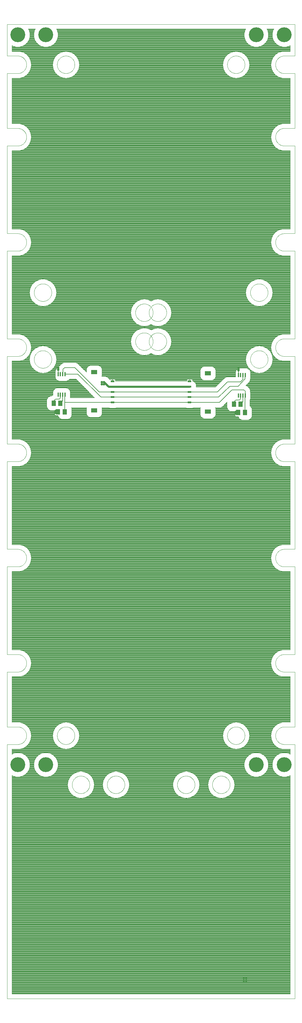
<source format=gbl>
G75*
%MOIN*%
%OFA0B0*%
%FSLAX25Y25*%
%IPPOS*%
%LPD*%
%AMOC8*
5,1,8,0,0,1.08239X$1,22.5*
%
%ADD10C,0.00004*%
%ADD11C,0.00394*%
%ADD12R,0.03937X0.02362*%
%ADD13R,0.07087X0.04921*%
%ADD14R,0.05118X0.05906*%
%ADD15R,0.01378X0.04724*%
%ADD16C,0.16693*%
%ADD17C,0.00400*%
%ADD18C,0.02781*%
%ADD19C,0.00600*%
%ADD20C,0.02400*%
%ADD21C,0.00787*%
D10*
X0001200Y0001200D02*
X0324035Y0001200D01*
X0324035Y0286633D01*
X0312224Y0286633D01*
X0311984Y0286636D01*
X0311745Y0286645D01*
X0311506Y0286659D01*
X0311267Y0286680D01*
X0311028Y0286706D01*
X0310791Y0286738D01*
X0310554Y0286776D01*
X0310318Y0286819D01*
X0310084Y0286868D01*
X0309851Y0286923D01*
X0309619Y0286984D01*
X0309388Y0287050D01*
X0309160Y0287122D01*
X0308933Y0287200D01*
X0308708Y0287282D01*
X0308485Y0287371D01*
X0308264Y0287465D01*
X0308046Y0287564D01*
X0307830Y0287668D01*
X0307617Y0287778D01*
X0307407Y0287892D01*
X0307199Y0288012D01*
X0306994Y0288137D01*
X0306793Y0288267D01*
X0306595Y0288402D01*
X0306400Y0288541D01*
X0306208Y0288685D01*
X0306020Y0288834D01*
X0305836Y0288987D01*
X0305656Y0289145D01*
X0305479Y0289307D01*
X0305306Y0289474D01*
X0305138Y0289644D01*
X0304974Y0289819D01*
X0304814Y0289997D01*
X0304658Y0290180D01*
X0304507Y0290366D01*
X0304361Y0290556D01*
X0304219Y0290749D01*
X0304082Y0290945D01*
X0303949Y0291145D01*
X0303822Y0291348D01*
X0303700Y0291554D01*
X0303582Y0291764D01*
X0303470Y0291975D01*
X0303363Y0292190D01*
X0303261Y0292407D01*
X0303165Y0292626D01*
X0303074Y0292848D01*
X0302988Y0293072D01*
X0302908Y0293298D01*
X0302834Y0293526D01*
X0302765Y0293755D01*
X0302701Y0293986D01*
X0302643Y0294219D01*
X0302591Y0294453D01*
X0302545Y0294688D01*
X0302504Y0294924D01*
X0302469Y0295162D01*
X0302440Y0295399D01*
X0302417Y0295638D01*
X0302399Y0295877D01*
X0302388Y0296117D01*
X0302382Y0296356D01*
X0302382Y0296596D01*
X0302388Y0296835D01*
X0302399Y0297075D01*
X0302417Y0297314D01*
X0302440Y0297553D01*
X0302469Y0297790D01*
X0302504Y0298028D01*
X0302545Y0298264D01*
X0302591Y0298499D01*
X0302643Y0298733D01*
X0302701Y0298966D01*
X0302765Y0299197D01*
X0302834Y0299426D01*
X0302908Y0299654D01*
X0302988Y0299880D01*
X0303074Y0300104D01*
X0303165Y0300326D01*
X0303261Y0300545D01*
X0303363Y0300762D01*
X0303470Y0300977D01*
X0303582Y0301188D01*
X0303700Y0301398D01*
X0303822Y0301604D01*
X0303949Y0301807D01*
X0304082Y0302007D01*
X0304219Y0302203D01*
X0304361Y0302396D01*
X0304507Y0302586D01*
X0304658Y0302772D01*
X0304814Y0302955D01*
X0304974Y0303133D01*
X0305138Y0303308D01*
X0305306Y0303478D01*
X0305479Y0303645D01*
X0305656Y0303807D01*
X0305836Y0303965D01*
X0306020Y0304118D01*
X0306208Y0304267D01*
X0306400Y0304411D01*
X0306595Y0304550D01*
X0306793Y0304685D01*
X0306994Y0304815D01*
X0307199Y0304940D01*
X0307407Y0305060D01*
X0307617Y0305174D01*
X0307830Y0305284D01*
X0308046Y0305388D01*
X0308264Y0305487D01*
X0308485Y0305581D01*
X0308708Y0305670D01*
X0308933Y0305752D01*
X0309160Y0305830D01*
X0309388Y0305902D01*
X0309619Y0305968D01*
X0309851Y0306029D01*
X0310084Y0306084D01*
X0310318Y0306133D01*
X0310554Y0306176D01*
X0310791Y0306214D01*
X0311028Y0306246D01*
X0311267Y0306272D01*
X0311506Y0306293D01*
X0311745Y0306307D01*
X0311984Y0306316D01*
X0312224Y0306319D01*
X0312224Y0306318D02*
X0324035Y0306318D01*
X0324035Y0367932D01*
X0312224Y0367932D01*
X0311984Y0367935D01*
X0311745Y0367944D01*
X0311506Y0367958D01*
X0311267Y0367979D01*
X0311028Y0368005D01*
X0310791Y0368037D01*
X0310554Y0368075D01*
X0310318Y0368118D01*
X0310084Y0368167D01*
X0309851Y0368222D01*
X0309619Y0368283D01*
X0309388Y0368349D01*
X0309160Y0368421D01*
X0308933Y0368499D01*
X0308708Y0368581D01*
X0308485Y0368670D01*
X0308264Y0368764D01*
X0308046Y0368863D01*
X0307830Y0368967D01*
X0307617Y0369077D01*
X0307407Y0369191D01*
X0307199Y0369311D01*
X0306994Y0369436D01*
X0306793Y0369566D01*
X0306595Y0369701D01*
X0306400Y0369840D01*
X0306208Y0369984D01*
X0306020Y0370133D01*
X0305836Y0370286D01*
X0305656Y0370444D01*
X0305479Y0370606D01*
X0305306Y0370773D01*
X0305138Y0370943D01*
X0304974Y0371118D01*
X0304814Y0371296D01*
X0304658Y0371479D01*
X0304507Y0371665D01*
X0304361Y0371855D01*
X0304219Y0372048D01*
X0304082Y0372244D01*
X0303949Y0372444D01*
X0303822Y0372647D01*
X0303700Y0372853D01*
X0303582Y0373063D01*
X0303470Y0373274D01*
X0303363Y0373489D01*
X0303261Y0373706D01*
X0303165Y0373925D01*
X0303074Y0374147D01*
X0302988Y0374371D01*
X0302908Y0374597D01*
X0302834Y0374825D01*
X0302765Y0375054D01*
X0302701Y0375285D01*
X0302643Y0375518D01*
X0302591Y0375752D01*
X0302545Y0375987D01*
X0302504Y0376223D01*
X0302469Y0376461D01*
X0302440Y0376698D01*
X0302417Y0376937D01*
X0302399Y0377176D01*
X0302388Y0377416D01*
X0302382Y0377655D01*
X0302382Y0377895D01*
X0302388Y0378134D01*
X0302399Y0378374D01*
X0302417Y0378613D01*
X0302440Y0378852D01*
X0302469Y0379089D01*
X0302504Y0379327D01*
X0302545Y0379563D01*
X0302591Y0379798D01*
X0302643Y0380032D01*
X0302701Y0380265D01*
X0302765Y0380496D01*
X0302834Y0380725D01*
X0302908Y0380953D01*
X0302988Y0381179D01*
X0303074Y0381403D01*
X0303165Y0381625D01*
X0303261Y0381844D01*
X0303363Y0382061D01*
X0303470Y0382276D01*
X0303582Y0382487D01*
X0303700Y0382697D01*
X0303822Y0382903D01*
X0303949Y0383106D01*
X0304082Y0383306D01*
X0304219Y0383502D01*
X0304361Y0383695D01*
X0304507Y0383885D01*
X0304658Y0384071D01*
X0304814Y0384254D01*
X0304974Y0384432D01*
X0305138Y0384607D01*
X0305306Y0384777D01*
X0305479Y0384944D01*
X0305656Y0385106D01*
X0305836Y0385264D01*
X0306020Y0385417D01*
X0306208Y0385566D01*
X0306400Y0385710D01*
X0306595Y0385849D01*
X0306793Y0385984D01*
X0306994Y0386114D01*
X0307199Y0386239D01*
X0307407Y0386359D01*
X0307617Y0386473D01*
X0307830Y0386583D01*
X0308046Y0386687D01*
X0308264Y0386786D01*
X0308485Y0386880D01*
X0308708Y0386969D01*
X0308933Y0387051D01*
X0309160Y0387129D01*
X0309388Y0387201D01*
X0309619Y0387267D01*
X0309851Y0387328D01*
X0310084Y0387383D01*
X0310318Y0387432D01*
X0310554Y0387475D01*
X0310791Y0387513D01*
X0311028Y0387545D01*
X0311267Y0387571D01*
X0311506Y0387592D01*
X0311745Y0387606D01*
X0311984Y0387615D01*
X0312224Y0387618D01*
X0312224Y0387617D02*
X0324035Y0387617D01*
X0324035Y0486043D01*
X0312224Y0486043D01*
X0312224Y0486042D02*
X0311984Y0486045D01*
X0311745Y0486054D01*
X0311506Y0486068D01*
X0311267Y0486089D01*
X0311028Y0486115D01*
X0310791Y0486147D01*
X0310554Y0486185D01*
X0310318Y0486228D01*
X0310084Y0486277D01*
X0309851Y0486332D01*
X0309619Y0486393D01*
X0309388Y0486459D01*
X0309160Y0486531D01*
X0308933Y0486609D01*
X0308708Y0486691D01*
X0308485Y0486780D01*
X0308264Y0486874D01*
X0308046Y0486973D01*
X0307830Y0487077D01*
X0307617Y0487187D01*
X0307407Y0487301D01*
X0307199Y0487421D01*
X0306994Y0487546D01*
X0306793Y0487676D01*
X0306595Y0487811D01*
X0306400Y0487950D01*
X0306208Y0488094D01*
X0306020Y0488243D01*
X0305836Y0488396D01*
X0305656Y0488554D01*
X0305479Y0488716D01*
X0305306Y0488883D01*
X0305138Y0489053D01*
X0304974Y0489228D01*
X0304814Y0489406D01*
X0304658Y0489589D01*
X0304507Y0489775D01*
X0304361Y0489965D01*
X0304219Y0490158D01*
X0304082Y0490354D01*
X0303949Y0490554D01*
X0303822Y0490757D01*
X0303700Y0490963D01*
X0303582Y0491173D01*
X0303470Y0491384D01*
X0303363Y0491599D01*
X0303261Y0491816D01*
X0303165Y0492035D01*
X0303074Y0492257D01*
X0302988Y0492481D01*
X0302908Y0492707D01*
X0302834Y0492935D01*
X0302765Y0493164D01*
X0302701Y0493395D01*
X0302643Y0493628D01*
X0302591Y0493862D01*
X0302545Y0494097D01*
X0302504Y0494333D01*
X0302469Y0494571D01*
X0302440Y0494808D01*
X0302417Y0495047D01*
X0302399Y0495286D01*
X0302388Y0495526D01*
X0302382Y0495765D01*
X0302382Y0496005D01*
X0302388Y0496244D01*
X0302399Y0496484D01*
X0302417Y0496723D01*
X0302440Y0496962D01*
X0302469Y0497199D01*
X0302504Y0497437D01*
X0302545Y0497673D01*
X0302591Y0497908D01*
X0302643Y0498142D01*
X0302701Y0498375D01*
X0302765Y0498606D01*
X0302834Y0498835D01*
X0302908Y0499063D01*
X0302988Y0499289D01*
X0303074Y0499513D01*
X0303165Y0499735D01*
X0303261Y0499954D01*
X0303363Y0500171D01*
X0303470Y0500386D01*
X0303582Y0500597D01*
X0303700Y0500807D01*
X0303822Y0501013D01*
X0303949Y0501216D01*
X0304082Y0501416D01*
X0304219Y0501612D01*
X0304361Y0501805D01*
X0304507Y0501995D01*
X0304658Y0502181D01*
X0304814Y0502364D01*
X0304974Y0502542D01*
X0305138Y0502717D01*
X0305306Y0502887D01*
X0305479Y0503054D01*
X0305656Y0503216D01*
X0305836Y0503374D01*
X0306020Y0503527D01*
X0306208Y0503676D01*
X0306400Y0503820D01*
X0306595Y0503959D01*
X0306793Y0504094D01*
X0306994Y0504224D01*
X0307199Y0504349D01*
X0307407Y0504469D01*
X0307617Y0504583D01*
X0307830Y0504693D01*
X0308046Y0504797D01*
X0308264Y0504896D01*
X0308485Y0504990D01*
X0308708Y0505079D01*
X0308933Y0505161D01*
X0309160Y0505239D01*
X0309388Y0505311D01*
X0309619Y0505377D01*
X0309851Y0505438D01*
X0310084Y0505493D01*
X0310318Y0505542D01*
X0310554Y0505585D01*
X0310791Y0505623D01*
X0311028Y0505655D01*
X0311267Y0505681D01*
X0311506Y0505702D01*
X0311745Y0505716D01*
X0311984Y0505725D01*
X0312224Y0505728D01*
X0324035Y0505728D01*
X0324035Y0604153D01*
X0312224Y0604153D01*
X0312224Y0604152D02*
X0311984Y0604155D01*
X0311745Y0604164D01*
X0311506Y0604178D01*
X0311267Y0604199D01*
X0311028Y0604225D01*
X0310791Y0604257D01*
X0310554Y0604295D01*
X0310318Y0604338D01*
X0310084Y0604387D01*
X0309851Y0604442D01*
X0309619Y0604503D01*
X0309388Y0604569D01*
X0309160Y0604641D01*
X0308933Y0604719D01*
X0308708Y0604801D01*
X0308485Y0604890D01*
X0308264Y0604984D01*
X0308046Y0605083D01*
X0307830Y0605187D01*
X0307617Y0605297D01*
X0307407Y0605411D01*
X0307199Y0605531D01*
X0306994Y0605656D01*
X0306793Y0605786D01*
X0306595Y0605921D01*
X0306400Y0606060D01*
X0306208Y0606204D01*
X0306020Y0606353D01*
X0305836Y0606506D01*
X0305656Y0606664D01*
X0305479Y0606826D01*
X0305306Y0606993D01*
X0305138Y0607163D01*
X0304974Y0607338D01*
X0304814Y0607516D01*
X0304658Y0607699D01*
X0304507Y0607885D01*
X0304361Y0608075D01*
X0304219Y0608268D01*
X0304082Y0608464D01*
X0303949Y0608664D01*
X0303822Y0608867D01*
X0303700Y0609074D01*
X0303582Y0609283D01*
X0303470Y0609494D01*
X0303363Y0609709D01*
X0303261Y0609926D01*
X0303165Y0610145D01*
X0303074Y0610367D01*
X0302988Y0610591D01*
X0302908Y0610817D01*
X0302834Y0611045D01*
X0302765Y0611274D01*
X0302701Y0611505D01*
X0302643Y0611738D01*
X0302591Y0611972D01*
X0302545Y0612207D01*
X0302504Y0612443D01*
X0302469Y0612681D01*
X0302440Y0612918D01*
X0302417Y0613157D01*
X0302399Y0613396D01*
X0302388Y0613636D01*
X0302382Y0613875D01*
X0302382Y0614115D01*
X0302388Y0614354D01*
X0302399Y0614594D01*
X0302417Y0614833D01*
X0302440Y0615072D01*
X0302469Y0615309D01*
X0302504Y0615547D01*
X0302545Y0615783D01*
X0302591Y0616018D01*
X0302643Y0616252D01*
X0302701Y0616485D01*
X0302765Y0616716D01*
X0302834Y0616945D01*
X0302908Y0617173D01*
X0302988Y0617399D01*
X0303074Y0617623D01*
X0303165Y0617845D01*
X0303261Y0618064D01*
X0303363Y0618281D01*
X0303470Y0618496D01*
X0303582Y0618707D01*
X0303700Y0618917D01*
X0303822Y0619123D01*
X0303949Y0619326D01*
X0304082Y0619526D01*
X0304219Y0619722D01*
X0304361Y0619915D01*
X0304507Y0620105D01*
X0304658Y0620291D01*
X0304814Y0620474D01*
X0304974Y0620652D01*
X0305138Y0620827D01*
X0305306Y0620997D01*
X0305479Y0621164D01*
X0305656Y0621326D01*
X0305836Y0621484D01*
X0306020Y0621637D01*
X0306208Y0621786D01*
X0306400Y0621930D01*
X0306595Y0622069D01*
X0306793Y0622204D01*
X0306994Y0622334D01*
X0307199Y0622459D01*
X0307407Y0622579D01*
X0307617Y0622693D01*
X0307830Y0622803D01*
X0308046Y0622907D01*
X0308264Y0623006D01*
X0308485Y0623100D01*
X0308708Y0623189D01*
X0308933Y0623271D01*
X0309160Y0623349D01*
X0309388Y0623421D01*
X0309619Y0623487D01*
X0309851Y0623548D01*
X0310084Y0623603D01*
X0310318Y0623652D01*
X0310554Y0623695D01*
X0310791Y0623733D01*
X0311028Y0623765D01*
X0311267Y0623791D01*
X0311506Y0623812D01*
X0311745Y0623826D01*
X0311984Y0623835D01*
X0312224Y0623838D01*
X0324035Y0623838D01*
X0324035Y0722263D01*
X0312224Y0722263D01*
X0311984Y0722266D01*
X0311745Y0722275D01*
X0311506Y0722289D01*
X0311267Y0722310D01*
X0311028Y0722336D01*
X0310791Y0722368D01*
X0310554Y0722406D01*
X0310318Y0722449D01*
X0310084Y0722498D01*
X0309851Y0722553D01*
X0309619Y0722614D01*
X0309388Y0722680D01*
X0309160Y0722752D01*
X0308933Y0722830D01*
X0308708Y0722912D01*
X0308485Y0723001D01*
X0308264Y0723095D01*
X0308046Y0723194D01*
X0307830Y0723298D01*
X0307617Y0723408D01*
X0307407Y0723522D01*
X0307199Y0723642D01*
X0306994Y0723767D01*
X0306793Y0723897D01*
X0306595Y0724032D01*
X0306400Y0724171D01*
X0306208Y0724315D01*
X0306020Y0724464D01*
X0305836Y0724617D01*
X0305656Y0724775D01*
X0305479Y0724937D01*
X0305306Y0725104D01*
X0305138Y0725274D01*
X0304974Y0725449D01*
X0304814Y0725627D01*
X0304658Y0725810D01*
X0304507Y0725996D01*
X0304361Y0726186D01*
X0304219Y0726379D01*
X0304082Y0726575D01*
X0303949Y0726775D01*
X0303822Y0726978D01*
X0303700Y0727185D01*
X0303582Y0727394D01*
X0303470Y0727605D01*
X0303363Y0727820D01*
X0303261Y0728037D01*
X0303165Y0728256D01*
X0303074Y0728478D01*
X0302988Y0728702D01*
X0302908Y0728928D01*
X0302834Y0729156D01*
X0302765Y0729385D01*
X0302701Y0729616D01*
X0302643Y0729849D01*
X0302591Y0730083D01*
X0302545Y0730318D01*
X0302504Y0730554D01*
X0302469Y0730792D01*
X0302440Y0731029D01*
X0302417Y0731268D01*
X0302399Y0731507D01*
X0302388Y0731747D01*
X0302382Y0731986D01*
X0302382Y0732226D01*
X0302388Y0732465D01*
X0302399Y0732705D01*
X0302417Y0732944D01*
X0302440Y0733183D01*
X0302469Y0733420D01*
X0302504Y0733658D01*
X0302545Y0733894D01*
X0302591Y0734129D01*
X0302643Y0734363D01*
X0302701Y0734596D01*
X0302765Y0734827D01*
X0302834Y0735056D01*
X0302908Y0735284D01*
X0302988Y0735510D01*
X0303074Y0735734D01*
X0303165Y0735956D01*
X0303261Y0736175D01*
X0303363Y0736392D01*
X0303470Y0736607D01*
X0303582Y0736818D01*
X0303700Y0737028D01*
X0303822Y0737234D01*
X0303949Y0737437D01*
X0304082Y0737637D01*
X0304219Y0737833D01*
X0304361Y0738026D01*
X0304507Y0738216D01*
X0304658Y0738402D01*
X0304814Y0738585D01*
X0304974Y0738763D01*
X0305138Y0738938D01*
X0305306Y0739108D01*
X0305479Y0739275D01*
X0305656Y0739437D01*
X0305836Y0739595D01*
X0306020Y0739748D01*
X0306208Y0739897D01*
X0306400Y0740041D01*
X0306595Y0740180D01*
X0306793Y0740315D01*
X0306994Y0740445D01*
X0307199Y0740570D01*
X0307407Y0740690D01*
X0307617Y0740804D01*
X0307830Y0740914D01*
X0308046Y0741018D01*
X0308264Y0741117D01*
X0308485Y0741211D01*
X0308708Y0741300D01*
X0308933Y0741382D01*
X0309160Y0741460D01*
X0309388Y0741532D01*
X0309619Y0741598D01*
X0309851Y0741659D01*
X0310084Y0741714D01*
X0310318Y0741763D01*
X0310554Y0741806D01*
X0310791Y0741844D01*
X0311028Y0741876D01*
X0311267Y0741902D01*
X0311506Y0741923D01*
X0311745Y0741937D01*
X0311984Y0741946D01*
X0312224Y0741949D01*
X0312224Y0741948D02*
X0324035Y0741948D01*
X0324035Y0840373D01*
X0312224Y0840373D01*
X0311984Y0840376D01*
X0311745Y0840385D01*
X0311506Y0840399D01*
X0311267Y0840420D01*
X0311028Y0840446D01*
X0310791Y0840478D01*
X0310554Y0840516D01*
X0310318Y0840559D01*
X0310084Y0840608D01*
X0309851Y0840663D01*
X0309619Y0840724D01*
X0309388Y0840790D01*
X0309160Y0840862D01*
X0308933Y0840940D01*
X0308708Y0841022D01*
X0308485Y0841111D01*
X0308264Y0841205D01*
X0308046Y0841304D01*
X0307830Y0841408D01*
X0307617Y0841518D01*
X0307407Y0841632D01*
X0307199Y0841752D01*
X0306994Y0841877D01*
X0306793Y0842007D01*
X0306595Y0842142D01*
X0306400Y0842281D01*
X0306208Y0842425D01*
X0306020Y0842574D01*
X0305836Y0842727D01*
X0305656Y0842885D01*
X0305479Y0843047D01*
X0305306Y0843214D01*
X0305138Y0843384D01*
X0304974Y0843559D01*
X0304814Y0843737D01*
X0304658Y0843920D01*
X0304507Y0844106D01*
X0304361Y0844296D01*
X0304219Y0844489D01*
X0304082Y0844685D01*
X0303949Y0844885D01*
X0303822Y0845088D01*
X0303700Y0845295D01*
X0303582Y0845504D01*
X0303470Y0845715D01*
X0303363Y0845930D01*
X0303261Y0846147D01*
X0303165Y0846366D01*
X0303074Y0846588D01*
X0302988Y0846812D01*
X0302908Y0847038D01*
X0302834Y0847266D01*
X0302765Y0847495D01*
X0302701Y0847726D01*
X0302643Y0847959D01*
X0302591Y0848193D01*
X0302545Y0848428D01*
X0302504Y0848664D01*
X0302469Y0848902D01*
X0302440Y0849139D01*
X0302417Y0849378D01*
X0302399Y0849617D01*
X0302388Y0849857D01*
X0302382Y0850096D01*
X0302382Y0850336D01*
X0302388Y0850575D01*
X0302399Y0850815D01*
X0302417Y0851054D01*
X0302440Y0851293D01*
X0302469Y0851530D01*
X0302504Y0851768D01*
X0302545Y0852004D01*
X0302591Y0852239D01*
X0302643Y0852473D01*
X0302701Y0852706D01*
X0302765Y0852937D01*
X0302834Y0853166D01*
X0302908Y0853394D01*
X0302988Y0853620D01*
X0303074Y0853844D01*
X0303165Y0854066D01*
X0303261Y0854285D01*
X0303363Y0854502D01*
X0303470Y0854717D01*
X0303582Y0854928D01*
X0303700Y0855138D01*
X0303822Y0855344D01*
X0303949Y0855547D01*
X0304082Y0855747D01*
X0304219Y0855943D01*
X0304361Y0856136D01*
X0304507Y0856326D01*
X0304658Y0856512D01*
X0304814Y0856695D01*
X0304974Y0856873D01*
X0305138Y0857048D01*
X0305306Y0857218D01*
X0305479Y0857385D01*
X0305656Y0857547D01*
X0305836Y0857705D01*
X0306020Y0857858D01*
X0306208Y0858007D01*
X0306400Y0858151D01*
X0306595Y0858290D01*
X0306793Y0858425D01*
X0306994Y0858555D01*
X0307199Y0858680D01*
X0307407Y0858800D01*
X0307617Y0858914D01*
X0307830Y0859024D01*
X0308046Y0859128D01*
X0308264Y0859227D01*
X0308485Y0859321D01*
X0308708Y0859410D01*
X0308933Y0859492D01*
X0309160Y0859570D01*
X0309388Y0859642D01*
X0309619Y0859708D01*
X0309851Y0859769D01*
X0310084Y0859824D01*
X0310318Y0859873D01*
X0310554Y0859916D01*
X0310791Y0859954D01*
X0311028Y0859986D01*
X0311267Y0860012D01*
X0311506Y0860033D01*
X0311745Y0860047D01*
X0311984Y0860056D01*
X0312224Y0860059D01*
X0312224Y0860058D02*
X0324035Y0860058D01*
X0324035Y0958483D01*
X0312224Y0958483D01*
X0311984Y0958486D01*
X0311745Y0958495D01*
X0311506Y0958509D01*
X0311267Y0958530D01*
X0311028Y0958556D01*
X0310791Y0958588D01*
X0310554Y0958626D01*
X0310318Y0958669D01*
X0310084Y0958718D01*
X0309851Y0958773D01*
X0309619Y0958834D01*
X0309388Y0958900D01*
X0309160Y0958972D01*
X0308933Y0959050D01*
X0308708Y0959132D01*
X0308485Y0959221D01*
X0308264Y0959315D01*
X0308046Y0959414D01*
X0307830Y0959518D01*
X0307617Y0959628D01*
X0307407Y0959742D01*
X0307199Y0959862D01*
X0306994Y0959987D01*
X0306793Y0960117D01*
X0306595Y0960252D01*
X0306400Y0960391D01*
X0306208Y0960535D01*
X0306020Y0960684D01*
X0305836Y0960837D01*
X0305656Y0960995D01*
X0305479Y0961157D01*
X0305306Y0961324D01*
X0305138Y0961494D01*
X0304974Y0961669D01*
X0304814Y0961847D01*
X0304658Y0962030D01*
X0304507Y0962216D01*
X0304361Y0962406D01*
X0304219Y0962599D01*
X0304082Y0962795D01*
X0303949Y0962995D01*
X0303822Y0963198D01*
X0303700Y0963405D01*
X0303582Y0963614D01*
X0303470Y0963825D01*
X0303363Y0964040D01*
X0303261Y0964257D01*
X0303165Y0964476D01*
X0303074Y0964698D01*
X0302988Y0964922D01*
X0302908Y0965148D01*
X0302834Y0965376D01*
X0302765Y0965605D01*
X0302701Y0965836D01*
X0302643Y0966069D01*
X0302591Y0966303D01*
X0302545Y0966538D01*
X0302504Y0966774D01*
X0302469Y0967012D01*
X0302440Y0967249D01*
X0302417Y0967488D01*
X0302399Y0967727D01*
X0302388Y0967967D01*
X0302382Y0968206D01*
X0302382Y0968446D01*
X0302388Y0968685D01*
X0302399Y0968925D01*
X0302417Y0969164D01*
X0302440Y0969403D01*
X0302469Y0969640D01*
X0302504Y0969878D01*
X0302545Y0970114D01*
X0302591Y0970349D01*
X0302643Y0970583D01*
X0302701Y0970816D01*
X0302765Y0971047D01*
X0302834Y0971276D01*
X0302908Y0971504D01*
X0302988Y0971730D01*
X0303074Y0971954D01*
X0303165Y0972176D01*
X0303261Y0972395D01*
X0303363Y0972612D01*
X0303470Y0972827D01*
X0303582Y0973038D01*
X0303700Y0973248D01*
X0303822Y0973454D01*
X0303949Y0973657D01*
X0304082Y0973857D01*
X0304219Y0974053D01*
X0304361Y0974246D01*
X0304507Y0974436D01*
X0304658Y0974622D01*
X0304814Y0974805D01*
X0304974Y0974983D01*
X0305138Y0975158D01*
X0305306Y0975328D01*
X0305479Y0975495D01*
X0305656Y0975657D01*
X0305836Y0975815D01*
X0306020Y0975968D01*
X0306208Y0976117D01*
X0306400Y0976261D01*
X0306595Y0976400D01*
X0306793Y0976535D01*
X0306994Y0976665D01*
X0307199Y0976790D01*
X0307407Y0976910D01*
X0307617Y0977024D01*
X0307830Y0977134D01*
X0308046Y0977238D01*
X0308264Y0977337D01*
X0308485Y0977431D01*
X0308708Y0977520D01*
X0308933Y0977602D01*
X0309160Y0977680D01*
X0309388Y0977752D01*
X0309619Y0977818D01*
X0309851Y0977879D01*
X0310084Y0977934D01*
X0310318Y0977983D01*
X0310554Y0978026D01*
X0310791Y0978064D01*
X0311028Y0978096D01*
X0311267Y0978122D01*
X0311506Y0978143D01*
X0311745Y0978157D01*
X0311984Y0978166D01*
X0312224Y0978169D01*
X0324035Y0978169D01*
X0324035Y1039783D01*
X0312224Y1039783D01*
X0312224Y1039782D02*
X0311984Y1039785D01*
X0311745Y1039794D01*
X0311506Y1039808D01*
X0311267Y1039829D01*
X0311028Y1039855D01*
X0310791Y1039887D01*
X0310554Y1039925D01*
X0310318Y1039968D01*
X0310084Y1040017D01*
X0309851Y1040072D01*
X0309619Y1040133D01*
X0309388Y1040199D01*
X0309160Y1040271D01*
X0308933Y1040349D01*
X0308708Y1040431D01*
X0308485Y1040520D01*
X0308264Y1040614D01*
X0308046Y1040713D01*
X0307830Y1040817D01*
X0307617Y1040927D01*
X0307407Y1041041D01*
X0307199Y1041161D01*
X0306994Y1041286D01*
X0306793Y1041416D01*
X0306595Y1041551D01*
X0306400Y1041690D01*
X0306208Y1041834D01*
X0306020Y1041983D01*
X0305836Y1042136D01*
X0305656Y1042294D01*
X0305479Y1042456D01*
X0305306Y1042623D01*
X0305138Y1042793D01*
X0304974Y1042968D01*
X0304814Y1043146D01*
X0304658Y1043329D01*
X0304507Y1043515D01*
X0304361Y1043705D01*
X0304219Y1043898D01*
X0304082Y1044094D01*
X0303949Y1044294D01*
X0303822Y1044497D01*
X0303700Y1044704D01*
X0303582Y1044913D01*
X0303470Y1045124D01*
X0303363Y1045339D01*
X0303261Y1045556D01*
X0303165Y1045775D01*
X0303074Y1045997D01*
X0302988Y1046221D01*
X0302908Y1046447D01*
X0302834Y1046675D01*
X0302765Y1046904D01*
X0302701Y1047135D01*
X0302643Y1047368D01*
X0302591Y1047602D01*
X0302545Y1047837D01*
X0302504Y1048073D01*
X0302469Y1048311D01*
X0302440Y1048548D01*
X0302417Y1048787D01*
X0302399Y1049026D01*
X0302388Y1049266D01*
X0302382Y1049505D01*
X0302382Y1049745D01*
X0302388Y1049984D01*
X0302399Y1050224D01*
X0302417Y1050463D01*
X0302440Y1050702D01*
X0302469Y1050939D01*
X0302504Y1051177D01*
X0302545Y1051413D01*
X0302591Y1051648D01*
X0302643Y1051882D01*
X0302701Y1052115D01*
X0302765Y1052346D01*
X0302834Y1052575D01*
X0302908Y1052803D01*
X0302988Y1053029D01*
X0303074Y1053253D01*
X0303165Y1053475D01*
X0303261Y1053694D01*
X0303363Y1053911D01*
X0303470Y1054126D01*
X0303582Y1054337D01*
X0303700Y1054547D01*
X0303822Y1054753D01*
X0303949Y1054956D01*
X0304082Y1055156D01*
X0304219Y1055352D01*
X0304361Y1055545D01*
X0304507Y1055735D01*
X0304658Y1055921D01*
X0304814Y1056104D01*
X0304974Y1056282D01*
X0305138Y1056457D01*
X0305306Y1056627D01*
X0305479Y1056794D01*
X0305656Y1056956D01*
X0305836Y1057114D01*
X0306020Y1057267D01*
X0306208Y1057416D01*
X0306400Y1057560D01*
X0306595Y1057699D01*
X0306793Y1057834D01*
X0306994Y1057964D01*
X0307199Y1058089D01*
X0307407Y1058209D01*
X0307617Y1058323D01*
X0307830Y1058433D01*
X0308046Y1058537D01*
X0308264Y1058636D01*
X0308485Y1058730D01*
X0308708Y1058819D01*
X0308933Y1058901D01*
X0309160Y1058979D01*
X0309388Y1059051D01*
X0309619Y1059117D01*
X0309851Y1059178D01*
X0310084Y1059233D01*
X0310318Y1059282D01*
X0310554Y1059325D01*
X0310791Y1059363D01*
X0311028Y1059395D01*
X0311267Y1059421D01*
X0311506Y1059442D01*
X0311745Y1059456D01*
X0311984Y1059465D01*
X0312224Y1059468D01*
X0324035Y1059468D01*
X0324035Y1094901D01*
X0001200Y1094901D01*
X0001200Y1059468D01*
X0013011Y1059468D01*
X0013251Y1059465D01*
X0013490Y1059456D01*
X0013729Y1059442D01*
X0013968Y1059421D01*
X0014207Y1059395D01*
X0014444Y1059363D01*
X0014681Y1059325D01*
X0014917Y1059282D01*
X0015151Y1059233D01*
X0015384Y1059178D01*
X0015616Y1059117D01*
X0015847Y1059051D01*
X0016075Y1058979D01*
X0016302Y1058901D01*
X0016527Y1058819D01*
X0016750Y1058730D01*
X0016971Y1058636D01*
X0017189Y1058537D01*
X0017405Y1058433D01*
X0017618Y1058323D01*
X0017828Y1058209D01*
X0018036Y1058089D01*
X0018241Y1057964D01*
X0018442Y1057834D01*
X0018640Y1057699D01*
X0018835Y1057560D01*
X0019027Y1057416D01*
X0019215Y1057267D01*
X0019399Y1057114D01*
X0019579Y1056956D01*
X0019756Y1056794D01*
X0019929Y1056627D01*
X0020097Y1056457D01*
X0020261Y1056282D01*
X0020421Y1056104D01*
X0020577Y1055921D01*
X0020728Y1055735D01*
X0020874Y1055545D01*
X0021016Y1055352D01*
X0021153Y1055156D01*
X0021286Y1054956D01*
X0021413Y1054753D01*
X0021535Y1054547D01*
X0021653Y1054337D01*
X0021765Y1054126D01*
X0021872Y1053911D01*
X0021974Y1053694D01*
X0022070Y1053475D01*
X0022161Y1053253D01*
X0022247Y1053029D01*
X0022327Y1052803D01*
X0022401Y1052575D01*
X0022470Y1052346D01*
X0022534Y1052115D01*
X0022592Y1051882D01*
X0022644Y1051648D01*
X0022690Y1051413D01*
X0022731Y1051177D01*
X0022766Y1050939D01*
X0022795Y1050702D01*
X0022818Y1050463D01*
X0022836Y1050224D01*
X0022847Y1049984D01*
X0022853Y1049745D01*
X0022853Y1049505D01*
X0022847Y1049266D01*
X0022836Y1049026D01*
X0022818Y1048787D01*
X0022795Y1048548D01*
X0022766Y1048311D01*
X0022731Y1048073D01*
X0022690Y1047837D01*
X0022644Y1047602D01*
X0022592Y1047368D01*
X0022534Y1047135D01*
X0022470Y1046904D01*
X0022401Y1046675D01*
X0022327Y1046447D01*
X0022247Y1046221D01*
X0022161Y1045997D01*
X0022070Y1045775D01*
X0021974Y1045556D01*
X0021872Y1045339D01*
X0021765Y1045124D01*
X0021653Y1044913D01*
X0021535Y1044704D01*
X0021413Y1044497D01*
X0021286Y1044294D01*
X0021153Y1044094D01*
X0021016Y1043898D01*
X0020874Y1043705D01*
X0020728Y1043515D01*
X0020577Y1043329D01*
X0020421Y1043146D01*
X0020261Y1042968D01*
X0020097Y1042793D01*
X0019929Y1042623D01*
X0019756Y1042456D01*
X0019579Y1042294D01*
X0019399Y1042136D01*
X0019215Y1041983D01*
X0019027Y1041834D01*
X0018835Y1041690D01*
X0018640Y1041551D01*
X0018442Y1041416D01*
X0018241Y1041286D01*
X0018036Y1041161D01*
X0017828Y1041041D01*
X0017618Y1040927D01*
X0017405Y1040817D01*
X0017189Y1040713D01*
X0016971Y1040614D01*
X0016750Y1040520D01*
X0016527Y1040431D01*
X0016302Y1040349D01*
X0016075Y1040271D01*
X0015847Y1040199D01*
X0015616Y1040133D01*
X0015384Y1040072D01*
X0015151Y1040017D01*
X0014917Y1039968D01*
X0014681Y1039925D01*
X0014444Y1039887D01*
X0014207Y1039855D01*
X0013968Y1039829D01*
X0013729Y1039808D01*
X0013490Y1039794D01*
X0013251Y1039785D01*
X0013011Y1039782D01*
X0013011Y1039783D02*
X0001200Y1039783D01*
X0001200Y0978169D01*
X0013011Y0978169D01*
X0013251Y0978166D01*
X0013490Y0978157D01*
X0013729Y0978143D01*
X0013968Y0978122D01*
X0014207Y0978096D01*
X0014444Y0978064D01*
X0014681Y0978026D01*
X0014917Y0977983D01*
X0015151Y0977934D01*
X0015384Y0977879D01*
X0015616Y0977818D01*
X0015847Y0977752D01*
X0016075Y0977680D01*
X0016302Y0977602D01*
X0016527Y0977520D01*
X0016750Y0977431D01*
X0016971Y0977337D01*
X0017189Y0977238D01*
X0017405Y0977134D01*
X0017618Y0977024D01*
X0017828Y0976910D01*
X0018036Y0976790D01*
X0018241Y0976665D01*
X0018442Y0976535D01*
X0018640Y0976400D01*
X0018835Y0976261D01*
X0019027Y0976117D01*
X0019215Y0975968D01*
X0019399Y0975815D01*
X0019579Y0975657D01*
X0019756Y0975495D01*
X0019929Y0975328D01*
X0020097Y0975158D01*
X0020261Y0974983D01*
X0020421Y0974805D01*
X0020577Y0974622D01*
X0020728Y0974436D01*
X0020874Y0974246D01*
X0021016Y0974053D01*
X0021153Y0973857D01*
X0021286Y0973657D01*
X0021413Y0973454D01*
X0021535Y0973248D01*
X0021653Y0973038D01*
X0021765Y0972827D01*
X0021872Y0972612D01*
X0021974Y0972395D01*
X0022070Y0972176D01*
X0022161Y0971954D01*
X0022247Y0971730D01*
X0022327Y0971504D01*
X0022401Y0971276D01*
X0022470Y0971047D01*
X0022534Y0970816D01*
X0022592Y0970583D01*
X0022644Y0970349D01*
X0022690Y0970114D01*
X0022731Y0969878D01*
X0022766Y0969640D01*
X0022795Y0969403D01*
X0022818Y0969164D01*
X0022836Y0968925D01*
X0022847Y0968685D01*
X0022853Y0968446D01*
X0022853Y0968206D01*
X0022847Y0967967D01*
X0022836Y0967727D01*
X0022818Y0967488D01*
X0022795Y0967249D01*
X0022766Y0967012D01*
X0022731Y0966774D01*
X0022690Y0966538D01*
X0022644Y0966303D01*
X0022592Y0966069D01*
X0022534Y0965836D01*
X0022470Y0965605D01*
X0022401Y0965376D01*
X0022327Y0965148D01*
X0022247Y0964922D01*
X0022161Y0964698D01*
X0022070Y0964476D01*
X0021974Y0964257D01*
X0021872Y0964040D01*
X0021765Y0963825D01*
X0021653Y0963614D01*
X0021535Y0963405D01*
X0021413Y0963198D01*
X0021286Y0962995D01*
X0021153Y0962795D01*
X0021016Y0962599D01*
X0020874Y0962406D01*
X0020728Y0962216D01*
X0020577Y0962030D01*
X0020421Y0961847D01*
X0020261Y0961669D01*
X0020097Y0961494D01*
X0019929Y0961324D01*
X0019756Y0961157D01*
X0019579Y0960995D01*
X0019399Y0960837D01*
X0019215Y0960684D01*
X0019027Y0960535D01*
X0018835Y0960391D01*
X0018640Y0960252D01*
X0018442Y0960117D01*
X0018241Y0959987D01*
X0018036Y0959862D01*
X0017828Y0959742D01*
X0017618Y0959628D01*
X0017405Y0959518D01*
X0017189Y0959414D01*
X0016971Y0959315D01*
X0016750Y0959221D01*
X0016527Y0959132D01*
X0016302Y0959050D01*
X0016075Y0958972D01*
X0015847Y0958900D01*
X0015616Y0958834D01*
X0015384Y0958773D01*
X0015151Y0958718D01*
X0014917Y0958669D01*
X0014681Y0958626D01*
X0014444Y0958588D01*
X0014207Y0958556D01*
X0013968Y0958530D01*
X0013729Y0958509D01*
X0013490Y0958495D01*
X0013251Y0958486D01*
X0013011Y0958483D01*
X0001200Y0958483D01*
X0001200Y0860058D01*
X0013011Y0860058D01*
X0013011Y0860059D02*
X0013251Y0860056D01*
X0013490Y0860047D01*
X0013729Y0860033D01*
X0013968Y0860012D01*
X0014207Y0859986D01*
X0014444Y0859954D01*
X0014681Y0859916D01*
X0014917Y0859873D01*
X0015151Y0859824D01*
X0015384Y0859769D01*
X0015616Y0859708D01*
X0015847Y0859642D01*
X0016075Y0859570D01*
X0016302Y0859492D01*
X0016527Y0859410D01*
X0016750Y0859321D01*
X0016971Y0859227D01*
X0017189Y0859128D01*
X0017405Y0859024D01*
X0017618Y0858914D01*
X0017828Y0858800D01*
X0018036Y0858680D01*
X0018241Y0858555D01*
X0018442Y0858425D01*
X0018640Y0858290D01*
X0018835Y0858151D01*
X0019027Y0858007D01*
X0019215Y0857858D01*
X0019399Y0857705D01*
X0019579Y0857547D01*
X0019756Y0857385D01*
X0019929Y0857218D01*
X0020097Y0857048D01*
X0020261Y0856873D01*
X0020421Y0856695D01*
X0020577Y0856512D01*
X0020728Y0856326D01*
X0020874Y0856136D01*
X0021016Y0855943D01*
X0021153Y0855747D01*
X0021286Y0855547D01*
X0021413Y0855344D01*
X0021535Y0855138D01*
X0021653Y0854928D01*
X0021765Y0854717D01*
X0021872Y0854502D01*
X0021974Y0854285D01*
X0022070Y0854066D01*
X0022161Y0853844D01*
X0022247Y0853620D01*
X0022327Y0853394D01*
X0022401Y0853166D01*
X0022470Y0852937D01*
X0022534Y0852706D01*
X0022592Y0852473D01*
X0022644Y0852239D01*
X0022690Y0852004D01*
X0022731Y0851768D01*
X0022766Y0851530D01*
X0022795Y0851293D01*
X0022818Y0851054D01*
X0022836Y0850815D01*
X0022847Y0850575D01*
X0022853Y0850336D01*
X0022853Y0850096D01*
X0022847Y0849857D01*
X0022836Y0849617D01*
X0022818Y0849378D01*
X0022795Y0849139D01*
X0022766Y0848902D01*
X0022731Y0848664D01*
X0022690Y0848428D01*
X0022644Y0848193D01*
X0022592Y0847959D01*
X0022534Y0847726D01*
X0022470Y0847495D01*
X0022401Y0847266D01*
X0022327Y0847038D01*
X0022247Y0846812D01*
X0022161Y0846588D01*
X0022070Y0846366D01*
X0021974Y0846147D01*
X0021872Y0845930D01*
X0021765Y0845715D01*
X0021653Y0845504D01*
X0021535Y0845295D01*
X0021413Y0845088D01*
X0021286Y0844885D01*
X0021153Y0844685D01*
X0021016Y0844489D01*
X0020874Y0844296D01*
X0020728Y0844106D01*
X0020577Y0843920D01*
X0020421Y0843737D01*
X0020261Y0843559D01*
X0020097Y0843384D01*
X0019929Y0843214D01*
X0019756Y0843047D01*
X0019579Y0842885D01*
X0019399Y0842727D01*
X0019215Y0842574D01*
X0019027Y0842425D01*
X0018835Y0842281D01*
X0018640Y0842142D01*
X0018442Y0842007D01*
X0018241Y0841877D01*
X0018036Y0841752D01*
X0017828Y0841632D01*
X0017618Y0841518D01*
X0017405Y0841408D01*
X0017189Y0841304D01*
X0016971Y0841205D01*
X0016750Y0841111D01*
X0016527Y0841022D01*
X0016302Y0840940D01*
X0016075Y0840862D01*
X0015847Y0840790D01*
X0015616Y0840724D01*
X0015384Y0840663D01*
X0015151Y0840608D01*
X0014917Y0840559D01*
X0014681Y0840516D01*
X0014444Y0840478D01*
X0014207Y0840446D01*
X0013968Y0840420D01*
X0013729Y0840399D01*
X0013490Y0840385D01*
X0013251Y0840376D01*
X0013011Y0840373D01*
X0001200Y0840373D01*
X0001200Y0741948D01*
X0013011Y0741948D01*
X0013011Y0741949D02*
X0013251Y0741946D01*
X0013490Y0741937D01*
X0013729Y0741923D01*
X0013968Y0741902D01*
X0014207Y0741876D01*
X0014444Y0741844D01*
X0014681Y0741806D01*
X0014917Y0741763D01*
X0015151Y0741714D01*
X0015384Y0741659D01*
X0015616Y0741598D01*
X0015847Y0741532D01*
X0016075Y0741460D01*
X0016302Y0741382D01*
X0016527Y0741300D01*
X0016750Y0741211D01*
X0016971Y0741117D01*
X0017189Y0741018D01*
X0017405Y0740914D01*
X0017618Y0740804D01*
X0017828Y0740690D01*
X0018036Y0740570D01*
X0018241Y0740445D01*
X0018442Y0740315D01*
X0018640Y0740180D01*
X0018835Y0740041D01*
X0019027Y0739897D01*
X0019215Y0739748D01*
X0019399Y0739595D01*
X0019579Y0739437D01*
X0019756Y0739275D01*
X0019929Y0739108D01*
X0020097Y0738938D01*
X0020261Y0738763D01*
X0020421Y0738585D01*
X0020577Y0738402D01*
X0020728Y0738216D01*
X0020874Y0738026D01*
X0021016Y0737833D01*
X0021153Y0737637D01*
X0021286Y0737437D01*
X0021413Y0737234D01*
X0021535Y0737028D01*
X0021653Y0736818D01*
X0021765Y0736607D01*
X0021872Y0736392D01*
X0021974Y0736175D01*
X0022070Y0735956D01*
X0022161Y0735734D01*
X0022247Y0735510D01*
X0022327Y0735284D01*
X0022401Y0735056D01*
X0022470Y0734827D01*
X0022534Y0734596D01*
X0022592Y0734363D01*
X0022644Y0734129D01*
X0022690Y0733894D01*
X0022731Y0733658D01*
X0022766Y0733420D01*
X0022795Y0733183D01*
X0022818Y0732944D01*
X0022836Y0732705D01*
X0022847Y0732465D01*
X0022853Y0732226D01*
X0022853Y0731986D01*
X0022847Y0731747D01*
X0022836Y0731507D01*
X0022818Y0731268D01*
X0022795Y0731029D01*
X0022766Y0730792D01*
X0022731Y0730554D01*
X0022690Y0730318D01*
X0022644Y0730083D01*
X0022592Y0729849D01*
X0022534Y0729616D01*
X0022470Y0729385D01*
X0022401Y0729156D01*
X0022327Y0728928D01*
X0022247Y0728702D01*
X0022161Y0728478D01*
X0022070Y0728256D01*
X0021974Y0728037D01*
X0021872Y0727820D01*
X0021765Y0727605D01*
X0021653Y0727394D01*
X0021535Y0727185D01*
X0021413Y0726978D01*
X0021286Y0726775D01*
X0021153Y0726575D01*
X0021016Y0726379D01*
X0020874Y0726186D01*
X0020728Y0725996D01*
X0020577Y0725810D01*
X0020421Y0725627D01*
X0020261Y0725449D01*
X0020097Y0725274D01*
X0019929Y0725104D01*
X0019756Y0724937D01*
X0019579Y0724775D01*
X0019399Y0724617D01*
X0019215Y0724464D01*
X0019027Y0724315D01*
X0018835Y0724171D01*
X0018640Y0724032D01*
X0018442Y0723897D01*
X0018241Y0723767D01*
X0018036Y0723642D01*
X0017828Y0723522D01*
X0017618Y0723408D01*
X0017405Y0723298D01*
X0017189Y0723194D01*
X0016971Y0723095D01*
X0016750Y0723001D01*
X0016527Y0722912D01*
X0016302Y0722830D01*
X0016075Y0722752D01*
X0015847Y0722680D01*
X0015616Y0722614D01*
X0015384Y0722553D01*
X0015151Y0722498D01*
X0014917Y0722449D01*
X0014681Y0722406D01*
X0014444Y0722368D01*
X0014207Y0722336D01*
X0013968Y0722310D01*
X0013729Y0722289D01*
X0013490Y0722275D01*
X0013251Y0722266D01*
X0013011Y0722263D01*
X0001200Y0722263D01*
X0001200Y0623838D01*
X0013011Y0623838D01*
X0013251Y0623835D01*
X0013490Y0623826D01*
X0013729Y0623812D01*
X0013968Y0623791D01*
X0014207Y0623765D01*
X0014444Y0623733D01*
X0014681Y0623695D01*
X0014917Y0623652D01*
X0015151Y0623603D01*
X0015384Y0623548D01*
X0015616Y0623487D01*
X0015847Y0623421D01*
X0016075Y0623349D01*
X0016302Y0623271D01*
X0016527Y0623189D01*
X0016750Y0623100D01*
X0016971Y0623006D01*
X0017189Y0622907D01*
X0017405Y0622803D01*
X0017618Y0622693D01*
X0017828Y0622579D01*
X0018036Y0622459D01*
X0018241Y0622334D01*
X0018442Y0622204D01*
X0018640Y0622069D01*
X0018835Y0621930D01*
X0019027Y0621786D01*
X0019215Y0621637D01*
X0019399Y0621484D01*
X0019579Y0621326D01*
X0019756Y0621164D01*
X0019929Y0620997D01*
X0020097Y0620827D01*
X0020261Y0620652D01*
X0020421Y0620474D01*
X0020577Y0620291D01*
X0020728Y0620105D01*
X0020874Y0619915D01*
X0021016Y0619722D01*
X0021153Y0619526D01*
X0021286Y0619326D01*
X0021413Y0619123D01*
X0021535Y0618917D01*
X0021653Y0618707D01*
X0021765Y0618496D01*
X0021872Y0618281D01*
X0021974Y0618064D01*
X0022070Y0617845D01*
X0022161Y0617623D01*
X0022247Y0617399D01*
X0022327Y0617173D01*
X0022401Y0616945D01*
X0022470Y0616716D01*
X0022534Y0616485D01*
X0022592Y0616252D01*
X0022644Y0616018D01*
X0022690Y0615783D01*
X0022731Y0615547D01*
X0022766Y0615309D01*
X0022795Y0615072D01*
X0022818Y0614833D01*
X0022836Y0614594D01*
X0022847Y0614354D01*
X0022853Y0614115D01*
X0022853Y0613875D01*
X0022847Y0613636D01*
X0022836Y0613396D01*
X0022818Y0613157D01*
X0022795Y0612918D01*
X0022766Y0612681D01*
X0022731Y0612443D01*
X0022690Y0612207D01*
X0022644Y0611972D01*
X0022592Y0611738D01*
X0022534Y0611505D01*
X0022470Y0611274D01*
X0022401Y0611045D01*
X0022327Y0610817D01*
X0022247Y0610591D01*
X0022161Y0610367D01*
X0022070Y0610145D01*
X0021974Y0609926D01*
X0021872Y0609709D01*
X0021765Y0609494D01*
X0021653Y0609283D01*
X0021535Y0609074D01*
X0021413Y0608867D01*
X0021286Y0608664D01*
X0021153Y0608464D01*
X0021016Y0608268D01*
X0020874Y0608075D01*
X0020728Y0607885D01*
X0020577Y0607699D01*
X0020421Y0607516D01*
X0020261Y0607338D01*
X0020097Y0607163D01*
X0019929Y0606993D01*
X0019756Y0606826D01*
X0019579Y0606664D01*
X0019399Y0606506D01*
X0019215Y0606353D01*
X0019027Y0606204D01*
X0018835Y0606060D01*
X0018640Y0605921D01*
X0018442Y0605786D01*
X0018241Y0605656D01*
X0018036Y0605531D01*
X0017828Y0605411D01*
X0017618Y0605297D01*
X0017405Y0605187D01*
X0017189Y0605083D01*
X0016971Y0604984D01*
X0016750Y0604890D01*
X0016527Y0604801D01*
X0016302Y0604719D01*
X0016075Y0604641D01*
X0015847Y0604569D01*
X0015616Y0604503D01*
X0015384Y0604442D01*
X0015151Y0604387D01*
X0014917Y0604338D01*
X0014681Y0604295D01*
X0014444Y0604257D01*
X0014207Y0604225D01*
X0013968Y0604199D01*
X0013729Y0604178D01*
X0013490Y0604164D01*
X0013251Y0604155D01*
X0013011Y0604152D01*
X0013011Y0604153D02*
X0001200Y0604153D01*
X0001200Y0505728D01*
X0013011Y0505728D01*
X0013251Y0505725D01*
X0013490Y0505716D01*
X0013729Y0505702D01*
X0013968Y0505681D01*
X0014207Y0505655D01*
X0014444Y0505623D01*
X0014681Y0505585D01*
X0014917Y0505542D01*
X0015151Y0505493D01*
X0015384Y0505438D01*
X0015616Y0505377D01*
X0015847Y0505311D01*
X0016075Y0505239D01*
X0016302Y0505161D01*
X0016527Y0505079D01*
X0016750Y0504990D01*
X0016971Y0504896D01*
X0017189Y0504797D01*
X0017405Y0504693D01*
X0017618Y0504583D01*
X0017828Y0504469D01*
X0018036Y0504349D01*
X0018241Y0504224D01*
X0018442Y0504094D01*
X0018640Y0503959D01*
X0018835Y0503820D01*
X0019027Y0503676D01*
X0019215Y0503527D01*
X0019399Y0503374D01*
X0019579Y0503216D01*
X0019756Y0503054D01*
X0019929Y0502887D01*
X0020097Y0502717D01*
X0020261Y0502542D01*
X0020421Y0502364D01*
X0020577Y0502181D01*
X0020728Y0501995D01*
X0020874Y0501805D01*
X0021016Y0501612D01*
X0021153Y0501416D01*
X0021286Y0501216D01*
X0021413Y0501013D01*
X0021535Y0500807D01*
X0021653Y0500597D01*
X0021765Y0500386D01*
X0021872Y0500171D01*
X0021974Y0499954D01*
X0022070Y0499735D01*
X0022161Y0499513D01*
X0022247Y0499289D01*
X0022327Y0499063D01*
X0022401Y0498835D01*
X0022470Y0498606D01*
X0022534Y0498375D01*
X0022592Y0498142D01*
X0022644Y0497908D01*
X0022690Y0497673D01*
X0022731Y0497437D01*
X0022766Y0497199D01*
X0022795Y0496962D01*
X0022818Y0496723D01*
X0022836Y0496484D01*
X0022847Y0496244D01*
X0022853Y0496005D01*
X0022853Y0495765D01*
X0022847Y0495526D01*
X0022836Y0495286D01*
X0022818Y0495047D01*
X0022795Y0494808D01*
X0022766Y0494571D01*
X0022731Y0494333D01*
X0022690Y0494097D01*
X0022644Y0493862D01*
X0022592Y0493628D01*
X0022534Y0493395D01*
X0022470Y0493164D01*
X0022401Y0492935D01*
X0022327Y0492707D01*
X0022247Y0492481D01*
X0022161Y0492257D01*
X0022070Y0492035D01*
X0021974Y0491816D01*
X0021872Y0491599D01*
X0021765Y0491384D01*
X0021653Y0491173D01*
X0021535Y0490964D01*
X0021413Y0490757D01*
X0021286Y0490554D01*
X0021153Y0490354D01*
X0021016Y0490158D01*
X0020874Y0489965D01*
X0020728Y0489775D01*
X0020577Y0489589D01*
X0020421Y0489406D01*
X0020261Y0489228D01*
X0020097Y0489053D01*
X0019929Y0488883D01*
X0019756Y0488716D01*
X0019579Y0488554D01*
X0019399Y0488396D01*
X0019215Y0488243D01*
X0019027Y0488094D01*
X0018835Y0487950D01*
X0018640Y0487811D01*
X0018442Y0487676D01*
X0018241Y0487546D01*
X0018036Y0487421D01*
X0017828Y0487301D01*
X0017618Y0487187D01*
X0017405Y0487077D01*
X0017189Y0486973D01*
X0016971Y0486874D01*
X0016750Y0486780D01*
X0016527Y0486691D01*
X0016302Y0486609D01*
X0016075Y0486531D01*
X0015847Y0486459D01*
X0015616Y0486393D01*
X0015384Y0486332D01*
X0015151Y0486277D01*
X0014917Y0486228D01*
X0014681Y0486185D01*
X0014444Y0486147D01*
X0014207Y0486115D01*
X0013968Y0486089D01*
X0013729Y0486068D01*
X0013490Y0486054D01*
X0013251Y0486045D01*
X0013011Y0486042D01*
X0013011Y0486043D02*
X0001200Y0486043D01*
X0001200Y0387617D01*
X0013011Y0387617D01*
X0013011Y0387618D02*
X0013251Y0387615D01*
X0013490Y0387606D01*
X0013729Y0387592D01*
X0013968Y0387571D01*
X0014207Y0387545D01*
X0014444Y0387513D01*
X0014681Y0387475D01*
X0014917Y0387432D01*
X0015151Y0387383D01*
X0015384Y0387328D01*
X0015616Y0387267D01*
X0015847Y0387201D01*
X0016075Y0387129D01*
X0016302Y0387051D01*
X0016527Y0386969D01*
X0016750Y0386880D01*
X0016971Y0386786D01*
X0017189Y0386687D01*
X0017405Y0386583D01*
X0017618Y0386473D01*
X0017828Y0386359D01*
X0018036Y0386239D01*
X0018241Y0386114D01*
X0018442Y0385984D01*
X0018640Y0385849D01*
X0018835Y0385710D01*
X0019027Y0385566D01*
X0019215Y0385417D01*
X0019399Y0385264D01*
X0019579Y0385106D01*
X0019756Y0384944D01*
X0019929Y0384777D01*
X0020097Y0384607D01*
X0020261Y0384432D01*
X0020421Y0384254D01*
X0020577Y0384071D01*
X0020728Y0383885D01*
X0020874Y0383695D01*
X0021016Y0383502D01*
X0021153Y0383306D01*
X0021286Y0383106D01*
X0021413Y0382903D01*
X0021535Y0382697D01*
X0021653Y0382487D01*
X0021765Y0382276D01*
X0021872Y0382061D01*
X0021974Y0381844D01*
X0022070Y0381625D01*
X0022161Y0381403D01*
X0022247Y0381179D01*
X0022327Y0380953D01*
X0022401Y0380725D01*
X0022470Y0380496D01*
X0022534Y0380265D01*
X0022592Y0380032D01*
X0022644Y0379798D01*
X0022690Y0379563D01*
X0022731Y0379327D01*
X0022766Y0379089D01*
X0022795Y0378852D01*
X0022818Y0378613D01*
X0022836Y0378374D01*
X0022847Y0378134D01*
X0022853Y0377895D01*
X0022853Y0377655D01*
X0022847Y0377416D01*
X0022836Y0377176D01*
X0022818Y0376937D01*
X0022795Y0376698D01*
X0022766Y0376461D01*
X0022731Y0376223D01*
X0022690Y0375987D01*
X0022644Y0375752D01*
X0022592Y0375518D01*
X0022534Y0375285D01*
X0022470Y0375054D01*
X0022401Y0374825D01*
X0022327Y0374597D01*
X0022247Y0374371D01*
X0022161Y0374147D01*
X0022070Y0373925D01*
X0021974Y0373706D01*
X0021872Y0373489D01*
X0021765Y0373274D01*
X0021653Y0373063D01*
X0021535Y0372854D01*
X0021413Y0372647D01*
X0021286Y0372444D01*
X0021153Y0372244D01*
X0021016Y0372048D01*
X0020874Y0371855D01*
X0020728Y0371665D01*
X0020577Y0371479D01*
X0020421Y0371296D01*
X0020261Y0371118D01*
X0020097Y0370943D01*
X0019929Y0370773D01*
X0019756Y0370606D01*
X0019579Y0370444D01*
X0019399Y0370286D01*
X0019215Y0370133D01*
X0019027Y0369984D01*
X0018835Y0369840D01*
X0018640Y0369701D01*
X0018442Y0369566D01*
X0018241Y0369436D01*
X0018036Y0369311D01*
X0017828Y0369191D01*
X0017618Y0369077D01*
X0017405Y0368967D01*
X0017189Y0368863D01*
X0016971Y0368764D01*
X0016750Y0368670D01*
X0016527Y0368581D01*
X0016302Y0368499D01*
X0016075Y0368421D01*
X0015847Y0368349D01*
X0015616Y0368283D01*
X0015384Y0368222D01*
X0015151Y0368167D01*
X0014917Y0368118D01*
X0014681Y0368075D01*
X0014444Y0368037D01*
X0014207Y0368005D01*
X0013968Y0367979D01*
X0013729Y0367958D01*
X0013490Y0367944D01*
X0013251Y0367935D01*
X0013011Y0367932D01*
X0001200Y0367932D01*
X0001200Y0306318D01*
X0013011Y0306318D01*
X0013011Y0306319D02*
X0013251Y0306316D01*
X0013490Y0306307D01*
X0013729Y0306293D01*
X0013968Y0306272D01*
X0014207Y0306246D01*
X0014444Y0306214D01*
X0014681Y0306176D01*
X0014917Y0306133D01*
X0015151Y0306084D01*
X0015384Y0306029D01*
X0015616Y0305968D01*
X0015847Y0305902D01*
X0016075Y0305830D01*
X0016302Y0305752D01*
X0016527Y0305670D01*
X0016750Y0305581D01*
X0016971Y0305487D01*
X0017189Y0305388D01*
X0017405Y0305284D01*
X0017618Y0305174D01*
X0017828Y0305060D01*
X0018036Y0304940D01*
X0018241Y0304815D01*
X0018442Y0304685D01*
X0018640Y0304550D01*
X0018835Y0304411D01*
X0019027Y0304267D01*
X0019215Y0304118D01*
X0019399Y0303965D01*
X0019579Y0303807D01*
X0019756Y0303645D01*
X0019929Y0303478D01*
X0020097Y0303308D01*
X0020261Y0303133D01*
X0020421Y0302955D01*
X0020577Y0302772D01*
X0020728Y0302586D01*
X0020874Y0302396D01*
X0021016Y0302203D01*
X0021153Y0302007D01*
X0021286Y0301807D01*
X0021413Y0301604D01*
X0021535Y0301398D01*
X0021653Y0301188D01*
X0021765Y0300977D01*
X0021872Y0300762D01*
X0021974Y0300545D01*
X0022070Y0300326D01*
X0022161Y0300104D01*
X0022247Y0299880D01*
X0022327Y0299654D01*
X0022401Y0299426D01*
X0022470Y0299197D01*
X0022534Y0298966D01*
X0022592Y0298733D01*
X0022644Y0298499D01*
X0022690Y0298264D01*
X0022731Y0298028D01*
X0022766Y0297790D01*
X0022795Y0297553D01*
X0022818Y0297314D01*
X0022836Y0297075D01*
X0022847Y0296835D01*
X0022853Y0296596D01*
X0022853Y0296356D01*
X0022847Y0296117D01*
X0022836Y0295877D01*
X0022818Y0295638D01*
X0022795Y0295399D01*
X0022766Y0295162D01*
X0022731Y0294924D01*
X0022690Y0294688D01*
X0022644Y0294453D01*
X0022592Y0294219D01*
X0022534Y0293986D01*
X0022470Y0293755D01*
X0022401Y0293526D01*
X0022327Y0293298D01*
X0022247Y0293072D01*
X0022161Y0292848D01*
X0022070Y0292626D01*
X0021974Y0292407D01*
X0021872Y0292190D01*
X0021765Y0291975D01*
X0021653Y0291764D01*
X0021535Y0291555D01*
X0021413Y0291348D01*
X0021286Y0291145D01*
X0021153Y0290945D01*
X0021016Y0290749D01*
X0020874Y0290556D01*
X0020728Y0290366D01*
X0020577Y0290180D01*
X0020421Y0289997D01*
X0020261Y0289819D01*
X0020097Y0289644D01*
X0019929Y0289474D01*
X0019756Y0289307D01*
X0019579Y0289145D01*
X0019399Y0288987D01*
X0019215Y0288834D01*
X0019027Y0288685D01*
X0018835Y0288541D01*
X0018640Y0288402D01*
X0018442Y0288267D01*
X0018241Y0288137D01*
X0018036Y0288012D01*
X0017828Y0287892D01*
X0017618Y0287778D01*
X0017405Y0287668D01*
X0017189Y0287564D01*
X0016971Y0287465D01*
X0016750Y0287371D01*
X0016527Y0287282D01*
X0016302Y0287200D01*
X0016075Y0287122D01*
X0015847Y0287050D01*
X0015616Y0286984D01*
X0015384Y0286923D01*
X0015151Y0286868D01*
X0014917Y0286819D01*
X0014681Y0286776D01*
X0014444Y0286738D01*
X0014207Y0286706D01*
X0013968Y0286680D01*
X0013729Y0286659D01*
X0013490Y0286645D01*
X0013251Y0286636D01*
X0013011Y0286633D01*
X0001200Y0286633D01*
X0001200Y0001200D01*
X0008324Y0263798D02*
X0008326Y0263934D01*
X0008332Y0264071D01*
X0008342Y0264206D01*
X0008356Y0264342D01*
X0008373Y0264477D01*
X0008395Y0264612D01*
X0008421Y0264746D01*
X0008450Y0264879D01*
X0008484Y0265011D01*
X0008521Y0265142D01*
X0008562Y0265272D01*
X0008607Y0265401D01*
X0008655Y0265528D01*
X0008707Y0265654D01*
X0008763Y0265779D01*
X0008823Y0265902D01*
X0008885Y0266022D01*
X0008952Y0266141D01*
X0009022Y0266259D01*
X0009095Y0266374D01*
X0009172Y0266486D01*
X0009251Y0266597D01*
X0009334Y0266705D01*
X0009421Y0266811D01*
X0009510Y0266914D01*
X0009602Y0267014D01*
X0009697Y0267112D01*
X0009795Y0267207D01*
X0009895Y0267299D01*
X0009998Y0267388D01*
X0010104Y0267475D01*
X0010212Y0267558D01*
X0010323Y0267637D01*
X0010435Y0267714D01*
X0010550Y0267787D01*
X0010667Y0267857D01*
X0010787Y0267924D01*
X0010907Y0267986D01*
X0011030Y0268046D01*
X0011155Y0268102D01*
X0011281Y0268154D01*
X0011408Y0268202D01*
X0011537Y0268247D01*
X0011667Y0268288D01*
X0011798Y0268325D01*
X0011930Y0268359D01*
X0012063Y0268388D01*
X0012197Y0268414D01*
X0012332Y0268436D01*
X0012467Y0268453D01*
X0012603Y0268467D01*
X0012738Y0268477D01*
X0012875Y0268483D01*
X0013011Y0268485D01*
X0013147Y0268483D01*
X0013284Y0268477D01*
X0013419Y0268467D01*
X0013555Y0268453D01*
X0013690Y0268436D01*
X0013825Y0268414D01*
X0013959Y0268388D01*
X0014092Y0268359D01*
X0014224Y0268325D01*
X0014355Y0268288D01*
X0014485Y0268247D01*
X0014614Y0268202D01*
X0014741Y0268154D01*
X0014867Y0268102D01*
X0014992Y0268046D01*
X0015115Y0267986D01*
X0015235Y0267924D01*
X0015354Y0267857D01*
X0015472Y0267787D01*
X0015587Y0267714D01*
X0015699Y0267637D01*
X0015810Y0267558D01*
X0015918Y0267475D01*
X0016024Y0267388D01*
X0016127Y0267299D01*
X0016227Y0267207D01*
X0016325Y0267112D01*
X0016420Y0267014D01*
X0016512Y0266914D01*
X0016601Y0266811D01*
X0016688Y0266705D01*
X0016771Y0266597D01*
X0016850Y0266486D01*
X0016927Y0266374D01*
X0017000Y0266259D01*
X0017070Y0266141D01*
X0017137Y0266022D01*
X0017199Y0265902D01*
X0017259Y0265779D01*
X0017315Y0265654D01*
X0017367Y0265528D01*
X0017415Y0265401D01*
X0017460Y0265272D01*
X0017501Y0265142D01*
X0017538Y0265011D01*
X0017572Y0264879D01*
X0017601Y0264746D01*
X0017627Y0264612D01*
X0017649Y0264477D01*
X0017666Y0264342D01*
X0017680Y0264206D01*
X0017690Y0264071D01*
X0017696Y0263934D01*
X0017698Y0263798D01*
X0017696Y0263662D01*
X0017690Y0263525D01*
X0017680Y0263390D01*
X0017666Y0263254D01*
X0017649Y0263119D01*
X0017627Y0262984D01*
X0017601Y0262850D01*
X0017572Y0262717D01*
X0017538Y0262585D01*
X0017501Y0262454D01*
X0017460Y0262324D01*
X0017415Y0262195D01*
X0017367Y0262068D01*
X0017315Y0261942D01*
X0017259Y0261817D01*
X0017199Y0261694D01*
X0017137Y0261574D01*
X0017070Y0261454D01*
X0017000Y0261337D01*
X0016927Y0261222D01*
X0016850Y0261110D01*
X0016771Y0260999D01*
X0016688Y0260891D01*
X0016601Y0260785D01*
X0016512Y0260682D01*
X0016420Y0260582D01*
X0016325Y0260484D01*
X0016227Y0260389D01*
X0016127Y0260297D01*
X0016024Y0260208D01*
X0015918Y0260121D01*
X0015810Y0260038D01*
X0015699Y0259959D01*
X0015587Y0259882D01*
X0015472Y0259809D01*
X0015355Y0259739D01*
X0015235Y0259672D01*
X0015115Y0259610D01*
X0014992Y0259550D01*
X0014867Y0259494D01*
X0014741Y0259442D01*
X0014614Y0259394D01*
X0014485Y0259349D01*
X0014355Y0259308D01*
X0014224Y0259271D01*
X0014092Y0259237D01*
X0013959Y0259208D01*
X0013825Y0259182D01*
X0013690Y0259160D01*
X0013555Y0259143D01*
X0013419Y0259129D01*
X0013284Y0259119D01*
X0013147Y0259113D01*
X0013011Y0259111D01*
X0012875Y0259113D01*
X0012738Y0259119D01*
X0012603Y0259129D01*
X0012467Y0259143D01*
X0012332Y0259160D01*
X0012197Y0259182D01*
X0012063Y0259208D01*
X0011930Y0259237D01*
X0011798Y0259271D01*
X0011667Y0259308D01*
X0011537Y0259349D01*
X0011408Y0259394D01*
X0011281Y0259442D01*
X0011155Y0259494D01*
X0011030Y0259550D01*
X0010907Y0259610D01*
X0010787Y0259672D01*
X0010667Y0259739D01*
X0010550Y0259809D01*
X0010435Y0259882D01*
X0010323Y0259959D01*
X0010212Y0260038D01*
X0010104Y0260121D01*
X0009998Y0260208D01*
X0009895Y0260297D01*
X0009795Y0260389D01*
X0009697Y0260484D01*
X0009602Y0260582D01*
X0009510Y0260682D01*
X0009421Y0260785D01*
X0009334Y0260891D01*
X0009251Y0260999D01*
X0009172Y0261110D01*
X0009095Y0261222D01*
X0009022Y0261337D01*
X0008952Y0261454D01*
X0008885Y0261574D01*
X0008823Y0261694D01*
X0008763Y0261817D01*
X0008707Y0261942D01*
X0008655Y0262068D01*
X0008607Y0262195D01*
X0008562Y0262324D01*
X0008521Y0262454D01*
X0008484Y0262585D01*
X0008450Y0262717D01*
X0008421Y0262850D01*
X0008395Y0262984D01*
X0008373Y0263119D01*
X0008356Y0263254D01*
X0008342Y0263390D01*
X0008332Y0263525D01*
X0008326Y0263662D01*
X0008324Y0263798D01*
X0039820Y0263798D02*
X0039822Y0263934D01*
X0039828Y0264071D01*
X0039838Y0264206D01*
X0039852Y0264342D01*
X0039869Y0264477D01*
X0039891Y0264612D01*
X0039917Y0264746D01*
X0039946Y0264879D01*
X0039980Y0265011D01*
X0040017Y0265142D01*
X0040058Y0265272D01*
X0040103Y0265401D01*
X0040151Y0265528D01*
X0040203Y0265654D01*
X0040259Y0265779D01*
X0040319Y0265902D01*
X0040381Y0266022D01*
X0040448Y0266141D01*
X0040518Y0266259D01*
X0040591Y0266374D01*
X0040668Y0266486D01*
X0040747Y0266597D01*
X0040830Y0266705D01*
X0040917Y0266811D01*
X0041006Y0266914D01*
X0041098Y0267014D01*
X0041193Y0267112D01*
X0041291Y0267207D01*
X0041391Y0267299D01*
X0041494Y0267388D01*
X0041600Y0267475D01*
X0041708Y0267558D01*
X0041819Y0267637D01*
X0041931Y0267714D01*
X0042046Y0267787D01*
X0042163Y0267857D01*
X0042283Y0267924D01*
X0042403Y0267986D01*
X0042526Y0268046D01*
X0042651Y0268102D01*
X0042777Y0268154D01*
X0042904Y0268202D01*
X0043033Y0268247D01*
X0043163Y0268288D01*
X0043294Y0268325D01*
X0043426Y0268359D01*
X0043559Y0268388D01*
X0043693Y0268414D01*
X0043828Y0268436D01*
X0043963Y0268453D01*
X0044099Y0268467D01*
X0044234Y0268477D01*
X0044371Y0268483D01*
X0044507Y0268485D01*
X0044643Y0268483D01*
X0044780Y0268477D01*
X0044915Y0268467D01*
X0045051Y0268453D01*
X0045186Y0268436D01*
X0045321Y0268414D01*
X0045455Y0268388D01*
X0045588Y0268359D01*
X0045720Y0268325D01*
X0045851Y0268288D01*
X0045981Y0268247D01*
X0046110Y0268202D01*
X0046237Y0268154D01*
X0046363Y0268102D01*
X0046488Y0268046D01*
X0046611Y0267986D01*
X0046731Y0267924D01*
X0046850Y0267857D01*
X0046968Y0267787D01*
X0047083Y0267714D01*
X0047195Y0267637D01*
X0047306Y0267558D01*
X0047414Y0267475D01*
X0047520Y0267388D01*
X0047623Y0267299D01*
X0047723Y0267207D01*
X0047821Y0267112D01*
X0047916Y0267014D01*
X0048008Y0266914D01*
X0048097Y0266811D01*
X0048184Y0266705D01*
X0048267Y0266597D01*
X0048346Y0266486D01*
X0048423Y0266374D01*
X0048496Y0266259D01*
X0048566Y0266141D01*
X0048633Y0266022D01*
X0048695Y0265902D01*
X0048755Y0265779D01*
X0048811Y0265654D01*
X0048863Y0265528D01*
X0048911Y0265401D01*
X0048956Y0265272D01*
X0048997Y0265142D01*
X0049034Y0265011D01*
X0049068Y0264879D01*
X0049097Y0264746D01*
X0049123Y0264612D01*
X0049145Y0264477D01*
X0049162Y0264342D01*
X0049176Y0264206D01*
X0049186Y0264071D01*
X0049192Y0263934D01*
X0049194Y0263798D01*
X0049192Y0263662D01*
X0049186Y0263525D01*
X0049176Y0263390D01*
X0049162Y0263254D01*
X0049145Y0263119D01*
X0049123Y0262984D01*
X0049097Y0262850D01*
X0049068Y0262717D01*
X0049034Y0262585D01*
X0048997Y0262454D01*
X0048956Y0262324D01*
X0048911Y0262195D01*
X0048863Y0262068D01*
X0048811Y0261942D01*
X0048755Y0261817D01*
X0048695Y0261694D01*
X0048633Y0261574D01*
X0048566Y0261454D01*
X0048496Y0261337D01*
X0048423Y0261222D01*
X0048346Y0261110D01*
X0048267Y0260999D01*
X0048184Y0260891D01*
X0048097Y0260785D01*
X0048008Y0260682D01*
X0047916Y0260582D01*
X0047821Y0260484D01*
X0047723Y0260389D01*
X0047623Y0260297D01*
X0047520Y0260208D01*
X0047414Y0260121D01*
X0047306Y0260038D01*
X0047195Y0259959D01*
X0047083Y0259882D01*
X0046968Y0259809D01*
X0046851Y0259739D01*
X0046731Y0259672D01*
X0046611Y0259610D01*
X0046488Y0259550D01*
X0046363Y0259494D01*
X0046237Y0259442D01*
X0046110Y0259394D01*
X0045981Y0259349D01*
X0045851Y0259308D01*
X0045720Y0259271D01*
X0045588Y0259237D01*
X0045455Y0259208D01*
X0045321Y0259182D01*
X0045186Y0259160D01*
X0045051Y0259143D01*
X0044915Y0259129D01*
X0044780Y0259119D01*
X0044643Y0259113D01*
X0044507Y0259111D01*
X0044371Y0259113D01*
X0044234Y0259119D01*
X0044099Y0259129D01*
X0043963Y0259143D01*
X0043828Y0259160D01*
X0043693Y0259182D01*
X0043559Y0259208D01*
X0043426Y0259237D01*
X0043294Y0259271D01*
X0043163Y0259308D01*
X0043033Y0259349D01*
X0042904Y0259394D01*
X0042777Y0259442D01*
X0042651Y0259494D01*
X0042526Y0259550D01*
X0042403Y0259610D01*
X0042283Y0259672D01*
X0042163Y0259739D01*
X0042046Y0259809D01*
X0041931Y0259882D01*
X0041819Y0259959D01*
X0041708Y0260038D01*
X0041600Y0260121D01*
X0041494Y0260208D01*
X0041391Y0260297D01*
X0041291Y0260389D01*
X0041193Y0260484D01*
X0041098Y0260582D01*
X0041006Y0260682D01*
X0040917Y0260785D01*
X0040830Y0260891D01*
X0040747Y0260999D01*
X0040668Y0261110D01*
X0040591Y0261222D01*
X0040518Y0261337D01*
X0040448Y0261454D01*
X0040381Y0261574D01*
X0040319Y0261694D01*
X0040259Y0261817D01*
X0040203Y0261942D01*
X0040151Y0262068D01*
X0040103Y0262195D01*
X0040058Y0262324D01*
X0040017Y0262454D01*
X0039980Y0262585D01*
X0039946Y0262717D01*
X0039917Y0262850D01*
X0039891Y0262984D01*
X0039869Y0263119D01*
X0039852Y0263254D01*
X0039838Y0263390D01*
X0039828Y0263525D01*
X0039822Y0263662D01*
X0039820Y0263798D01*
X0057273Y0296476D02*
X0057276Y0296718D01*
X0057285Y0296959D01*
X0057300Y0297200D01*
X0057320Y0297441D01*
X0057347Y0297681D01*
X0057380Y0297920D01*
X0057418Y0298159D01*
X0057462Y0298396D01*
X0057512Y0298633D01*
X0057568Y0298868D01*
X0057630Y0299101D01*
X0057697Y0299333D01*
X0057770Y0299564D01*
X0057848Y0299792D01*
X0057933Y0300018D01*
X0058022Y0300243D01*
X0058117Y0300465D01*
X0058218Y0300684D01*
X0058324Y0300902D01*
X0058435Y0301116D01*
X0058552Y0301328D01*
X0058673Y0301536D01*
X0058800Y0301742D01*
X0058932Y0301944D01*
X0059069Y0302144D01*
X0059210Y0302339D01*
X0059356Y0302532D01*
X0059507Y0302720D01*
X0059663Y0302905D01*
X0059823Y0303086D01*
X0059987Y0303263D01*
X0060156Y0303436D01*
X0060329Y0303605D01*
X0060506Y0303769D01*
X0060687Y0303929D01*
X0060872Y0304085D01*
X0061060Y0304236D01*
X0061253Y0304382D01*
X0061448Y0304523D01*
X0061648Y0304660D01*
X0061850Y0304792D01*
X0062056Y0304919D01*
X0062264Y0305040D01*
X0062476Y0305157D01*
X0062690Y0305268D01*
X0062908Y0305374D01*
X0063127Y0305475D01*
X0063349Y0305570D01*
X0063574Y0305659D01*
X0063800Y0305744D01*
X0064028Y0305822D01*
X0064259Y0305895D01*
X0064491Y0305962D01*
X0064724Y0306024D01*
X0064959Y0306080D01*
X0065196Y0306130D01*
X0065433Y0306174D01*
X0065672Y0306212D01*
X0065911Y0306245D01*
X0066151Y0306272D01*
X0066392Y0306292D01*
X0066633Y0306307D01*
X0066874Y0306316D01*
X0067116Y0306319D01*
X0067358Y0306316D01*
X0067599Y0306307D01*
X0067840Y0306292D01*
X0068081Y0306272D01*
X0068321Y0306245D01*
X0068560Y0306212D01*
X0068799Y0306174D01*
X0069036Y0306130D01*
X0069273Y0306080D01*
X0069508Y0306024D01*
X0069741Y0305962D01*
X0069973Y0305895D01*
X0070204Y0305822D01*
X0070432Y0305744D01*
X0070658Y0305659D01*
X0070883Y0305570D01*
X0071105Y0305475D01*
X0071324Y0305374D01*
X0071542Y0305268D01*
X0071756Y0305157D01*
X0071968Y0305040D01*
X0072176Y0304919D01*
X0072382Y0304792D01*
X0072584Y0304660D01*
X0072784Y0304523D01*
X0072979Y0304382D01*
X0073172Y0304236D01*
X0073360Y0304085D01*
X0073545Y0303929D01*
X0073726Y0303769D01*
X0073903Y0303605D01*
X0074076Y0303436D01*
X0074245Y0303263D01*
X0074409Y0303086D01*
X0074569Y0302905D01*
X0074725Y0302720D01*
X0074876Y0302532D01*
X0075022Y0302339D01*
X0075163Y0302144D01*
X0075300Y0301944D01*
X0075432Y0301742D01*
X0075559Y0301536D01*
X0075680Y0301328D01*
X0075797Y0301116D01*
X0075908Y0300902D01*
X0076014Y0300684D01*
X0076115Y0300465D01*
X0076210Y0300243D01*
X0076299Y0300018D01*
X0076384Y0299792D01*
X0076462Y0299564D01*
X0076535Y0299333D01*
X0076602Y0299101D01*
X0076664Y0298868D01*
X0076720Y0298633D01*
X0076770Y0298396D01*
X0076814Y0298159D01*
X0076852Y0297920D01*
X0076885Y0297681D01*
X0076912Y0297441D01*
X0076932Y0297200D01*
X0076947Y0296959D01*
X0076956Y0296718D01*
X0076959Y0296476D01*
X0076956Y0296234D01*
X0076947Y0295993D01*
X0076932Y0295752D01*
X0076912Y0295511D01*
X0076885Y0295271D01*
X0076852Y0295032D01*
X0076814Y0294793D01*
X0076770Y0294556D01*
X0076720Y0294319D01*
X0076664Y0294084D01*
X0076602Y0293851D01*
X0076535Y0293619D01*
X0076462Y0293388D01*
X0076384Y0293160D01*
X0076299Y0292934D01*
X0076210Y0292709D01*
X0076115Y0292487D01*
X0076014Y0292268D01*
X0075908Y0292050D01*
X0075797Y0291836D01*
X0075680Y0291624D01*
X0075559Y0291416D01*
X0075432Y0291210D01*
X0075300Y0291008D01*
X0075163Y0290808D01*
X0075022Y0290613D01*
X0074876Y0290420D01*
X0074725Y0290232D01*
X0074569Y0290047D01*
X0074409Y0289866D01*
X0074245Y0289689D01*
X0074076Y0289516D01*
X0073903Y0289347D01*
X0073726Y0289183D01*
X0073545Y0289023D01*
X0073360Y0288867D01*
X0073172Y0288716D01*
X0072979Y0288570D01*
X0072784Y0288429D01*
X0072584Y0288292D01*
X0072382Y0288160D01*
X0072176Y0288033D01*
X0071968Y0287912D01*
X0071756Y0287795D01*
X0071542Y0287684D01*
X0071324Y0287578D01*
X0071105Y0287477D01*
X0070883Y0287382D01*
X0070658Y0287293D01*
X0070432Y0287208D01*
X0070204Y0287130D01*
X0069973Y0287057D01*
X0069741Y0286990D01*
X0069508Y0286928D01*
X0069273Y0286872D01*
X0069036Y0286822D01*
X0068799Y0286778D01*
X0068560Y0286740D01*
X0068321Y0286707D01*
X0068081Y0286680D01*
X0067840Y0286660D01*
X0067599Y0286645D01*
X0067358Y0286636D01*
X0067116Y0286633D01*
X0066874Y0286636D01*
X0066633Y0286645D01*
X0066392Y0286660D01*
X0066151Y0286680D01*
X0065911Y0286707D01*
X0065672Y0286740D01*
X0065433Y0286778D01*
X0065196Y0286822D01*
X0064959Y0286872D01*
X0064724Y0286928D01*
X0064491Y0286990D01*
X0064259Y0287057D01*
X0064028Y0287130D01*
X0063800Y0287208D01*
X0063574Y0287293D01*
X0063349Y0287382D01*
X0063127Y0287477D01*
X0062908Y0287578D01*
X0062690Y0287684D01*
X0062476Y0287795D01*
X0062264Y0287912D01*
X0062056Y0288033D01*
X0061850Y0288160D01*
X0061648Y0288292D01*
X0061448Y0288429D01*
X0061253Y0288570D01*
X0061060Y0288716D01*
X0060872Y0288867D01*
X0060687Y0289023D01*
X0060506Y0289183D01*
X0060329Y0289347D01*
X0060156Y0289516D01*
X0059987Y0289689D01*
X0059823Y0289866D01*
X0059663Y0290047D01*
X0059507Y0290232D01*
X0059356Y0290420D01*
X0059210Y0290613D01*
X0059069Y0290808D01*
X0058932Y0291008D01*
X0058800Y0291210D01*
X0058673Y0291416D01*
X0058552Y0291624D01*
X0058435Y0291836D01*
X0058324Y0292050D01*
X0058218Y0292268D01*
X0058117Y0292487D01*
X0058022Y0292709D01*
X0057933Y0292934D01*
X0057848Y0293160D01*
X0057770Y0293388D01*
X0057697Y0293619D01*
X0057630Y0293851D01*
X0057568Y0294084D01*
X0057512Y0294319D01*
X0057462Y0294556D01*
X0057418Y0294793D01*
X0057380Y0295032D01*
X0057347Y0295271D01*
X0057320Y0295511D01*
X0057300Y0295752D01*
X0057285Y0295993D01*
X0057276Y0296234D01*
X0057273Y0296476D01*
X0074034Y0241357D02*
X0074037Y0241599D01*
X0074046Y0241840D01*
X0074061Y0242081D01*
X0074081Y0242322D01*
X0074108Y0242562D01*
X0074141Y0242801D01*
X0074179Y0243040D01*
X0074223Y0243277D01*
X0074273Y0243514D01*
X0074329Y0243749D01*
X0074391Y0243982D01*
X0074458Y0244214D01*
X0074531Y0244445D01*
X0074609Y0244673D01*
X0074694Y0244899D01*
X0074783Y0245124D01*
X0074878Y0245346D01*
X0074979Y0245565D01*
X0075085Y0245783D01*
X0075196Y0245997D01*
X0075313Y0246209D01*
X0075434Y0246417D01*
X0075561Y0246623D01*
X0075693Y0246825D01*
X0075830Y0247025D01*
X0075971Y0247220D01*
X0076117Y0247413D01*
X0076268Y0247601D01*
X0076424Y0247786D01*
X0076584Y0247967D01*
X0076748Y0248144D01*
X0076917Y0248317D01*
X0077090Y0248486D01*
X0077267Y0248650D01*
X0077448Y0248810D01*
X0077633Y0248966D01*
X0077821Y0249117D01*
X0078014Y0249263D01*
X0078209Y0249404D01*
X0078409Y0249541D01*
X0078611Y0249673D01*
X0078817Y0249800D01*
X0079025Y0249921D01*
X0079237Y0250038D01*
X0079451Y0250149D01*
X0079669Y0250255D01*
X0079888Y0250356D01*
X0080110Y0250451D01*
X0080335Y0250540D01*
X0080561Y0250625D01*
X0080789Y0250703D01*
X0081020Y0250776D01*
X0081252Y0250843D01*
X0081485Y0250905D01*
X0081720Y0250961D01*
X0081957Y0251011D01*
X0082194Y0251055D01*
X0082433Y0251093D01*
X0082672Y0251126D01*
X0082912Y0251153D01*
X0083153Y0251173D01*
X0083394Y0251188D01*
X0083635Y0251197D01*
X0083877Y0251200D01*
X0084119Y0251197D01*
X0084360Y0251188D01*
X0084601Y0251173D01*
X0084842Y0251153D01*
X0085082Y0251126D01*
X0085321Y0251093D01*
X0085560Y0251055D01*
X0085797Y0251011D01*
X0086034Y0250961D01*
X0086269Y0250905D01*
X0086502Y0250843D01*
X0086734Y0250776D01*
X0086965Y0250703D01*
X0087193Y0250625D01*
X0087419Y0250540D01*
X0087644Y0250451D01*
X0087866Y0250356D01*
X0088085Y0250255D01*
X0088303Y0250149D01*
X0088517Y0250038D01*
X0088729Y0249921D01*
X0088937Y0249800D01*
X0089143Y0249673D01*
X0089345Y0249541D01*
X0089545Y0249404D01*
X0089740Y0249263D01*
X0089933Y0249117D01*
X0090121Y0248966D01*
X0090306Y0248810D01*
X0090487Y0248650D01*
X0090664Y0248486D01*
X0090837Y0248317D01*
X0091006Y0248144D01*
X0091170Y0247967D01*
X0091330Y0247786D01*
X0091486Y0247601D01*
X0091637Y0247413D01*
X0091783Y0247220D01*
X0091924Y0247025D01*
X0092061Y0246825D01*
X0092193Y0246623D01*
X0092320Y0246417D01*
X0092441Y0246209D01*
X0092558Y0245997D01*
X0092669Y0245783D01*
X0092775Y0245565D01*
X0092876Y0245346D01*
X0092971Y0245124D01*
X0093060Y0244899D01*
X0093145Y0244673D01*
X0093223Y0244445D01*
X0093296Y0244214D01*
X0093363Y0243982D01*
X0093425Y0243749D01*
X0093481Y0243514D01*
X0093531Y0243277D01*
X0093575Y0243040D01*
X0093613Y0242801D01*
X0093646Y0242562D01*
X0093673Y0242322D01*
X0093693Y0242081D01*
X0093708Y0241840D01*
X0093717Y0241599D01*
X0093720Y0241357D01*
X0093717Y0241115D01*
X0093708Y0240874D01*
X0093693Y0240633D01*
X0093673Y0240392D01*
X0093646Y0240152D01*
X0093613Y0239913D01*
X0093575Y0239674D01*
X0093531Y0239437D01*
X0093481Y0239200D01*
X0093425Y0238965D01*
X0093363Y0238732D01*
X0093296Y0238500D01*
X0093223Y0238269D01*
X0093145Y0238041D01*
X0093060Y0237815D01*
X0092971Y0237590D01*
X0092876Y0237368D01*
X0092775Y0237149D01*
X0092669Y0236931D01*
X0092558Y0236717D01*
X0092441Y0236505D01*
X0092320Y0236297D01*
X0092193Y0236091D01*
X0092061Y0235889D01*
X0091924Y0235689D01*
X0091783Y0235494D01*
X0091637Y0235301D01*
X0091486Y0235113D01*
X0091330Y0234928D01*
X0091170Y0234747D01*
X0091006Y0234570D01*
X0090837Y0234397D01*
X0090664Y0234228D01*
X0090487Y0234064D01*
X0090306Y0233904D01*
X0090121Y0233748D01*
X0089933Y0233597D01*
X0089740Y0233451D01*
X0089545Y0233310D01*
X0089345Y0233173D01*
X0089143Y0233041D01*
X0088937Y0232914D01*
X0088729Y0232793D01*
X0088517Y0232676D01*
X0088303Y0232565D01*
X0088085Y0232459D01*
X0087866Y0232358D01*
X0087644Y0232263D01*
X0087419Y0232174D01*
X0087193Y0232089D01*
X0086965Y0232011D01*
X0086734Y0231938D01*
X0086502Y0231871D01*
X0086269Y0231809D01*
X0086034Y0231753D01*
X0085797Y0231703D01*
X0085560Y0231659D01*
X0085321Y0231621D01*
X0085082Y0231588D01*
X0084842Y0231561D01*
X0084601Y0231541D01*
X0084360Y0231526D01*
X0084119Y0231517D01*
X0083877Y0231514D01*
X0083635Y0231517D01*
X0083394Y0231526D01*
X0083153Y0231541D01*
X0082912Y0231561D01*
X0082672Y0231588D01*
X0082433Y0231621D01*
X0082194Y0231659D01*
X0081957Y0231703D01*
X0081720Y0231753D01*
X0081485Y0231809D01*
X0081252Y0231871D01*
X0081020Y0231938D01*
X0080789Y0232011D01*
X0080561Y0232089D01*
X0080335Y0232174D01*
X0080110Y0232263D01*
X0079888Y0232358D01*
X0079669Y0232459D01*
X0079451Y0232565D01*
X0079237Y0232676D01*
X0079025Y0232793D01*
X0078817Y0232914D01*
X0078611Y0233041D01*
X0078409Y0233173D01*
X0078209Y0233310D01*
X0078014Y0233451D01*
X0077821Y0233597D01*
X0077633Y0233748D01*
X0077448Y0233904D01*
X0077267Y0234064D01*
X0077090Y0234228D01*
X0076917Y0234397D01*
X0076748Y0234570D01*
X0076584Y0234747D01*
X0076424Y0234928D01*
X0076268Y0235113D01*
X0076117Y0235301D01*
X0075971Y0235494D01*
X0075830Y0235689D01*
X0075693Y0235889D01*
X0075561Y0236091D01*
X0075434Y0236297D01*
X0075313Y0236505D01*
X0075196Y0236717D01*
X0075085Y0236931D01*
X0074979Y0237149D01*
X0074878Y0237368D01*
X0074783Y0237590D01*
X0074694Y0237815D01*
X0074609Y0238041D01*
X0074531Y0238269D01*
X0074458Y0238500D01*
X0074391Y0238732D01*
X0074329Y0238965D01*
X0074273Y0239200D01*
X0074223Y0239437D01*
X0074179Y0239674D01*
X0074141Y0239913D01*
X0074108Y0240152D01*
X0074081Y0240392D01*
X0074061Y0240633D01*
X0074046Y0240874D01*
X0074037Y0241115D01*
X0074034Y0241357D01*
X0113404Y0241357D02*
X0113407Y0241599D01*
X0113416Y0241840D01*
X0113431Y0242081D01*
X0113451Y0242322D01*
X0113478Y0242562D01*
X0113511Y0242801D01*
X0113549Y0243040D01*
X0113593Y0243277D01*
X0113643Y0243514D01*
X0113699Y0243749D01*
X0113761Y0243982D01*
X0113828Y0244214D01*
X0113901Y0244445D01*
X0113979Y0244673D01*
X0114064Y0244899D01*
X0114153Y0245124D01*
X0114248Y0245346D01*
X0114349Y0245565D01*
X0114455Y0245783D01*
X0114566Y0245997D01*
X0114683Y0246209D01*
X0114804Y0246417D01*
X0114931Y0246623D01*
X0115063Y0246825D01*
X0115200Y0247025D01*
X0115341Y0247220D01*
X0115487Y0247413D01*
X0115638Y0247601D01*
X0115794Y0247786D01*
X0115954Y0247967D01*
X0116118Y0248144D01*
X0116287Y0248317D01*
X0116460Y0248486D01*
X0116637Y0248650D01*
X0116818Y0248810D01*
X0117003Y0248966D01*
X0117191Y0249117D01*
X0117384Y0249263D01*
X0117579Y0249404D01*
X0117779Y0249541D01*
X0117981Y0249673D01*
X0118187Y0249800D01*
X0118395Y0249921D01*
X0118607Y0250038D01*
X0118821Y0250149D01*
X0119039Y0250255D01*
X0119258Y0250356D01*
X0119480Y0250451D01*
X0119705Y0250540D01*
X0119931Y0250625D01*
X0120159Y0250703D01*
X0120390Y0250776D01*
X0120622Y0250843D01*
X0120855Y0250905D01*
X0121090Y0250961D01*
X0121327Y0251011D01*
X0121564Y0251055D01*
X0121803Y0251093D01*
X0122042Y0251126D01*
X0122282Y0251153D01*
X0122523Y0251173D01*
X0122764Y0251188D01*
X0123005Y0251197D01*
X0123247Y0251200D01*
X0123489Y0251197D01*
X0123730Y0251188D01*
X0123971Y0251173D01*
X0124212Y0251153D01*
X0124452Y0251126D01*
X0124691Y0251093D01*
X0124930Y0251055D01*
X0125167Y0251011D01*
X0125404Y0250961D01*
X0125639Y0250905D01*
X0125872Y0250843D01*
X0126104Y0250776D01*
X0126335Y0250703D01*
X0126563Y0250625D01*
X0126789Y0250540D01*
X0127014Y0250451D01*
X0127236Y0250356D01*
X0127455Y0250255D01*
X0127673Y0250149D01*
X0127887Y0250038D01*
X0128099Y0249921D01*
X0128307Y0249800D01*
X0128513Y0249673D01*
X0128715Y0249541D01*
X0128915Y0249404D01*
X0129110Y0249263D01*
X0129303Y0249117D01*
X0129491Y0248966D01*
X0129676Y0248810D01*
X0129857Y0248650D01*
X0130034Y0248486D01*
X0130207Y0248317D01*
X0130376Y0248144D01*
X0130540Y0247967D01*
X0130700Y0247786D01*
X0130856Y0247601D01*
X0131007Y0247413D01*
X0131153Y0247220D01*
X0131294Y0247025D01*
X0131431Y0246825D01*
X0131563Y0246623D01*
X0131690Y0246417D01*
X0131811Y0246209D01*
X0131928Y0245997D01*
X0132039Y0245783D01*
X0132145Y0245565D01*
X0132246Y0245346D01*
X0132341Y0245124D01*
X0132430Y0244899D01*
X0132515Y0244673D01*
X0132593Y0244445D01*
X0132666Y0244214D01*
X0132733Y0243982D01*
X0132795Y0243749D01*
X0132851Y0243514D01*
X0132901Y0243277D01*
X0132945Y0243040D01*
X0132983Y0242801D01*
X0133016Y0242562D01*
X0133043Y0242322D01*
X0133063Y0242081D01*
X0133078Y0241840D01*
X0133087Y0241599D01*
X0133090Y0241357D01*
X0133087Y0241115D01*
X0133078Y0240874D01*
X0133063Y0240633D01*
X0133043Y0240392D01*
X0133016Y0240152D01*
X0132983Y0239913D01*
X0132945Y0239674D01*
X0132901Y0239437D01*
X0132851Y0239200D01*
X0132795Y0238965D01*
X0132733Y0238732D01*
X0132666Y0238500D01*
X0132593Y0238269D01*
X0132515Y0238041D01*
X0132430Y0237815D01*
X0132341Y0237590D01*
X0132246Y0237368D01*
X0132145Y0237149D01*
X0132039Y0236931D01*
X0131928Y0236717D01*
X0131811Y0236505D01*
X0131690Y0236297D01*
X0131563Y0236091D01*
X0131431Y0235889D01*
X0131294Y0235689D01*
X0131153Y0235494D01*
X0131007Y0235301D01*
X0130856Y0235113D01*
X0130700Y0234928D01*
X0130540Y0234747D01*
X0130376Y0234570D01*
X0130207Y0234397D01*
X0130034Y0234228D01*
X0129857Y0234064D01*
X0129676Y0233904D01*
X0129491Y0233748D01*
X0129303Y0233597D01*
X0129110Y0233451D01*
X0128915Y0233310D01*
X0128715Y0233173D01*
X0128513Y0233041D01*
X0128307Y0232914D01*
X0128099Y0232793D01*
X0127887Y0232676D01*
X0127673Y0232565D01*
X0127455Y0232459D01*
X0127236Y0232358D01*
X0127014Y0232263D01*
X0126789Y0232174D01*
X0126563Y0232089D01*
X0126335Y0232011D01*
X0126104Y0231938D01*
X0125872Y0231871D01*
X0125639Y0231809D01*
X0125404Y0231753D01*
X0125167Y0231703D01*
X0124930Y0231659D01*
X0124691Y0231621D01*
X0124452Y0231588D01*
X0124212Y0231561D01*
X0123971Y0231541D01*
X0123730Y0231526D01*
X0123489Y0231517D01*
X0123247Y0231514D01*
X0123005Y0231517D01*
X0122764Y0231526D01*
X0122523Y0231541D01*
X0122282Y0231561D01*
X0122042Y0231588D01*
X0121803Y0231621D01*
X0121564Y0231659D01*
X0121327Y0231703D01*
X0121090Y0231753D01*
X0120855Y0231809D01*
X0120622Y0231871D01*
X0120390Y0231938D01*
X0120159Y0232011D01*
X0119931Y0232089D01*
X0119705Y0232174D01*
X0119480Y0232263D01*
X0119258Y0232358D01*
X0119039Y0232459D01*
X0118821Y0232565D01*
X0118607Y0232676D01*
X0118395Y0232793D01*
X0118187Y0232914D01*
X0117981Y0233041D01*
X0117779Y0233173D01*
X0117579Y0233310D01*
X0117384Y0233451D01*
X0117191Y0233597D01*
X0117003Y0233748D01*
X0116818Y0233904D01*
X0116637Y0234064D01*
X0116460Y0234228D01*
X0116287Y0234397D01*
X0116118Y0234570D01*
X0115954Y0234747D01*
X0115794Y0234928D01*
X0115638Y0235113D01*
X0115487Y0235301D01*
X0115341Y0235494D01*
X0115200Y0235689D01*
X0115063Y0235889D01*
X0114931Y0236091D01*
X0114804Y0236297D01*
X0114683Y0236505D01*
X0114566Y0236717D01*
X0114455Y0236931D01*
X0114349Y0237149D01*
X0114248Y0237368D01*
X0114153Y0237590D01*
X0114064Y0237815D01*
X0113979Y0238041D01*
X0113901Y0238269D01*
X0113828Y0238500D01*
X0113761Y0238732D01*
X0113699Y0238965D01*
X0113643Y0239200D01*
X0113593Y0239437D01*
X0113549Y0239674D01*
X0113511Y0239913D01*
X0113478Y0240152D01*
X0113451Y0240392D01*
X0113431Y0240633D01*
X0113416Y0240874D01*
X0113407Y0241115D01*
X0113404Y0241357D01*
X0192144Y0241357D02*
X0192147Y0241599D01*
X0192156Y0241840D01*
X0192171Y0242081D01*
X0192191Y0242322D01*
X0192218Y0242562D01*
X0192251Y0242801D01*
X0192289Y0243040D01*
X0192333Y0243277D01*
X0192383Y0243514D01*
X0192439Y0243749D01*
X0192501Y0243982D01*
X0192568Y0244214D01*
X0192641Y0244445D01*
X0192719Y0244673D01*
X0192804Y0244899D01*
X0192893Y0245124D01*
X0192988Y0245346D01*
X0193089Y0245565D01*
X0193195Y0245783D01*
X0193306Y0245997D01*
X0193423Y0246209D01*
X0193544Y0246417D01*
X0193671Y0246623D01*
X0193803Y0246825D01*
X0193940Y0247025D01*
X0194081Y0247220D01*
X0194227Y0247413D01*
X0194378Y0247601D01*
X0194534Y0247786D01*
X0194694Y0247967D01*
X0194858Y0248144D01*
X0195027Y0248317D01*
X0195200Y0248486D01*
X0195377Y0248650D01*
X0195558Y0248810D01*
X0195743Y0248966D01*
X0195931Y0249117D01*
X0196124Y0249263D01*
X0196319Y0249404D01*
X0196519Y0249541D01*
X0196721Y0249673D01*
X0196927Y0249800D01*
X0197135Y0249921D01*
X0197347Y0250038D01*
X0197561Y0250149D01*
X0197779Y0250255D01*
X0197998Y0250356D01*
X0198220Y0250451D01*
X0198445Y0250540D01*
X0198671Y0250625D01*
X0198899Y0250703D01*
X0199130Y0250776D01*
X0199362Y0250843D01*
X0199595Y0250905D01*
X0199830Y0250961D01*
X0200067Y0251011D01*
X0200304Y0251055D01*
X0200543Y0251093D01*
X0200782Y0251126D01*
X0201022Y0251153D01*
X0201263Y0251173D01*
X0201504Y0251188D01*
X0201745Y0251197D01*
X0201987Y0251200D01*
X0202229Y0251197D01*
X0202470Y0251188D01*
X0202711Y0251173D01*
X0202952Y0251153D01*
X0203192Y0251126D01*
X0203431Y0251093D01*
X0203670Y0251055D01*
X0203907Y0251011D01*
X0204144Y0250961D01*
X0204379Y0250905D01*
X0204612Y0250843D01*
X0204844Y0250776D01*
X0205075Y0250703D01*
X0205303Y0250625D01*
X0205529Y0250540D01*
X0205754Y0250451D01*
X0205976Y0250356D01*
X0206195Y0250255D01*
X0206413Y0250149D01*
X0206627Y0250038D01*
X0206839Y0249921D01*
X0207047Y0249800D01*
X0207253Y0249673D01*
X0207455Y0249541D01*
X0207655Y0249404D01*
X0207850Y0249263D01*
X0208043Y0249117D01*
X0208231Y0248966D01*
X0208416Y0248810D01*
X0208597Y0248650D01*
X0208774Y0248486D01*
X0208947Y0248317D01*
X0209116Y0248144D01*
X0209280Y0247967D01*
X0209440Y0247786D01*
X0209596Y0247601D01*
X0209747Y0247413D01*
X0209893Y0247220D01*
X0210034Y0247025D01*
X0210171Y0246825D01*
X0210303Y0246623D01*
X0210430Y0246417D01*
X0210551Y0246209D01*
X0210668Y0245997D01*
X0210779Y0245783D01*
X0210885Y0245565D01*
X0210986Y0245346D01*
X0211081Y0245124D01*
X0211170Y0244899D01*
X0211255Y0244673D01*
X0211333Y0244445D01*
X0211406Y0244214D01*
X0211473Y0243982D01*
X0211535Y0243749D01*
X0211591Y0243514D01*
X0211641Y0243277D01*
X0211685Y0243040D01*
X0211723Y0242801D01*
X0211756Y0242562D01*
X0211783Y0242322D01*
X0211803Y0242081D01*
X0211818Y0241840D01*
X0211827Y0241599D01*
X0211830Y0241357D01*
X0211827Y0241115D01*
X0211818Y0240874D01*
X0211803Y0240633D01*
X0211783Y0240392D01*
X0211756Y0240152D01*
X0211723Y0239913D01*
X0211685Y0239674D01*
X0211641Y0239437D01*
X0211591Y0239200D01*
X0211535Y0238965D01*
X0211473Y0238732D01*
X0211406Y0238500D01*
X0211333Y0238269D01*
X0211255Y0238041D01*
X0211170Y0237815D01*
X0211081Y0237590D01*
X0210986Y0237368D01*
X0210885Y0237149D01*
X0210779Y0236931D01*
X0210668Y0236717D01*
X0210551Y0236505D01*
X0210430Y0236297D01*
X0210303Y0236091D01*
X0210171Y0235889D01*
X0210034Y0235689D01*
X0209893Y0235494D01*
X0209747Y0235301D01*
X0209596Y0235113D01*
X0209440Y0234928D01*
X0209280Y0234747D01*
X0209116Y0234570D01*
X0208947Y0234397D01*
X0208774Y0234228D01*
X0208597Y0234064D01*
X0208416Y0233904D01*
X0208231Y0233748D01*
X0208043Y0233597D01*
X0207850Y0233451D01*
X0207655Y0233310D01*
X0207455Y0233173D01*
X0207253Y0233041D01*
X0207047Y0232914D01*
X0206839Y0232793D01*
X0206627Y0232676D01*
X0206413Y0232565D01*
X0206195Y0232459D01*
X0205976Y0232358D01*
X0205754Y0232263D01*
X0205529Y0232174D01*
X0205303Y0232089D01*
X0205075Y0232011D01*
X0204844Y0231938D01*
X0204612Y0231871D01*
X0204379Y0231809D01*
X0204144Y0231753D01*
X0203907Y0231703D01*
X0203670Y0231659D01*
X0203431Y0231621D01*
X0203192Y0231588D01*
X0202952Y0231561D01*
X0202711Y0231541D01*
X0202470Y0231526D01*
X0202229Y0231517D01*
X0201987Y0231514D01*
X0201745Y0231517D01*
X0201504Y0231526D01*
X0201263Y0231541D01*
X0201022Y0231561D01*
X0200782Y0231588D01*
X0200543Y0231621D01*
X0200304Y0231659D01*
X0200067Y0231703D01*
X0199830Y0231753D01*
X0199595Y0231809D01*
X0199362Y0231871D01*
X0199130Y0231938D01*
X0198899Y0232011D01*
X0198671Y0232089D01*
X0198445Y0232174D01*
X0198220Y0232263D01*
X0197998Y0232358D01*
X0197779Y0232459D01*
X0197561Y0232565D01*
X0197347Y0232676D01*
X0197135Y0232793D01*
X0196927Y0232914D01*
X0196721Y0233041D01*
X0196519Y0233173D01*
X0196319Y0233310D01*
X0196124Y0233451D01*
X0195931Y0233597D01*
X0195743Y0233748D01*
X0195558Y0233904D01*
X0195377Y0234064D01*
X0195200Y0234228D01*
X0195027Y0234397D01*
X0194858Y0234570D01*
X0194694Y0234747D01*
X0194534Y0234928D01*
X0194378Y0235113D01*
X0194227Y0235301D01*
X0194081Y0235494D01*
X0193940Y0235689D01*
X0193803Y0235889D01*
X0193671Y0236091D01*
X0193544Y0236297D01*
X0193423Y0236505D01*
X0193306Y0236717D01*
X0193195Y0236931D01*
X0193089Y0237149D01*
X0192988Y0237368D01*
X0192893Y0237590D01*
X0192804Y0237815D01*
X0192719Y0238041D01*
X0192641Y0238269D01*
X0192568Y0238500D01*
X0192501Y0238732D01*
X0192439Y0238965D01*
X0192383Y0239200D01*
X0192333Y0239437D01*
X0192289Y0239674D01*
X0192251Y0239913D01*
X0192218Y0240152D01*
X0192191Y0240392D01*
X0192171Y0240633D01*
X0192156Y0240874D01*
X0192147Y0241115D01*
X0192144Y0241357D01*
X0231514Y0241357D02*
X0231517Y0241599D01*
X0231526Y0241840D01*
X0231541Y0242081D01*
X0231561Y0242322D01*
X0231588Y0242562D01*
X0231621Y0242801D01*
X0231659Y0243040D01*
X0231703Y0243277D01*
X0231753Y0243514D01*
X0231809Y0243749D01*
X0231871Y0243982D01*
X0231938Y0244214D01*
X0232011Y0244445D01*
X0232089Y0244673D01*
X0232174Y0244899D01*
X0232263Y0245124D01*
X0232358Y0245346D01*
X0232459Y0245565D01*
X0232565Y0245783D01*
X0232676Y0245997D01*
X0232793Y0246209D01*
X0232914Y0246417D01*
X0233041Y0246623D01*
X0233173Y0246825D01*
X0233310Y0247025D01*
X0233451Y0247220D01*
X0233597Y0247413D01*
X0233748Y0247601D01*
X0233904Y0247786D01*
X0234064Y0247967D01*
X0234228Y0248144D01*
X0234397Y0248317D01*
X0234570Y0248486D01*
X0234747Y0248650D01*
X0234928Y0248810D01*
X0235113Y0248966D01*
X0235301Y0249117D01*
X0235494Y0249263D01*
X0235689Y0249404D01*
X0235889Y0249541D01*
X0236091Y0249673D01*
X0236297Y0249800D01*
X0236505Y0249921D01*
X0236717Y0250038D01*
X0236931Y0250149D01*
X0237149Y0250255D01*
X0237368Y0250356D01*
X0237590Y0250451D01*
X0237815Y0250540D01*
X0238041Y0250625D01*
X0238269Y0250703D01*
X0238500Y0250776D01*
X0238732Y0250843D01*
X0238965Y0250905D01*
X0239200Y0250961D01*
X0239437Y0251011D01*
X0239674Y0251055D01*
X0239913Y0251093D01*
X0240152Y0251126D01*
X0240392Y0251153D01*
X0240633Y0251173D01*
X0240874Y0251188D01*
X0241115Y0251197D01*
X0241357Y0251200D01*
X0241599Y0251197D01*
X0241840Y0251188D01*
X0242081Y0251173D01*
X0242322Y0251153D01*
X0242562Y0251126D01*
X0242801Y0251093D01*
X0243040Y0251055D01*
X0243277Y0251011D01*
X0243514Y0250961D01*
X0243749Y0250905D01*
X0243982Y0250843D01*
X0244214Y0250776D01*
X0244445Y0250703D01*
X0244673Y0250625D01*
X0244899Y0250540D01*
X0245124Y0250451D01*
X0245346Y0250356D01*
X0245565Y0250255D01*
X0245783Y0250149D01*
X0245997Y0250038D01*
X0246209Y0249921D01*
X0246417Y0249800D01*
X0246623Y0249673D01*
X0246825Y0249541D01*
X0247025Y0249404D01*
X0247220Y0249263D01*
X0247413Y0249117D01*
X0247601Y0248966D01*
X0247786Y0248810D01*
X0247967Y0248650D01*
X0248144Y0248486D01*
X0248317Y0248317D01*
X0248486Y0248144D01*
X0248650Y0247967D01*
X0248810Y0247786D01*
X0248966Y0247601D01*
X0249117Y0247413D01*
X0249263Y0247220D01*
X0249404Y0247025D01*
X0249541Y0246825D01*
X0249673Y0246623D01*
X0249800Y0246417D01*
X0249921Y0246209D01*
X0250038Y0245997D01*
X0250149Y0245783D01*
X0250255Y0245565D01*
X0250356Y0245346D01*
X0250451Y0245124D01*
X0250540Y0244899D01*
X0250625Y0244673D01*
X0250703Y0244445D01*
X0250776Y0244214D01*
X0250843Y0243982D01*
X0250905Y0243749D01*
X0250961Y0243514D01*
X0251011Y0243277D01*
X0251055Y0243040D01*
X0251093Y0242801D01*
X0251126Y0242562D01*
X0251153Y0242322D01*
X0251173Y0242081D01*
X0251188Y0241840D01*
X0251197Y0241599D01*
X0251200Y0241357D01*
X0251197Y0241115D01*
X0251188Y0240874D01*
X0251173Y0240633D01*
X0251153Y0240392D01*
X0251126Y0240152D01*
X0251093Y0239913D01*
X0251055Y0239674D01*
X0251011Y0239437D01*
X0250961Y0239200D01*
X0250905Y0238965D01*
X0250843Y0238732D01*
X0250776Y0238500D01*
X0250703Y0238269D01*
X0250625Y0238041D01*
X0250540Y0237815D01*
X0250451Y0237590D01*
X0250356Y0237368D01*
X0250255Y0237149D01*
X0250149Y0236931D01*
X0250038Y0236717D01*
X0249921Y0236505D01*
X0249800Y0236297D01*
X0249673Y0236091D01*
X0249541Y0235889D01*
X0249404Y0235689D01*
X0249263Y0235494D01*
X0249117Y0235301D01*
X0248966Y0235113D01*
X0248810Y0234928D01*
X0248650Y0234747D01*
X0248486Y0234570D01*
X0248317Y0234397D01*
X0248144Y0234228D01*
X0247967Y0234064D01*
X0247786Y0233904D01*
X0247601Y0233748D01*
X0247413Y0233597D01*
X0247220Y0233451D01*
X0247025Y0233310D01*
X0246825Y0233173D01*
X0246623Y0233041D01*
X0246417Y0232914D01*
X0246209Y0232793D01*
X0245997Y0232676D01*
X0245783Y0232565D01*
X0245565Y0232459D01*
X0245346Y0232358D01*
X0245124Y0232263D01*
X0244899Y0232174D01*
X0244673Y0232089D01*
X0244445Y0232011D01*
X0244214Y0231938D01*
X0243982Y0231871D01*
X0243749Y0231809D01*
X0243514Y0231753D01*
X0243277Y0231703D01*
X0243040Y0231659D01*
X0242801Y0231621D01*
X0242562Y0231588D01*
X0242322Y0231561D01*
X0242081Y0231541D01*
X0241840Y0231526D01*
X0241599Y0231517D01*
X0241357Y0231514D01*
X0241115Y0231517D01*
X0240874Y0231526D01*
X0240633Y0231541D01*
X0240392Y0231561D01*
X0240152Y0231588D01*
X0239913Y0231621D01*
X0239674Y0231659D01*
X0239437Y0231703D01*
X0239200Y0231753D01*
X0238965Y0231809D01*
X0238732Y0231871D01*
X0238500Y0231938D01*
X0238269Y0232011D01*
X0238041Y0232089D01*
X0237815Y0232174D01*
X0237590Y0232263D01*
X0237368Y0232358D01*
X0237149Y0232459D01*
X0236931Y0232565D01*
X0236717Y0232676D01*
X0236505Y0232793D01*
X0236297Y0232914D01*
X0236091Y0233041D01*
X0235889Y0233173D01*
X0235689Y0233310D01*
X0235494Y0233451D01*
X0235301Y0233597D01*
X0235113Y0233748D01*
X0234928Y0233904D01*
X0234747Y0234064D01*
X0234570Y0234228D01*
X0234397Y0234397D01*
X0234228Y0234570D01*
X0234064Y0234747D01*
X0233904Y0234928D01*
X0233748Y0235113D01*
X0233597Y0235301D01*
X0233451Y0235494D01*
X0233310Y0235689D01*
X0233173Y0235889D01*
X0233041Y0236091D01*
X0232914Y0236297D01*
X0232793Y0236505D01*
X0232676Y0236717D01*
X0232565Y0236931D01*
X0232459Y0237149D01*
X0232358Y0237368D01*
X0232263Y0237590D01*
X0232174Y0237815D01*
X0232089Y0238041D01*
X0232011Y0238269D01*
X0231938Y0238500D01*
X0231871Y0238732D01*
X0231809Y0238965D01*
X0231753Y0239200D01*
X0231703Y0239437D01*
X0231659Y0239674D01*
X0231621Y0239913D01*
X0231588Y0240152D01*
X0231561Y0240392D01*
X0231541Y0240633D01*
X0231526Y0240874D01*
X0231517Y0241115D01*
X0231514Y0241357D01*
X0248276Y0296476D02*
X0248279Y0296718D01*
X0248288Y0296959D01*
X0248303Y0297200D01*
X0248323Y0297441D01*
X0248350Y0297681D01*
X0248383Y0297920D01*
X0248421Y0298159D01*
X0248465Y0298396D01*
X0248515Y0298633D01*
X0248571Y0298868D01*
X0248633Y0299101D01*
X0248700Y0299333D01*
X0248773Y0299564D01*
X0248851Y0299792D01*
X0248936Y0300018D01*
X0249025Y0300243D01*
X0249120Y0300465D01*
X0249221Y0300684D01*
X0249327Y0300902D01*
X0249438Y0301116D01*
X0249555Y0301328D01*
X0249676Y0301536D01*
X0249803Y0301742D01*
X0249935Y0301944D01*
X0250072Y0302144D01*
X0250213Y0302339D01*
X0250359Y0302532D01*
X0250510Y0302720D01*
X0250666Y0302905D01*
X0250826Y0303086D01*
X0250990Y0303263D01*
X0251159Y0303436D01*
X0251332Y0303605D01*
X0251509Y0303769D01*
X0251690Y0303929D01*
X0251875Y0304085D01*
X0252063Y0304236D01*
X0252256Y0304382D01*
X0252451Y0304523D01*
X0252651Y0304660D01*
X0252853Y0304792D01*
X0253059Y0304919D01*
X0253267Y0305040D01*
X0253479Y0305157D01*
X0253693Y0305268D01*
X0253911Y0305374D01*
X0254130Y0305475D01*
X0254352Y0305570D01*
X0254577Y0305659D01*
X0254803Y0305744D01*
X0255031Y0305822D01*
X0255262Y0305895D01*
X0255494Y0305962D01*
X0255727Y0306024D01*
X0255962Y0306080D01*
X0256199Y0306130D01*
X0256436Y0306174D01*
X0256675Y0306212D01*
X0256914Y0306245D01*
X0257154Y0306272D01*
X0257395Y0306292D01*
X0257636Y0306307D01*
X0257877Y0306316D01*
X0258119Y0306319D01*
X0258361Y0306316D01*
X0258602Y0306307D01*
X0258843Y0306292D01*
X0259084Y0306272D01*
X0259324Y0306245D01*
X0259563Y0306212D01*
X0259802Y0306174D01*
X0260039Y0306130D01*
X0260276Y0306080D01*
X0260511Y0306024D01*
X0260744Y0305962D01*
X0260976Y0305895D01*
X0261207Y0305822D01*
X0261435Y0305744D01*
X0261661Y0305659D01*
X0261886Y0305570D01*
X0262108Y0305475D01*
X0262327Y0305374D01*
X0262545Y0305268D01*
X0262759Y0305157D01*
X0262971Y0305040D01*
X0263179Y0304919D01*
X0263385Y0304792D01*
X0263587Y0304660D01*
X0263787Y0304523D01*
X0263982Y0304382D01*
X0264175Y0304236D01*
X0264363Y0304085D01*
X0264548Y0303929D01*
X0264729Y0303769D01*
X0264906Y0303605D01*
X0265079Y0303436D01*
X0265248Y0303263D01*
X0265412Y0303086D01*
X0265572Y0302905D01*
X0265728Y0302720D01*
X0265879Y0302532D01*
X0266025Y0302339D01*
X0266166Y0302144D01*
X0266303Y0301944D01*
X0266435Y0301742D01*
X0266562Y0301536D01*
X0266683Y0301328D01*
X0266800Y0301116D01*
X0266911Y0300902D01*
X0267017Y0300684D01*
X0267118Y0300465D01*
X0267213Y0300243D01*
X0267302Y0300018D01*
X0267387Y0299792D01*
X0267465Y0299564D01*
X0267538Y0299333D01*
X0267605Y0299101D01*
X0267667Y0298868D01*
X0267723Y0298633D01*
X0267773Y0298396D01*
X0267817Y0298159D01*
X0267855Y0297920D01*
X0267888Y0297681D01*
X0267915Y0297441D01*
X0267935Y0297200D01*
X0267950Y0296959D01*
X0267959Y0296718D01*
X0267962Y0296476D01*
X0267959Y0296234D01*
X0267950Y0295993D01*
X0267935Y0295752D01*
X0267915Y0295511D01*
X0267888Y0295271D01*
X0267855Y0295032D01*
X0267817Y0294793D01*
X0267773Y0294556D01*
X0267723Y0294319D01*
X0267667Y0294084D01*
X0267605Y0293851D01*
X0267538Y0293619D01*
X0267465Y0293388D01*
X0267387Y0293160D01*
X0267302Y0292934D01*
X0267213Y0292709D01*
X0267118Y0292487D01*
X0267017Y0292268D01*
X0266911Y0292050D01*
X0266800Y0291836D01*
X0266683Y0291624D01*
X0266562Y0291416D01*
X0266435Y0291210D01*
X0266303Y0291008D01*
X0266166Y0290808D01*
X0266025Y0290613D01*
X0265879Y0290420D01*
X0265728Y0290232D01*
X0265572Y0290047D01*
X0265412Y0289866D01*
X0265248Y0289689D01*
X0265079Y0289516D01*
X0264906Y0289347D01*
X0264729Y0289183D01*
X0264548Y0289023D01*
X0264363Y0288867D01*
X0264175Y0288716D01*
X0263982Y0288570D01*
X0263787Y0288429D01*
X0263587Y0288292D01*
X0263385Y0288160D01*
X0263179Y0288033D01*
X0262971Y0287912D01*
X0262759Y0287795D01*
X0262545Y0287684D01*
X0262327Y0287578D01*
X0262108Y0287477D01*
X0261886Y0287382D01*
X0261661Y0287293D01*
X0261435Y0287208D01*
X0261207Y0287130D01*
X0260976Y0287057D01*
X0260744Y0286990D01*
X0260511Y0286928D01*
X0260276Y0286872D01*
X0260039Y0286822D01*
X0259802Y0286778D01*
X0259563Y0286740D01*
X0259324Y0286707D01*
X0259084Y0286680D01*
X0258843Y0286660D01*
X0258602Y0286645D01*
X0258361Y0286636D01*
X0258119Y0286633D01*
X0257877Y0286636D01*
X0257636Y0286645D01*
X0257395Y0286660D01*
X0257154Y0286680D01*
X0256914Y0286707D01*
X0256675Y0286740D01*
X0256436Y0286778D01*
X0256199Y0286822D01*
X0255962Y0286872D01*
X0255727Y0286928D01*
X0255494Y0286990D01*
X0255262Y0287057D01*
X0255031Y0287130D01*
X0254803Y0287208D01*
X0254577Y0287293D01*
X0254352Y0287382D01*
X0254130Y0287477D01*
X0253911Y0287578D01*
X0253693Y0287684D01*
X0253479Y0287795D01*
X0253267Y0287912D01*
X0253059Y0288033D01*
X0252853Y0288160D01*
X0252651Y0288292D01*
X0252451Y0288429D01*
X0252256Y0288570D01*
X0252063Y0288716D01*
X0251875Y0288867D01*
X0251690Y0289023D01*
X0251509Y0289183D01*
X0251332Y0289347D01*
X0251159Y0289516D01*
X0250990Y0289689D01*
X0250826Y0289866D01*
X0250666Y0290047D01*
X0250510Y0290232D01*
X0250359Y0290420D01*
X0250213Y0290613D01*
X0250072Y0290808D01*
X0249935Y0291008D01*
X0249803Y0291210D01*
X0249676Y0291416D01*
X0249555Y0291624D01*
X0249438Y0291836D01*
X0249327Y0292050D01*
X0249221Y0292268D01*
X0249120Y0292487D01*
X0249025Y0292709D01*
X0248936Y0292934D01*
X0248851Y0293160D01*
X0248773Y0293388D01*
X0248700Y0293619D01*
X0248633Y0293851D01*
X0248571Y0294084D01*
X0248515Y0294319D01*
X0248465Y0294556D01*
X0248421Y0294793D01*
X0248383Y0295032D01*
X0248350Y0295271D01*
X0248323Y0295511D01*
X0248303Y0295752D01*
X0248288Y0295993D01*
X0248279Y0296234D01*
X0248276Y0296476D01*
X0276041Y0263798D02*
X0276043Y0263934D01*
X0276049Y0264071D01*
X0276059Y0264206D01*
X0276073Y0264342D01*
X0276090Y0264477D01*
X0276112Y0264612D01*
X0276138Y0264746D01*
X0276167Y0264879D01*
X0276201Y0265011D01*
X0276238Y0265142D01*
X0276279Y0265272D01*
X0276324Y0265401D01*
X0276372Y0265528D01*
X0276424Y0265654D01*
X0276480Y0265779D01*
X0276540Y0265902D01*
X0276602Y0266022D01*
X0276669Y0266141D01*
X0276739Y0266259D01*
X0276812Y0266374D01*
X0276889Y0266486D01*
X0276968Y0266597D01*
X0277051Y0266705D01*
X0277138Y0266811D01*
X0277227Y0266914D01*
X0277319Y0267014D01*
X0277414Y0267112D01*
X0277512Y0267207D01*
X0277612Y0267299D01*
X0277715Y0267388D01*
X0277821Y0267475D01*
X0277929Y0267558D01*
X0278040Y0267637D01*
X0278152Y0267714D01*
X0278267Y0267787D01*
X0278384Y0267857D01*
X0278504Y0267924D01*
X0278624Y0267986D01*
X0278747Y0268046D01*
X0278872Y0268102D01*
X0278998Y0268154D01*
X0279125Y0268202D01*
X0279254Y0268247D01*
X0279384Y0268288D01*
X0279515Y0268325D01*
X0279647Y0268359D01*
X0279780Y0268388D01*
X0279914Y0268414D01*
X0280049Y0268436D01*
X0280184Y0268453D01*
X0280320Y0268467D01*
X0280455Y0268477D01*
X0280592Y0268483D01*
X0280728Y0268485D01*
X0280864Y0268483D01*
X0281001Y0268477D01*
X0281136Y0268467D01*
X0281272Y0268453D01*
X0281407Y0268436D01*
X0281542Y0268414D01*
X0281676Y0268388D01*
X0281809Y0268359D01*
X0281941Y0268325D01*
X0282072Y0268288D01*
X0282202Y0268247D01*
X0282331Y0268202D01*
X0282458Y0268154D01*
X0282584Y0268102D01*
X0282709Y0268046D01*
X0282832Y0267986D01*
X0282952Y0267924D01*
X0283071Y0267857D01*
X0283189Y0267787D01*
X0283304Y0267714D01*
X0283416Y0267637D01*
X0283527Y0267558D01*
X0283635Y0267475D01*
X0283741Y0267388D01*
X0283844Y0267299D01*
X0283944Y0267207D01*
X0284042Y0267112D01*
X0284137Y0267014D01*
X0284229Y0266914D01*
X0284318Y0266811D01*
X0284405Y0266705D01*
X0284488Y0266597D01*
X0284567Y0266486D01*
X0284644Y0266374D01*
X0284717Y0266259D01*
X0284787Y0266141D01*
X0284854Y0266022D01*
X0284916Y0265902D01*
X0284976Y0265779D01*
X0285032Y0265654D01*
X0285084Y0265528D01*
X0285132Y0265401D01*
X0285177Y0265272D01*
X0285218Y0265142D01*
X0285255Y0265011D01*
X0285289Y0264879D01*
X0285318Y0264746D01*
X0285344Y0264612D01*
X0285366Y0264477D01*
X0285383Y0264342D01*
X0285397Y0264206D01*
X0285407Y0264071D01*
X0285413Y0263934D01*
X0285415Y0263798D01*
X0285413Y0263662D01*
X0285407Y0263525D01*
X0285397Y0263390D01*
X0285383Y0263254D01*
X0285366Y0263119D01*
X0285344Y0262984D01*
X0285318Y0262850D01*
X0285289Y0262717D01*
X0285255Y0262585D01*
X0285218Y0262454D01*
X0285177Y0262324D01*
X0285132Y0262195D01*
X0285084Y0262068D01*
X0285032Y0261942D01*
X0284976Y0261817D01*
X0284916Y0261694D01*
X0284854Y0261574D01*
X0284787Y0261454D01*
X0284717Y0261337D01*
X0284644Y0261222D01*
X0284567Y0261110D01*
X0284488Y0260999D01*
X0284405Y0260891D01*
X0284318Y0260785D01*
X0284229Y0260682D01*
X0284137Y0260582D01*
X0284042Y0260484D01*
X0283944Y0260389D01*
X0283844Y0260297D01*
X0283741Y0260208D01*
X0283635Y0260121D01*
X0283527Y0260038D01*
X0283416Y0259959D01*
X0283304Y0259882D01*
X0283189Y0259809D01*
X0283072Y0259739D01*
X0282952Y0259672D01*
X0282832Y0259610D01*
X0282709Y0259550D01*
X0282584Y0259494D01*
X0282458Y0259442D01*
X0282331Y0259394D01*
X0282202Y0259349D01*
X0282072Y0259308D01*
X0281941Y0259271D01*
X0281809Y0259237D01*
X0281676Y0259208D01*
X0281542Y0259182D01*
X0281407Y0259160D01*
X0281272Y0259143D01*
X0281136Y0259129D01*
X0281001Y0259119D01*
X0280864Y0259113D01*
X0280728Y0259111D01*
X0280592Y0259113D01*
X0280455Y0259119D01*
X0280320Y0259129D01*
X0280184Y0259143D01*
X0280049Y0259160D01*
X0279914Y0259182D01*
X0279780Y0259208D01*
X0279647Y0259237D01*
X0279515Y0259271D01*
X0279384Y0259308D01*
X0279254Y0259349D01*
X0279125Y0259394D01*
X0278998Y0259442D01*
X0278872Y0259494D01*
X0278747Y0259550D01*
X0278624Y0259610D01*
X0278504Y0259672D01*
X0278384Y0259739D01*
X0278267Y0259809D01*
X0278152Y0259882D01*
X0278040Y0259959D01*
X0277929Y0260038D01*
X0277821Y0260121D01*
X0277715Y0260208D01*
X0277612Y0260297D01*
X0277512Y0260389D01*
X0277414Y0260484D01*
X0277319Y0260582D01*
X0277227Y0260682D01*
X0277138Y0260785D01*
X0277051Y0260891D01*
X0276968Y0260999D01*
X0276889Y0261110D01*
X0276812Y0261222D01*
X0276739Y0261337D01*
X0276669Y0261454D01*
X0276602Y0261574D01*
X0276540Y0261694D01*
X0276480Y0261817D01*
X0276424Y0261942D01*
X0276372Y0262068D01*
X0276324Y0262195D01*
X0276279Y0262324D01*
X0276238Y0262454D01*
X0276201Y0262585D01*
X0276167Y0262717D01*
X0276138Y0262850D01*
X0276112Y0262984D01*
X0276090Y0263119D01*
X0276073Y0263254D01*
X0276059Y0263390D01*
X0276049Y0263525D01*
X0276043Y0263662D01*
X0276041Y0263798D01*
X0307537Y0263798D02*
X0307539Y0263934D01*
X0307545Y0264071D01*
X0307555Y0264206D01*
X0307569Y0264342D01*
X0307586Y0264477D01*
X0307608Y0264612D01*
X0307634Y0264746D01*
X0307663Y0264879D01*
X0307697Y0265011D01*
X0307734Y0265142D01*
X0307775Y0265272D01*
X0307820Y0265401D01*
X0307868Y0265528D01*
X0307920Y0265654D01*
X0307976Y0265779D01*
X0308036Y0265902D01*
X0308098Y0266022D01*
X0308165Y0266141D01*
X0308235Y0266259D01*
X0308308Y0266374D01*
X0308385Y0266486D01*
X0308464Y0266597D01*
X0308547Y0266705D01*
X0308634Y0266811D01*
X0308723Y0266914D01*
X0308815Y0267014D01*
X0308910Y0267112D01*
X0309008Y0267207D01*
X0309108Y0267299D01*
X0309211Y0267388D01*
X0309317Y0267475D01*
X0309425Y0267558D01*
X0309536Y0267637D01*
X0309648Y0267714D01*
X0309763Y0267787D01*
X0309880Y0267857D01*
X0310000Y0267924D01*
X0310120Y0267986D01*
X0310243Y0268046D01*
X0310368Y0268102D01*
X0310494Y0268154D01*
X0310621Y0268202D01*
X0310750Y0268247D01*
X0310880Y0268288D01*
X0311011Y0268325D01*
X0311143Y0268359D01*
X0311276Y0268388D01*
X0311410Y0268414D01*
X0311545Y0268436D01*
X0311680Y0268453D01*
X0311816Y0268467D01*
X0311951Y0268477D01*
X0312088Y0268483D01*
X0312224Y0268485D01*
X0312360Y0268483D01*
X0312497Y0268477D01*
X0312632Y0268467D01*
X0312768Y0268453D01*
X0312903Y0268436D01*
X0313038Y0268414D01*
X0313172Y0268388D01*
X0313305Y0268359D01*
X0313437Y0268325D01*
X0313568Y0268288D01*
X0313698Y0268247D01*
X0313827Y0268202D01*
X0313954Y0268154D01*
X0314080Y0268102D01*
X0314205Y0268046D01*
X0314328Y0267986D01*
X0314448Y0267924D01*
X0314567Y0267857D01*
X0314685Y0267787D01*
X0314800Y0267714D01*
X0314912Y0267637D01*
X0315023Y0267558D01*
X0315131Y0267475D01*
X0315237Y0267388D01*
X0315340Y0267299D01*
X0315440Y0267207D01*
X0315538Y0267112D01*
X0315633Y0267014D01*
X0315725Y0266914D01*
X0315814Y0266811D01*
X0315901Y0266705D01*
X0315984Y0266597D01*
X0316063Y0266486D01*
X0316140Y0266374D01*
X0316213Y0266259D01*
X0316283Y0266141D01*
X0316350Y0266022D01*
X0316412Y0265902D01*
X0316472Y0265779D01*
X0316528Y0265654D01*
X0316580Y0265528D01*
X0316628Y0265401D01*
X0316673Y0265272D01*
X0316714Y0265142D01*
X0316751Y0265011D01*
X0316785Y0264879D01*
X0316814Y0264746D01*
X0316840Y0264612D01*
X0316862Y0264477D01*
X0316879Y0264342D01*
X0316893Y0264206D01*
X0316903Y0264071D01*
X0316909Y0263934D01*
X0316911Y0263798D01*
X0316909Y0263662D01*
X0316903Y0263525D01*
X0316893Y0263390D01*
X0316879Y0263254D01*
X0316862Y0263119D01*
X0316840Y0262984D01*
X0316814Y0262850D01*
X0316785Y0262717D01*
X0316751Y0262585D01*
X0316714Y0262454D01*
X0316673Y0262324D01*
X0316628Y0262195D01*
X0316580Y0262068D01*
X0316528Y0261942D01*
X0316472Y0261817D01*
X0316412Y0261694D01*
X0316350Y0261574D01*
X0316283Y0261454D01*
X0316213Y0261337D01*
X0316140Y0261222D01*
X0316063Y0261110D01*
X0315984Y0260999D01*
X0315901Y0260891D01*
X0315814Y0260785D01*
X0315725Y0260682D01*
X0315633Y0260582D01*
X0315538Y0260484D01*
X0315440Y0260389D01*
X0315340Y0260297D01*
X0315237Y0260208D01*
X0315131Y0260121D01*
X0315023Y0260038D01*
X0314912Y0259959D01*
X0314800Y0259882D01*
X0314685Y0259809D01*
X0314568Y0259739D01*
X0314448Y0259672D01*
X0314328Y0259610D01*
X0314205Y0259550D01*
X0314080Y0259494D01*
X0313954Y0259442D01*
X0313827Y0259394D01*
X0313698Y0259349D01*
X0313568Y0259308D01*
X0313437Y0259271D01*
X0313305Y0259237D01*
X0313172Y0259208D01*
X0313038Y0259182D01*
X0312903Y0259160D01*
X0312768Y0259143D01*
X0312632Y0259129D01*
X0312497Y0259119D01*
X0312360Y0259113D01*
X0312224Y0259111D01*
X0312088Y0259113D01*
X0311951Y0259119D01*
X0311816Y0259129D01*
X0311680Y0259143D01*
X0311545Y0259160D01*
X0311410Y0259182D01*
X0311276Y0259208D01*
X0311143Y0259237D01*
X0311011Y0259271D01*
X0310880Y0259308D01*
X0310750Y0259349D01*
X0310621Y0259394D01*
X0310494Y0259442D01*
X0310368Y0259494D01*
X0310243Y0259550D01*
X0310120Y0259610D01*
X0310000Y0259672D01*
X0309880Y0259739D01*
X0309763Y0259809D01*
X0309648Y0259882D01*
X0309536Y0259959D01*
X0309425Y0260038D01*
X0309317Y0260121D01*
X0309211Y0260208D01*
X0309108Y0260297D01*
X0309008Y0260389D01*
X0308910Y0260484D01*
X0308815Y0260582D01*
X0308723Y0260682D01*
X0308634Y0260785D01*
X0308547Y0260891D01*
X0308464Y0260999D01*
X0308385Y0261110D01*
X0308308Y0261222D01*
X0308235Y0261337D01*
X0308165Y0261454D01*
X0308098Y0261574D01*
X0308036Y0261694D01*
X0307976Y0261817D01*
X0307920Y0261942D01*
X0307868Y0262068D01*
X0307820Y0262195D01*
X0307775Y0262324D01*
X0307734Y0262454D01*
X0307697Y0262585D01*
X0307663Y0262717D01*
X0307634Y0262850D01*
X0307608Y0262984D01*
X0307586Y0263119D01*
X0307569Y0263254D01*
X0307555Y0263390D01*
X0307545Y0263525D01*
X0307539Y0263662D01*
X0307537Y0263798D01*
X0248276Y1049625D02*
X0248279Y1049867D01*
X0248288Y1050108D01*
X0248303Y1050349D01*
X0248323Y1050590D01*
X0248350Y1050830D01*
X0248383Y1051069D01*
X0248421Y1051308D01*
X0248465Y1051545D01*
X0248515Y1051782D01*
X0248571Y1052017D01*
X0248633Y1052250D01*
X0248700Y1052482D01*
X0248773Y1052713D01*
X0248851Y1052941D01*
X0248936Y1053167D01*
X0249025Y1053392D01*
X0249120Y1053614D01*
X0249221Y1053833D01*
X0249327Y1054051D01*
X0249438Y1054265D01*
X0249555Y1054477D01*
X0249676Y1054685D01*
X0249803Y1054891D01*
X0249935Y1055093D01*
X0250072Y1055293D01*
X0250213Y1055488D01*
X0250359Y1055681D01*
X0250510Y1055869D01*
X0250666Y1056054D01*
X0250826Y1056235D01*
X0250990Y1056412D01*
X0251159Y1056585D01*
X0251332Y1056754D01*
X0251509Y1056918D01*
X0251690Y1057078D01*
X0251875Y1057234D01*
X0252063Y1057385D01*
X0252256Y1057531D01*
X0252451Y1057672D01*
X0252651Y1057809D01*
X0252853Y1057941D01*
X0253059Y1058068D01*
X0253267Y1058189D01*
X0253479Y1058306D01*
X0253693Y1058417D01*
X0253911Y1058523D01*
X0254130Y1058624D01*
X0254352Y1058719D01*
X0254577Y1058808D01*
X0254803Y1058893D01*
X0255031Y1058971D01*
X0255262Y1059044D01*
X0255494Y1059111D01*
X0255727Y1059173D01*
X0255962Y1059229D01*
X0256199Y1059279D01*
X0256436Y1059323D01*
X0256675Y1059361D01*
X0256914Y1059394D01*
X0257154Y1059421D01*
X0257395Y1059441D01*
X0257636Y1059456D01*
X0257877Y1059465D01*
X0258119Y1059468D01*
X0258361Y1059465D01*
X0258602Y1059456D01*
X0258843Y1059441D01*
X0259084Y1059421D01*
X0259324Y1059394D01*
X0259563Y1059361D01*
X0259802Y1059323D01*
X0260039Y1059279D01*
X0260276Y1059229D01*
X0260511Y1059173D01*
X0260744Y1059111D01*
X0260976Y1059044D01*
X0261207Y1058971D01*
X0261435Y1058893D01*
X0261661Y1058808D01*
X0261886Y1058719D01*
X0262108Y1058624D01*
X0262327Y1058523D01*
X0262545Y1058417D01*
X0262759Y1058306D01*
X0262971Y1058189D01*
X0263179Y1058068D01*
X0263385Y1057941D01*
X0263587Y1057809D01*
X0263787Y1057672D01*
X0263982Y1057531D01*
X0264175Y1057385D01*
X0264363Y1057234D01*
X0264548Y1057078D01*
X0264729Y1056918D01*
X0264906Y1056754D01*
X0265079Y1056585D01*
X0265248Y1056412D01*
X0265412Y1056235D01*
X0265572Y1056054D01*
X0265728Y1055869D01*
X0265879Y1055681D01*
X0266025Y1055488D01*
X0266166Y1055293D01*
X0266303Y1055093D01*
X0266435Y1054891D01*
X0266562Y1054685D01*
X0266683Y1054477D01*
X0266800Y1054265D01*
X0266911Y1054051D01*
X0267017Y1053833D01*
X0267118Y1053614D01*
X0267213Y1053392D01*
X0267302Y1053167D01*
X0267387Y1052941D01*
X0267465Y1052713D01*
X0267538Y1052482D01*
X0267605Y1052250D01*
X0267667Y1052017D01*
X0267723Y1051782D01*
X0267773Y1051545D01*
X0267817Y1051308D01*
X0267855Y1051069D01*
X0267888Y1050830D01*
X0267915Y1050590D01*
X0267935Y1050349D01*
X0267950Y1050108D01*
X0267959Y1049867D01*
X0267962Y1049625D01*
X0267959Y1049383D01*
X0267950Y1049142D01*
X0267935Y1048901D01*
X0267915Y1048660D01*
X0267888Y1048420D01*
X0267855Y1048181D01*
X0267817Y1047942D01*
X0267773Y1047705D01*
X0267723Y1047468D01*
X0267667Y1047233D01*
X0267605Y1047000D01*
X0267538Y1046768D01*
X0267465Y1046537D01*
X0267387Y1046309D01*
X0267302Y1046083D01*
X0267213Y1045858D01*
X0267118Y1045636D01*
X0267017Y1045417D01*
X0266911Y1045199D01*
X0266800Y1044985D01*
X0266683Y1044773D01*
X0266562Y1044565D01*
X0266435Y1044359D01*
X0266303Y1044157D01*
X0266166Y1043957D01*
X0266025Y1043762D01*
X0265879Y1043569D01*
X0265728Y1043381D01*
X0265572Y1043196D01*
X0265412Y1043015D01*
X0265248Y1042838D01*
X0265079Y1042665D01*
X0264906Y1042496D01*
X0264729Y1042332D01*
X0264548Y1042172D01*
X0264363Y1042016D01*
X0264175Y1041865D01*
X0263982Y1041719D01*
X0263787Y1041578D01*
X0263587Y1041441D01*
X0263385Y1041309D01*
X0263179Y1041182D01*
X0262971Y1041061D01*
X0262759Y1040944D01*
X0262545Y1040833D01*
X0262327Y1040727D01*
X0262108Y1040626D01*
X0261886Y1040531D01*
X0261661Y1040442D01*
X0261435Y1040357D01*
X0261207Y1040279D01*
X0260976Y1040206D01*
X0260744Y1040139D01*
X0260511Y1040077D01*
X0260276Y1040021D01*
X0260039Y1039971D01*
X0259802Y1039927D01*
X0259563Y1039889D01*
X0259324Y1039856D01*
X0259084Y1039829D01*
X0258843Y1039809D01*
X0258602Y1039794D01*
X0258361Y1039785D01*
X0258119Y1039782D01*
X0257877Y1039785D01*
X0257636Y1039794D01*
X0257395Y1039809D01*
X0257154Y1039829D01*
X0256914Y1039856D01*
X0256675Y1039889D01*
X0256436Y1039927D01*
X0256199Y1039971D01*
X0255962Y1040021D01*
X0255727Y1040077D01*
X0255494Y1040139D01*
X0255262Y1040206D01*
X0255031Y1040279D01*
X0254803Y1040357D01*
X0254577Y1040442D01*
X0254352Y1040531D01*
X0254130Y1040626D01*
X0253911Y1040727D01*
X0253693Y1040833D01*
X0253479Y1040944D01*
X0253267Y1041061D01*
X0253059Y1041182D01*
X0252853Y1041309D01*
X0252651Y1041441D01*
X0252451Y1041578D01*
X0252256Y1041719D01*
X0252063Y1041865D01*
X0251875Y1042016D01*
X0251690Y1042172D01*
X0251509Y1042332D01*
X0251332Y1042496D01*
X0251159Y1042665D01*
X0250990Y1042838D01*
X0250826Y1043015D01*
X0250666Y1043196D01*
X0250510Y1043381D01*
X0250359Y1043569D01*
X0250213Y1043762D01*
X0250072Y1043957D01*
X0249935Y1044157D01*
X0249803Y1044359D01*
X0249676Y1044565D01*
X0249555Y1044773D01*
X0249438Y1044985D01*
X0249327Y1045199D01*
X0249221Y1045417D01*
X0249120Y1045636D01*
X0249025Y1045858D01*
X0248936Y1046083D01*
X0248851Y1046309D01*
X0248773Y1046537D01*
X0248700Y1046768D01*
X0248633Y1047000D01*
X0248571Y1047233D01*
X0248515Y1047468D01*
X0248465Y1047705D01*
X0248421Y1047942D01*
X0248383Y1048181D01*
X0248350Y1048420D01*
X0248323Y1048660D01*
X0248303Y1048901D01*
X0248288Y1049142D01*
X0248279Y1049383D01*
X0248276Y1049625D01*
X0276041Y1082302D02*
X0276043Y1082438D01*
X0276049Y1082575D01*
X0276059Y1082710D01*
X0276073Y1082846D01*
X0276090Y1082981D01*
X0276112Y1083116D01*
X0276138Y1083250D01*
X0276167Y1083383D01*
X0276201Y1083515D01*
X0276238Y1083646D01*
X0276279Y1083776D01*
X0276324Y1083905D01*
X0276372Y1084032D01*
X0276424Y1084158D01*
X0276480Y1084283D01*
X0276540Y1084406D01*
X0276602Y1084526D01*
X0276669Y1084645D01*
X0276739Y1084763D01*
X0276812Y1084878D01*
X0276889Y1084990D01*
X0276968Y1085101D01*
X0277051Y1085209D01*
X0277138Y1085315D01*
X0277227Y1085418D01*
X0277319Y1085518D01*
X0277414Y1085616D01*
X0277512Y1085711D01*
X0277612Y1085803D01*
X0277715Y1085892D01*
X0277821Y1085979D01*
X0277929Y1086062D01*
X0278040Y1086141D01*
X0278152Y1086218D01*
X0278267Y1086291D01*
X0278384Y1086361D01*
X0278504Y1086428D01*
X0278624Y1086490D01*
X0278747Y1086550D01*
X0278872Y1086606D01*
X0278998Y1086658D01*
X0279125Y1086706D01*
X0279254Y1086751D01*
X0279384Y1086792D01*
X0279515Y1086829D01*
X0279647Y1086863D01*
X0279780Y1086892D01*
X0279914Y1086918D01*
X0280049Y1086940D01*
X0280184Y1086957D01*
X0280320Y1086971D01*
X0280455Y1086981D01*
X0280592Y1086987D01*
X0280728Y1086989D01*
X0280864Y1086987D01*
X0281001Y1086981D01*
X0281136Y1086971D01*
X0281272Y1086957D01*
X0281407Y1086940D01*
X0281542Y1086918D01*
X0281676Y1086892D01*
X0281809Y1086863D01*
X0281941Y1086829D01*
X0282072Y1086792D01*
X0282202Y1086751D01*
X0282331Y1086706D01*
X0282458Y1086658D01*
X0282584Y1086606D01*
X0282709Y1086550D01*
X0282832Y1086490D01*
X0282952Y1086428D01*
X0283071Y1086361D01*
X0283189Y1086291D01*
X0283304Y1086218D01*
X0283416Y1086141D01*
X0283527Y1086062D01*
X0283635Y1085979D01*
X0283741Y1085892D01*
X0283844Y1085803D01*
X0283944Y1085711D01*
X0284042Y1085616D01*
X0284137Y1085518D01*
X0284229Y1085418D01*
X0284318Y1085315D01*
X0284405Y1085209D01*
X0284488Y1085101D01*
X0284567Y1084990D01*
X0284644Y1084878D01*
X0284717Y1084763D01*
X0284787Y1084645D01*
X0284854Y1084526D01*
X0284916Y1084406D01*
X0284976Y1084283D01*
X0285032Y1084158D01*
X0285084Y1084032D01*
X0285132Y1083905D01*
X0285177Y1083776D01*
X0285218Y1083646D01*
X0285255Y1083515D01*
X0285289Y1083383D01*
X0285318Y1083250D01*
X0285344Y1083116D01*
X0285366Y1082981D01*
X0285383Y1082846D01*
X0285397Y1082710D01*
X0285407Y1082575D01*
X0285413Y1082438D01*
X0285415Y1082302D01*
X0285413Y1082166D01*
X0285407Y1082029D01*
X0285397Y1081894D01*
X0285383Y1081758D01*
X0285366Y1081623D01*
X0285344Y1081488D01*
X0285318Y1081354D01*
X0285289Y1081221D01*
X0285255Y1081089D01*
X0285218Y1080958D01*
X0285177Y1080828D01*
X0285132Y1080699D01*
X0285084Y1080572D01*
X0285032Y1080446D01*
X0284976Y1080321D01*
X0284916Y1080198D01*
X0284854Y1080078D01*
X0284787Y1079958D01*
X0284717Y1079841D01*
X0284644Y1079726D01*
X0284567Y1079614D01*
X0284488Y1079503D01*
X0284405Y1079395D01*
X0284318Y1079289D01*
X0284229Y1079186D01*
X0284137Y1079086D01*
X0284042Y1078988D01*
X0283944Y1078893D01*
X0283844Y1078801D01*
X0283741Y1078712D01*
X0283635Y1078625D01*
X0283527Y1078542D01*
X0283416Y1078463D01*
X0283304Y1078386D01*
X0283189Y1078313D01*
X0283072Y1078243D01*
X0282952Y1078176D01*
X0282832Y1078114D01*
X0282709Y1078054D01*
X0282584Y1077998D01*
X0282458Y1077946D01*
X0282331Y1077898D01*
X0282202Y1077853D01*
X0282072Y1077812D01*
X0281941Y1077775D01*
X0281809Y1077741D01*
X0281676Y1077712D01*
X0281542Y1077686D01*
X0281407Y1077664D01*
X0281272Y1077647D01*
X0281136Y1077633D01*
X0281001Y1077623D01*
X0280864Y1077617D01*
X0280728Y1077615D01*
X0280592Y1077617D01*
X0280455Y1077623D01*
X0280320Y1077633D01*
X0280184Y1077647D01*
X0280049Y1077664D01*
X0279914Y1077686D01*
X0279780Y1077712D01*
X0279647Y1077741D01*
X0279515Y1077775D01*
X0279384Y1077812D01*
X0279254Y1077853D01*
X0279125Y1077898D01*
X0278998Y1077946D01*
X0278872Y1077998D01*
X0278747Y1078054D01*
X0278624Y1078114D01*
X0278504Y1078176D01*
X0278384Y1078243D01*
X0278267Y1078313D01*
X0278152Y1078386D01*
X0278040Y1078463D01*
X0277929Y1078542D01*
X0277821Y1078625D01*
X0277715Y1078712D01*
X0277612Y1078801D01*
X0277512Y1078893D01*
X0277414Y1078988D01*
X0277319Y1079086D01*
X0277227Y1079186D01*
X0277138Y1079289D01*
X0277051Y1079395D01*
X0276968Y1079503D01*
X0276889Y1079614D01*
X0276812Y1079726D01*
X0276739Y1079841D01*
X0276669Y1079958D01*
X0276602Y1080078D01*
X0276540Y1080198D01*
X0276480Y1080321D01*
X0276424Y1080446D01*
X0276372Y1080572D01*
X0276324Y1080699D01*
X0276279Y1080828D01*
X0276238Y1080958D01*
X0276201Y1081089D01*
X0276167Y1081221D01*
X0276138Y1081354D01*
X0276112Y1081488D01*
X0276090Y1081623D01*
X0276073Y1081758D01*
X0276059Y1081894D01*
X0276049Y1082029D01*
X0276043Y1082166D01*
X0276041Y1082302D01*
X0307537Y1082302D02*
X0307539Y1082438D01*
X0307545Y1082575D01*
X0307555Y1082710D01*
X0307569Y1082846D01*
X0307586Y1082981D01*
X0307608Y1083116D01*
X0307634Y1083250D01*
X0307663Y1083383D01*
X0307697Y1083515D01*
X0307734Y1083646D01*
X0307775Y1083776D01*
X0307820Y1083905D01*
X0307868Y1084032D01*
X0307920Y1084158D01*
X0307976Y1084283D01*
X0308036Y1084406D01*
X0308098Y1084526D01*
X0308165Y1084645D01*
X0308235Y1084763D01*
X0308308Y1084878D01*
X0308385Y1084990D01*
X0308464Y1085101D01*
X0308547Y1085209D01*
X0308634Y1085315D01*
X0308723Y1085418D01*
X0308815Y1085518D01*
X0308910Y1085616D01*
X0309008Y1085711D01*
X0309108Y1085803D01*
X0309211Y1085892D01*
X0309317Y1085979D01*
X0309425Y1086062D01*
X0309536Y1086141D01*
X0309648Y1086218D01*
X0309763Y1086291D01*
X0309880Y1086361D01*
X0310000Y1086428D01*
X0310120Y1086490D01*
X0310243Y1086550D01*
X0310368Y1086606D01*
X0310494Y1086658D01*
X0310621Y1086706D01*
X0310750Y1086751D01*
X0310880Y1086792D01*
X0311011Y1086829D01*
X0311143Y1086863D01*
X0311276Y1086892D01*
X0311410Y1086918D01*
X0311545Y1086940D01*
X0311680Y1086957D01*
X0311816Y1086971D01*
X0311951Y1086981D01*
X0312088Y1086987D01*
X0312224Y1086989D01*
X0312360Y1086987D01*
X0312497Y1086981D01*
X0312632Y1086971D01*
X0312768Y1086957D01*
X0312903Y1086940D01*
X0313038Y1086918D01*
X0313172Y1086892D01*
X0313305Y1086863D01*
X0313437Y1086829D01*
X0313568Y1086792D01*
X0313698Y1086751D01*
X0313827Y1086706D01*
X0313954Y1086658D01*
X0314080Y1086606D01*
X0314205Y1086550D01*
X0314328Y1086490D01*
X0314448Y1086428D01*
X0314567Y1086361D01*
X0314685Y1086291D01*
X0314800Y1086218D01*
X0314912Y1086141D01*
X0315023Y1086062D01*
X0315131Y1085979D01*
X0315237Y1085892D01*
X0315340Y1085803D01*
X0315440Y1085711D01*
X0315538Y1085616D01*
X0315633Y1085518D01*
X0315725Y1085418D01*
X0315814Y1085315D01*
X0315901Y1085209D01*
X0315984Y1085101D01*
X0316063Y1084990D01*
X0316140Y1084878D01*
X0316213Y1084763D01*
X0316283Y1084645D01*
X0316350Y1084526D01*
X0316412Y1084406D01*
X0316472Y1084283D01*
X0316528Y1084158D01*
X0316580Y1084032D01*
X0316628Y1083905D01*
X0316673Y1083776D01*
X0316714Y1083646D01*
X0316751Y1083515D01*
X0316785Y1083383D01*
X0316814Y1083250D01*
X0316840Y1083116D01*
X0316862Y1082981D01*
X0316879Y1082846D01*
X0316893Y1082710D01*
X0316903Y1082575D01*
X0316909Y1082438D01*
X0316911Y1082302D01*
X0316909Y1082166D01*
X0316903Y1082029D01*
X0316893Y1081894D01*
X0316879Y1081758D01*
X0316862Y1081623D01*
X0316840Y1081488D01*
X0316814Y1081354D01*
X0316785Y1081221D01*
X0316751Y1081089D01*
X0316714Y1080958D01*
X0316673Y1080828D01*
X0316628Y1080699D01*
X0316580Y1080572D01*
X0316528Y1080446D01*
X0316472Y1080321D01*
X0316412Y1080198D01*
X0316350Y1080078D01*
X0316283Y1079958D01*
X0316213Y1079841D01*
X0316140Y1079726D01*
X0316063Y1079614D01*
X0315984Y1079503D01*
X0315901Y1079395D01*
X0315814Y1079289D01*
X0315725Y1079186D01*
X0315633Y1079086D01*
X0315538Y1078988D01*
X0315440Y1078893D01*
X0315340Y1078801D01*
X0315237Y1078712D01*
X0315131Y1078625D01*
X0315023Y1078542D01*
X0314912Y1078463D01*
X0314800Y1078386D01*
X0314685Y1078313D01*
X0314568Y1078243D01*
X0314448Y1078176D01*
X0314328Y1078114D01*
X0314205Y1078054D01*
X0314080Y1077998D01*
X0313954Y1077946D01*
X0313827Y1077898D01*
X0313698Y1077853D01*
X0313568Y1077812D01*
X0313437Y1077775D01*
X0313305Y1077741D01*
X0313172Y1077712D01*
X0313038Y1077686D01*
X0312903Y1077664D01*
X0312768Y1077647D01*
X0312632Y1077633D01*
X0312497Y1077623D01*
X0312360Y1077617D01*
X0312224Y1077615D01*
X0312088Y1077617D01*
X0311951Y1077623D01*
X0311816Y1077633D01*
X0311680Y1077647D01*
X0311545Y1077664D01*
X0311410Y1077686D01*
X0311276Y1077712D01*
X0311143Y1077741D01*
X0311011Y1077775D01*
X0310880Y1077812D01*
X0310750Y1077853D01*
X0310621Y1077898D01*
X0310494Y1077946D01*
X0310368Y1077998D01*
X0310243Y1078054D01*
X0310120Y1078114D01*
X0310000Y1078176D01*
X0309880Y1078243D01*
X0309763Y1078313D01*
X0309648Y1078386D01*
X0309536Y1078463D01*
X0309425Y1078542D01*
X0309317Y1078625D01*
X0309211Y1078712D01*
X0309108Y1078801D01*
X0309008Y1078893D01*
X0308910Y1078988D01*
X0308815Y1079086D01*
X0308723Y1079186D01*
X0308634Y1079289D01*
X0308547Y1079395D01*
X0308464Y1079503D01*
X0308385Y1079614D01*
X0308308Y1079726D01*
X0308235Y1079841D01*
X0308165Y1079958D01*
X0308098Y1080078D01*
X0308036Y1080198D01*
X0307976Y1080321D01*
X0307920Y1080446D01*
X0307868Y1080572D01*
X0307820Y1080699D01*
X0307775Y1080828D01*
X0307734Y1080958D01*
X0307697Y1081089D01*
X0307663Y1081221D01*
X0307634Y1081354D01*
X0307608Y1081488D01*
X0307586Y1081623D01*
X0307569Y1081758D01*
X0307555Y1081894D01*
X0307545Y1082029D01*
X0307539Y1082166D01*
X0307537Y1082302D01*
X0057273Y1049625D02*
X0057276Y1049867D01*
X0057285Y1050108D01*
X0057300Y1050349D01*
X0057320Y1050590D01*
X0057347Y1050830D01*
X0057380Y1051069D01*
X0057418Y1051308D01*
X0057462Y1051545D01*
X0057512Y1051782D01*
X0057568Y1052017D01*
X0057630Y1052250D01*
X0057697Y1052482D01*
X0057770Y1052713D01*
X0057848Y1052941D01*
X0057933Y1053167D01*
X0058022Y1053392D01*
X0058117Y1053614D01*
X0058218Y1053833D01*
X0058324Y1054051D01*
X0058435Y1054265D01*
X0058552Y1054477D01*
X0058673Y1054685D01*
X0058800Y1054891D01*
X0058932Y1055093D01*
X0059069Y1055293D01*
X0059210Y1055488D01*
X0059356Y1055681D01*
X0059507Y1055869D01*
X0059663Y1056054D01*
X0059823Y1056235D01*
X0059987Y1056412D01*
X0060156Y1056585D01*
X0060329Y1056754D01*
X0060506Y1056918D01*
X0060687Y1057078D01*
X0060872Y1057234D01*
X0061060Y1057385D01*
X0061253Y1057531D01*
X0061448Y1057672D01*
X0061648Y1057809D01*
X0061850Y1057941D01*
X0062056Y1058068D01*
X0062264Y1058189D01*
X0062476Y1058306D01*
X0062690Y1058417D01*
X0062908Y1058523D01*
X0063127Y1058624D01*
X0063349Y1058719D01*
X0063574Y1058808D01*
X0063800Y1058893D01*
X0064028Y1058971D01*
X0064259Y1059044D01*
X0064491Y1059111D01*
X0064724Y1059173D01*
X0064959Y1059229D01*
X0065196Y1059279D01*
X0065433Y1059323D01*
X0065672Y1059361D01*
X0065911Y1059394D01*
X0066151Y1059421D01*
X0066392Y1059441D01*
X0066633Y1059456D01*
X0066874Y1059465D01*
X0067116Y1059468D01*
X0067358Y1059465D01*
X0067599Y1059456D01*
X0067840Y1059441D01*
X0068081Y1059421D01*
X0068321Y1059394D01*
X0068560Y1059361D01*
X0068799Y1059323D01*
X0069036Y1059279D01*
X0069273Y1059229D01*
X0069508Y1059173D01*
X0069741Y1059111D01*
X0069973Y1059044D01*
X0070204Y1058971D01*
X0070432Y1058893D01*
X0070658Y1058808D01*
X0070883Y1058719D01*
X0071105Y1058624D01*
X0071324Y1058523D01*
X0071542Y1058417D01*
X0071756Y1058306D01*
X0071968Y1058189D01*
X0072176Y1058068D01*
X0072382Y1057941D01*
X0072584Y1057809D01*
X0072784Y1057672D01*
X0072979Y1057531D01*
X0073172Y1057385D01*
X0073360Y1057234D01*
X0073545Y1057078D01*
X0073726Y1056918D01*
X0073903Y1056754D01*
X0074076Y1056585D01*
X0074245Y1056412D01*
X0074409Y1056235D01*
X0074569Y1056054D01*
X0074725Y1055869D01*
X0074876Y1055681D01*
X0075022Y1055488D01*
X0075163Y1055293D01*
X0075300Y1055093D01*
X0075432Y1054891D01*
X0075559Y1054685D01*
X0075680Y1054477D01*
X0075797Y1054265D01*
X0075908Y1054051D01*
X0076014Y1053833D01*
X0076115Y1053614D01*
X0076210Y1053392D01*
X0076299Y1053167D01*
X0076384Y1052941D01*
X0076462Y1052713D01*
X0076535Y1052482D01*
X0076602Y1052250D01*
X0076664Y1052017D01*
X0076720Y1051782D01*
X0076770Y1051545D01*
X0076814Y1051308D01*
X0076852Y1051069D01*
X0076885Y1050830D01*
X0076912Y1050590D01*
X0076932Y1050349D01*
X0076947Y1050108D01*
X0076956Y1049867D01*
X0076959Y1049625D01*
X0076956Y1049383D01*
X0076947Y1049142D01*
X0076932Y1048901D01*
X0076912Y1048660D01*
X0076885Y1048420D01*
X0076852Y1048181D01*
X0076814Y1047942D01*
X0076770Y1047705D01*
X0076720Y1047468D01*
X0076664Y1047233D01*
X0076602Y1047000D01*
X0076535Y1046768D01*
X0076462Y1046537D01*
X0076384Y1046309D01*
X0076299Y1046083D01*
X0076210Y1045858D01*
X0076115Y1045636D01*
X0076014Y1045417D01*
X0075908Y1045199D01*
X0075797Y1044985D01*
X0075680Y1044773D01*
X0075559Y1044565D01*
X0075432Y1044359D01*
X0075300Y1044157D01*
X0075163Y1043957D01*
X0075022Y1043762D01*
X0074876Y1043569D01*
X0074725Y1043381D01*
X0074569Y1043196D01*
X0074409Y1043015D01*
X0074245Y1042838D01*
X0074076Y1042665D01*
X0073903Y1042496D01*
X0073726Y1042332D01*
X0073545Y1042172D01*
X0073360Y1042016D01*
X0073172Y1041865D01*
X0072979Y1041719D01*
X0072784Y1041578D01*
X0072584Y1041441D01*
X0072382Y1041309D01*
X0072176Y1041182D01*
X0071968Y1041061D01*
X0071756Y1040944D01*
X0071542Y1040833D01*
X0071324Y1040727D01*
X0071105Y1040626D01*
X0070883Y1040531D01*
X0070658Y1040442D01*
X0070432Y1040357D01*
X0070204Y1040279D01*
X0069973Y1040206D01*
X0069741Y1040139D01*
X0069508Y1040077D01*
X0069273Y1040021D01*
X0069036Y1039971D01*
X0068799Y1039927D01*
X0068560Y1039889D01*
X0068321Y1039856D01*
X0068081Y1039829D01*
X0067840Y1039809D01*
X0067599Y1039794D01*
X0067358Y1039785D01*
X0067116Y1039782D01*
X0066874Y1039785D01*
X0066633Y1039794D01*
X0066392Y1039809D01*
X0066151Y1039829D01*
X0065911Y1039856D01*
X0065672Y1039889D01*
X0065433Y1039927D01*
X0065196Y1039971D01*
X0064959Y1040021D01*
X0064724Y1040077D01*
X0064491Y1040139D01*
X0064259Y1040206D01*
X0064028Y1040279D01*
X0063800Y1040357D01*
X0063574Y1040442D01*
X0063349Y1040531D01*
X0063127Y1040626D01*
X0062908Y1040727D01*
X0062690Y1040833D01*
X0062476Y1040944D01*
X0062264Y1041061D01*
X0062056Y1041182D01*
X0061850Y1041309D01*
X0061648Y1041441D01*
X0061448Y1041578D01*
X0061253Y1041719D01*
X0061060Y1041865D01*
X0060872Y1042016D01*
X0060687Y1042172D01*
X0060506Y1042332D01*
X0060329Y1042496D01*
X0060156Y1042665D01*
X0059987Y1042838D01*
X0059823Y1043015D01*
X0059663Y1043196D01*
X0059507Y1043381D01*
X0059356Y1043569D01*
X0059210Y1043762D01*
X0059069Y1043957D01*
X0058932Y1044157D01*
X0058800Y1044359D01*
X0058673Y1044565D01*
X0058552Y1044773D01*
X0058435Y1044985D01*
X0058324Y1045199D01*
X0058218Y1045417D01*
X0058117Y1045636D01*
X0058022Y1045858D01*
X0057933Y1046083D01*
X0057848Y1046309D01*
X0057770Y1046537D01*
X0057697Y1046768D01*
X0057630Y1047000D01*
X0057568Y1047233D01*
X0057512Y1047468D01*
X0057462Y1047705D01*
X0057418Y1047942D01*
X0057380Y1048181D01*
X0057347Y1048420D01*
X0057320Y1048660D01*
X0057300Y1048901D01*
X0057285Y1049142D01*
X0057276Y1049383D01*
X0057273Y1049625D01*
X0039820Y1082302D02*
X0039822Y1082438D01*
X0039828Y1082575D01*
X0039838Y1082710D01*
X0039852Y1082846D01*
X0039869Y1082981D01*
X0039891Y1083116D01*
X0039917Y1083250D01*
X0039946Y1083383D01*
X0039980Y1083515D01*
X0040017Y1083646D01*
X0040058Y1083776D01*
X0040103Y1083905D01*
X0040151Y1084032D01*
X0040203Y1084158D01*
X0040259Y1084283D01*
X0040319Y1084406D01*
X0040381Y1084526D01*
X0040448Y1084645D01*
X0040518Y1084763D01*
X0040591Y1084878D01*
X0040668Y1084990D01*
X0040747Y1085101D01*
X0040830Y1085209D01*
X0040917Y1085315D01*
X0041006Y1085418D01*
X0041098Y1085518D01*
X0041193Y1085616D01*
X0041291Y1085711D01*
X0041391Y1085803D01*
X0041494Y1085892D01*
X0041600Y1085979D01*
X0041708Y1086062D01*
X0041819Y1086141D01*
X0041931Y1086218D01*
X0042046Y1086291D01*
X0042163Y1086361D01*
X0042283Y1086428D01*
X0042403Y1086490D01*
X0042526Y1086550D01*
X0042651Y1086606D01*
X0042777Y1086658D01*
X0042904Y1086706D01*
X0043033Y1086751D01*
X0043163Y1086792D01*
X0043294Y1086829D01*
X0043426Y1086863D01*
X0043559Y1086892D01*
X0043693Y1086918D01*
X0043828Y1086940D01*
X0043963Y1086957D01*
X0044099Y1086971D01*
X0044234Y1086981D01*
X0044371Y1086987D01*
X0044507Y1086989D01*
X0044643Y1086987D01*
X0044780Y1086981D01*
X0044915Y1086971D01*
X0045051Y1086957D01*
X0045186Y1086940D01*
X0045321Y1086918D01*
X0045455Y1086892D01*
X0045588Y1086863D01*
X0045720Y1086829D01*
X0045851Y1086792D01*
X0045981Y1086751D01*
X0046110Y1086706D01*
X0046237Y1086658D01*
X0046363Y1086606D01*
X0046488Y1086550D01*
X0046611Y1086490D01*
X0046731Y1086428D01*
X0046850Y1086361D01*
X0046968Y1086291D01*
X0047083Y1086218D01*
X0047195Y1086141D01*
X0047306Y1086062D01*
X0047414Y1085979D01*
X0047520Y1085892D01*
X0047623Y1085803D01*
X0047723Y1085711D01*
X0047821Y1085616D01*
X0047916Y1085518D01*
X0048008Y1085418D01*
X0048097Y1085315D01*
X0048184Y1085209D01*
X0048267Y1085101D01*
X0048346Y1084990D01*
X0048423Y1084878D01*
X0048496Y1084763D01*
X0048566Y1084645D01*
X0048633Y1084526D01*
X0048695Y1084406D01*
X0048755Y1084283D01*
X0048811Y1084158D01*
X0048863Y1084032D01*
X0048911Y1083905D01*
X0048956Y1083776D01*
X0048997Y1083646D01*
X0049034Y1083515D01*
X0049068Y1083383D01*
X0049097Y1083250D01*
X0049123Y1083116D01*
X0049145Y1082981D01*
X0049162Y1082846D01*
X0049176Y1082710D01*
X0049186Y1082575D01*
X0049192Y1082438D01*
X0049194Y1082302D01*
X0049192Y1082166D01*
X0049186Y1082029D01*
X0049176Y1081894D01*
X0049162Y1081758D01*
X0049145Y1081623D01*
X0049123Y1081488D01*
X0049097Y1081354D01*
X0049068Y1081221D01*
X0049034Y1081089D01*
X0048997Y1080958D01*
X0048956Y1080828D01*
X0048911Y1080699D01*
X0048863Y1080572D01*
X0048811Y1080446D01*
X0048755Y1080321D01*
X0048695Y1080198D01*
X0048633Y1080078D01*
X0048566Y1079958D01*
X0048496Y1079841D01*
X0048423Y1079726D01*
X0048346Y1079614D01*
X0048267Y1079503D01*
X0048184Y1079395D01*
X0048097Y1079289D01*
X0048008Y1079186D01*
X0047916Y1079086D01*
X0047821Y1078988D01*
X0047723Y1078893D01*
X0047623Y1078801D01*
X0047520Y1078712D01*
X0047414Y1078625D01*
X0047306Y1078542D01*
X0047195Y1078463D01*
X0047083Y1078386D01*
X0046968Y1078313D01*
X0046851Y1078243D01*
X0046731Y1078176D01*
X0046611Y1078114D01*
X0046488Y1078054D01*
X0046363Y1077998D01*
X0046237Y1077946D01*
X0046110Y1077898D01*
X0045981Y1077853D01*
X0045851Y1077812D01*
X0045720Y1077775D01*
X0045588Y1077741D01*
X0045455Y1077712D01*
X0045321Y1077686D01*
X0045186Y1077664D01*
X0045051Y1077647D01*
X0044915Y1077633D01*
X0044780Y1077623D01*
X0044643Y1077617D01*
X0044507Y1077615D01*
X0044371Y1077617D01*
X0044234Y1077623D01*
X0044099Y1077633D01*
X0043963Y1077647D01*
X0043828Y1077664D01*
X0043693Y1077686D01*
X0043559Y1077712D01*
X0043426Y1077741D01*
X0043294Y1077775D01*
X0043163Y1077812D01*
X0043033Y1077853D01*
X0042904Y1077898D01*
X0042777Y1077946D01*
X0042651Y1077998D01*
X0042526Y1078054D01*
X0042403Y1078114D01*
X0042283Y1078176D01*
X0042163Y1078243D01*
X0042046Y1078313D01*
X0041931Y1078386D01*
X0041819Y1078463D01*
X0041708Y1078542D01*
X0041600Y1078625D01*
X0041494Y1078712D01*
X0041391Y1078801D01*
X0041291Y1078893D01*
X0041193Y1078988D01*
X0041098Y1079086D01*
X0041006Y1079186D01*
X0040917Y1079289D01*
X0040830Y1079395D01*
X0040747Y1079503D01*
X0040668Y1079614D01*
X0040591Y1079726D01*
X0040518Y1079841D01*
X0040448Y1079958D01*
X0040381Y1080078D01*
X0040319Y1080198D01*
X0040259Y1080321D01*
X0040203Y1080446D01*
X0040151Y1080572D01*
X0040103Y1080699D01*
X0040058Y1080828D01*
X0040017Y1080958D01*
X0039980Y1081089D01*
X0039946Y1081221D01*
X0039917Y1081354D01*
X0039891Y1081488D01*
X0039869Y1081623D01*
X0039852Y1081758D01*
X0039838Y1081894D01*
X0039828Y1082029D01*
X0039822Y1082166D01*
X0039820Y1082302D01*
X0008324Y1082302D02*
X0008326Y1082438D01*
X0008332Y1082575D01*
X0008342Y1082710D01*
X0008356Y1082846D01*
X0008373Y1082981D01*
X0008395Y1083116D01*
X0008421Y1083250D01*
X0008450Y1083383D01*
X0008484Y1083515D01*
X0008521Y1083646D01*
X0008562Y1083776D01*
X0008607Y1083905D01*
X0008655Y1084032D01*
X0008707Y1084158D01*
X0008763Y1084283D01*
X0008823Y1084406D01*
X0008885Y1084526D01*
X0008952Y1084645D01*
X0009022Y1084763D01*
X0009095Y1084878D01*
X0009172Y1084990D01*
X0009251Y1085101D01*
X0009334Y1085209D01*
X0009421Y1085315D01*
X0009510Y1085418D01*
X0009602Y1085518D01*
X0009697Y1085616D01*
X0009795Y1085711D01*
X0009895Y1085803D01*
X0009998Y1085892D01*
X0010104Y1085979D01*
X0010212Y1086062D01*
X0010323Y1086141D01*
X0010435Y1086218D01*
X0010550Y1086291D01*
X0010667Y1086361D01*
X0010787Y1086428D01*
X0010907Y1086490D01*
X0011030Y1086550D01*
X0011155Y1086606D01*
X0011281Y1086658D01*
X0011408Y1086706D01*
X0011537Y1086751D01*
X0011667Y1086792D01*
X0011798Y1086829D01*
X0011930Y1086863D01*
X0012063Y1086892D01*
X0012197Y1086918D01*
X0012332Y1086940D01*
X0012467Y1086957D01*
X0012603Y1086971D01*
X0012738Y1086981D01*
X0012875Y1086987D01*
X0013011Y1086989D01*
X0013147Y1086987D01*
X0013284Y1086981D01*
X0013419Y1086971D01*
X0013555Y1086957D01*
X0013690Y1086940D01*
X0013825Y1086918D01*
X0013959Y1086892D01*
X0014092Y1086863D01*
X0014224Y1086829D01*
X0014355Y1086792D01*
X0014485Y1086751D01*
X0014614Y1086706D01*
X0014741Y1086658D01*
X0014867Y1086606D01*
X0014992Y1086550D01*
X0015115Y1086490D01*
X0015235Y1086428D01*
X0015354Y1086361D01*
X0015472Y1086291D01*
X0015587Y1086218D01*
X0015699Y1086141D01*
X0015810Y1086062D01*
X0015918Y1085979D01*
X0016024Y1085892D01*
X0016127Y1085803D01*
X0016227Y1085711D01*
X0016325Y1085616D01*
X0016420Y1085518D01*
X0016512Y1085418D01*
X0016601Y1085315D01*
X0016688Y1085209D01*
X0016771Y1085101D01*
X0016850Y1084990D01*
X0016927Y1084878D01*
X0017000Y1084763D01*
X0017070Y1084645D01*
X0017137Y1084526D01*
X0017199Y1084406D01*
X0017259Y1084283D01*
X0017315Y1084158D01*
X0017367Y1084032D01*
X0017415Y1083905D01*
X0017460Y1083776D01*
X0017501Y1083646D01*
X0017538Y1083515D01*
X0017572Y1083383D01*
X0017601Y1083250D01*
X0017627Y1083116D01*
X0017649Y1082981D01*
X0017666Y1082846D01*
X0017680Y1082710D01*
X0017690Y1082575D01*
X0017696Y1082438D01*
X0017698Y1082302D01*
X0017696Y1082166D01*
X0017690Y1082029D01*
X0017680Y1081894D01*
X0017666Y1081758D01*
X0017649Y1081623D01*
X0017627Y1081488D01*
X0017601Y1081354D01*
X0017572Y1081221D01*
X0017538Y1081089D01*
X0017501Y1080958D01*
X0017460Y1080828D01*
X0017415Y1080699D01*
X0017367Y1080572D01*
X0017315Y1080446D01*
X0017259Y1080321D01*
X0017199Y1080198D01*
X0017137Y1080078D01*
X0017070Y1079958D01*
X0017000Y1079841D01*
X0016927Y1079726D01*
X0016850Y1079614D01*
X0016771Y1079503D01*
X0016688Y1079395D01*
X0016601Y1079289D01*
X0016512Y1079186D01*
X0016420Y1079086D01*
X0016325Y1078988D01*
X0016227Y1078893D01*
X0016127Y1078801D01*
X0016024Y1078712D01*
X0015918Y1078625D01*
X0015810Y1078542D01*
X0015699Y1078463D01*
X0015587Y1078386D01*
X0015472Y1078313D01*
X0015355Y1078243D01*
X0015235Y1078176D01*
X0015115Y1078114D01*
X0014992Y1078054D01*
X0014867Y1077998D01*
X0014741Y1077946D01*
X0014614Y1077898D01*
X0014485Y1077853D01*
X0014355Y1077812D01*
X0014224Y1077775D01*
X0014092Y1077741D01*
X0013959Y1077712D01*
X0013825Y1077686D01*
X0013690Y1077664D01*
X0013555Y1077647D01*
X0013419Y1077633D01*
X0013284Y1077623D01*
X0013147Y1077617D01*
X0013011Y1077615D01*
X0012875Y1077617D01*
X0012738Y1077623D01*
X0012603Y1077633D01*
X0012467Y1077647D01*
X0012332Y1077664D01*
X0012197Y1077686D01*
X0012063Y1077712D01*
X0011930Y1077741D01*
X0011798Y1077775D01*
X0011667Y1077812D01*
X0011537Y1077853D01*
X0011408Y1077898D01*
X0011281Y1077946D01*
X0011155Y1077998D01*
X0011030Y1078054D01*
X0010907Y1078114D01*
X0010787Y1078176D01*
X0010667Y1078243D01*
X0010550Y1078313D01*
X0010435Y1078386D01*
X0010323Y1078463D01*
X0010212Y1078542D01*
X0010104Y1078625D01*
X0009998Y1078712D01*
X0009895Y1078801D01*
X0009795Y1078893D01*
X0009697Y1078988D01*
X0009602Y1079086D01*
X0009510Y1079186D01*
X0009421Y1079289D01*
X0009334Y1079395D01*
X0009251Y1079503D01*
X0009172Y1079614D01*
X0009095Y1079726D01*
X0009022Y1079841D01*
X0008952Y1079958D01*
X0008885Y1080078D01*
X0008823Y1080198D01*
X0008763Y1080321D01*
X0008707Y1080446D01*
X0008655Y1080572D01*
X0008607Y1080699D01*
X0008562Y1080828D01*
X0008521Y1080958D01*
X0008484Y1081089D01*
X0008450Y1081221D01*
X0008421Y1081354D01*
X0008395Y1081488D01*
X0008373Y1081623D01*
X0008356Y1081758D01*
X0008342Y1081894D01*
X0008332Y1082029D01*
X0008326Y1082166D01*
X0008324Y1082302D01*
D11*
X0031416Y0793818D02*
X0031419Y0794060D01*
X0031428Y0794301D01*
X0031443Y0794542D01*
X0031463Y0794783D01*
X0031490Y0795023D01*
X0031523Y0795262D01*
X0031561Y0795501D01*
X0031605Y0795738D01*
X0031655Y0795975D01*
X0031711Y0796210D01*
X0031773Y0796443D01*
X0031840Y0796675D01*
X0031913Y0796906D01*
X0031991Y0797134D01*
X0032076Y0797360D01*
X0032165Y0797585D01*
X0032260Y0797807D01*
X0032361Y0798026D01*
X0032467Y0798244D01*
X0032578Y0798458D01*
X0032695Y0798670D01*
X0032816Y0798878D01*
X0032943Y0799084D01*
X0033075Y0799286D01*
X0033212Y0799486D01*
X0033353Y0799681D01*
X0033499Y0799874D01*
X0033650Y0800062D01*
X0033806Y0800247D01*
X0033966Y0800428D01*
X0034130Y0800605D01*
X0034299Y0800778D01*
X0034472Y0800947D01*
X0034649Y0801111D01*
X0034830Y0801271D01*
X0035015Y0801427D01*
X0035203Y0801578D01*
X0035396Y0801724D01*
X0035591Y0801865D01*
X0035791Y0802002D01*
X0035993Y0802134D01*
X0036199Y0802261D01*
X0036407Y0802382D01*
X0036619Y0802499D01*
X0036833Y0802610D01*
X0037051Y0802716D01*
X0037270Y0802817D01*
X0037492Y0802912D01*
X0037717Y0803001D01*
X0037943Y0803086D01*
X0038171Y0803164D01*
X0038402Y0803237D01*
X0038634Y0803304D01*
X0038867Y0803366D01*
X0039102Y0803422D01*
X0039339Y0803472D01*
X0039576Y0803516D01*
X0039815Y0803554D01*
X0040054Y0803587D01*
X0040294Y0803614D01*
X0040535Y0803634D01*
X0040776Y0803649D01*
X0041017Y0803658D01*
X0041259Y0803661D01*
X0041501Y0803658D01*
X0041742Y0803649D01*
X0041983Y0803634D01*
X0042224Y0803614D01*
X0042464Y0803587D01*
X0042703Y0803554D01*
X0042942Y0803516D01*
X0043179Y0803472D01*
X0043416Y0803422D01*
X0043651Y0803366D01*
X0043884Y0803304D01*
X0044116Y0803237D01*
X0044347Y0803164D01*
X0044575Y0803086D01*
X0044801Y0803001D01*
X0045026Y0802912D01*
X0045248Y0802817D01*
X0045467Y0802716D01*
X0045685Y0802610D01*
X0045899Y0802499D01*
X0046111Y0802382D01*
X0046319Y0802261D01*
X0046525Y0802134D01*
X0046727Y0802002D01*
X0046927Y0801865D01*
X0047122Y0801724D01*
X0047315Y0801578D01*
X0047503Y0801427D01*
X0047688Y0801271D01*
X0047869Y0801111D01*
X0048046Y0800947D01*
X0048219Y0800778D01*
X0048388Y0800605D01*
X0048552Y0800428D01*
X0048712Y0800247D01*
X0048868Y0800062D01*
X0049019Y0799874D01*
X0049165Y0799681D01*
X0049306Y0799486D01*
X0049443Y0799286D01*
X0049575Y0799084D01*
X0049702Y0798878D01*
X0049823Y0798670D01*
X0049940Y0798458D01*
X0050051Y0798244D01*
X0050157Y0798026D01*
X0050258Y0797807D01*
X0050353Y0797585D01*
X0050442Y0797360D01*
X0050527Y0797134D01*
X0050605Y0796906D01*
X0050678Y0796675D01*
X0050745Y0796443D01*
X0050807Y0796210D01*
X0050863Y0795975D01*
X0050913Y0795738D01*
X0050957Y0795501D01*
X0050995Y0795262D01*
X0051028Y0795023D01*
X0051055Y0794783D01*
X0051075Y0794542D01*
X0051090Y0794301D01*
X0051099Y0794060D01*
X0051102Y0793818D01*
X0051099Y0793576D01*
X0051090Y0793335D01*
X0051075Y0793094D01*
X0051055Y0792853D01*
X0051028Y0792613D01*
X0050995Y0792374D01*
X0050957Y0792135D01*
X0050913Y0791898D01*
X0050863Y0791661D01*
X0050807Y0791426D01*
X0050745Y0791193D01*
X0050678Y0790961D01*
X0050605Y0790730D01*
X0050527Y0790502D01*
X0050442Y0790276D01*
X0050353Y0790051D01*
X0050258Y0789829D01*
X0050157Y0789610D01*
X0050051Y0789392D01*
X0049940Y0789178D01*
X0049823Y0788966D01*
X0049702Y0788758D01*
X0049575Y0788552D01*
X0049443Y0788350D01*
X0049306Y0788150D01*
X0049165Y0787955D01*
X0049019Y0787762D01*
X0048868Y0787574D01*
X0048712Y0787389D01*
X0048552Y0787208D01*
X0048388Y0787031D01*
X0048219Y0786858D01*
X0048046Y0786689D01*
X0047869Y0786525D01*
X0047688Y0786365D01*
X0047503Y0786209D01*
X0047315Y0786058D01*
X0047122Y0785912D01*
X0046927Y0785771D01*
X0046727Y0785634D01*
X0046525Y0785502D01*
X0046319Y0785375D01*
X0046111Y0785254D01*
X0045899Y0785137D01*
X0045685Y0785026D01*
X0045467Y0784920D01*
X0045248Y0784819D01*
X0045026Y0784724D01*
X0044801Y0784635D01*
X0044575Y0784550D01*
X0044347Y0784472D01*
X0044116Y0784399D01*
X0043884Y0784332D01*
X0043651Y0784270D01*
X0043416Y0784214D01*
X0043179Y0784164D01*
X0042942Y0784120D01*
X0042703Y0784082D01*
X0042464Y0784049D01*
X0042224Y0784022D01*
X0041983Y0784002D01*
X0041742Y0783987D01*
X0041501Y0783978D01*
X0041259Y0783975D01*
X0041017Y0783978D01*
X0040776Y0783987D01*
X0040535Y0784002D01*
X0040294Y0784022D01*
X0040054Y0784049D01*
X0039815Y0784082D01*
X0039576Y0784120D01*
X0039339Y0784164D01*
X0039102Y0784214D01*
X0038867Y0784270D01*
X0038634Y0784332D01*
X0038402Y0784399D01*
X0038171Y0784472D01*
X0037943Y0784550D01*
X0037717Y0784635D01*
X0037492Y0784724D01*
X0037270Y0784819D01*
X0037051Y0784920D01*
X0036833Y0785026D01*
X0036619Y0785137D01*
X0036407Y0785254D01*
X0036199Y0785375D01*
X0035993Y0785502D01*
X0035791Y0785634D01*
X0035591Y0785771D01*
X0035396Y0785912D01*
X0035203Y0786058D01*
X0035015Y0786209D01*
X0034830Y0786365D01*
X0034649Y0786525D01*
X0034472Y0786689D01*
X0034299Y0786858D01*
X0034130Y0787031D01*
X0033966Y0787208D01*
X0033806Y0787389D01*
X0033650Y0787574D01*
X0033499Y0787762D01*
X0033353Y0787955D01*
X0033212Y0788150D01*
X0033075Y0788350D01*
X0032943Y0788552D01*
X0032816Y0788758D01*
X0032695Y0788966D01*
X0032578Y0789178D01*
X0032467Y0789392D01*
X0032361Y0789610D01*
X0032260Y0789829D01*
X0032165Y0790051D01*
X0032076Y0790276D01*
X0031991Y0790502D01*
X0031913Y0790730D01*
X0031840Y0790961D01*
X0031773Y0791193D01*
X0031711Y0791426D01*
X0031655Y0791661D01*
X0031605Y0791898D01*
X0031561Y0792135D01*
X0031523Y0792374D01*
X0031490Y0792613D01*
X0031463Y0792853D01*
X0031443Y0793094D01*
X0031428Y0793335D01*
X0031419Y0793576D01*
X0031416Y0793818D01*
X0031416Y0718818D02*
X0031419Y0719060D01*
X0031428Y0719301D01*
X0031443Y0719542D01*
X0031463Y0719783D01*
X0031490Y0720023D01*
X0031523Y0720262D01*
X0031561Y0720501D01*
X0031605Y0720738D01*
X0031655Y0720975D01*
X0031711Y0721210D01*
X0031773Y0721443D01*
X0031840Y0721675D01*
X0031913Y0721906D01*
X0031991Y0722134D01*
X0032076Y0722360D01*
X0032165Y0722585D01*
X0032260Y0722807D01*
X0032361Y0723026D01*
X0032467Y0723244D01*
X0032578Y0723458D01*
X0032695Y0723670D01*
X0032816Y0723878D01*
X0032943Y0724084D01*
X0033075Y0724286D01*
X0033212Y0724486D01*
X0033353Y0724681D01*
X0033499Y0724874D01*
X0033650Y0725062D01*
X0033806Y0725247D01*
X0033966Y0725428D01*
X0034130Y0725605D01*
X0034299Y0725778D01*
X0034472Y0725947D01*
X0034649Y0726111D01*
X0034830Y0726271D01*
X0035015Y0726427D01*
X0035203Y0726578D01*
X0035396Y0726724D01*
X0035591Y0726865D01*
X0035791Y0727002D01*
X0035993Y0727134D01*
X0036199Y0727261D01*
X0036407Y0727382D01*
X0036619Y0727499D01*
X0036833Y0727610D01*
X0037051Y0727716D01*
X0037270Y0727817D01*
X0037492Y0727912D01*
X0037717Y0728001D01*
X0037943Y0728086D01*
X0038171Y0728164D01*
X0038402Y0728237D01*
X0038634Y0728304D01*
X0038867Y0728366D01*
X0039102Y0728422D01*
X0039339Y0728472D01*
X0039576Y0728516D01*
X0039815Y0728554D01*
X0040054Y0728587D01*
X0040294Y0728614D01*
X0040535Y0728634D01*
X0040776Y0728649D01*
X0041017Y0728658D01*
X0041259Y0728661D01*
X0041501Y0728658D01*
X0041742Y0728649D01*
X0041983Y0728634D01*
X0042224Y0728614D01*
X0042464Y0728587D01*
X0042703Y0728554D01*
X0042942Y0728516D01*
X0043179Y0728472D01*
X0043416Y0728422D01*
X0043651Y0728366D01*
X0043884Y0728304D01*
X0044116Y0728237D01*
X0044347Y0728164D01*
X0044575Y0728086D01*
X0044801Y0728001D01*
X0045026Y0727912D01*
X0045248Y0727817D01*
X0045467Y0727716D01*
X0045685Y0727610D01*
X0045899Y0727499D01*
X0046111Y0727382D01*
X0046319Y0727261D01*
X0046525Y0727134D01*
X0046727Y0727002D01*
X0046927Y0726865D01*
X0047122Y0726724D01*
X0047315Y0726578D01*
X0047503Y0726427D01*
X0047688Y0726271D01*
X0047869Y0726111D01*
X0048046Y0725947D01*
X0048219Y0725778D01*
X0048388Y0725605D01*
X0048552Y0725428D01*
X0048712Y0725247D01*
X0048868Y0725062D01*
X0049019Y0724874D01*
X0049165Y0724681D01*
X0049306Y0724486D01*
X0049443Y0724286D01*
X0049575Y0724084D01*
X0049702Y0723878D01*
X0049823Y0723670D01*
X0049940Y0723458D01*
X0050051Y0723244D01*
X0050157Y0723026D01*
X0050258Y0722807D01*
X0050353Y0722585D01*
X0050442Y0722360D01*
X0050527Y0722134D01*
X0050605Y0721906D01*
X0050678Y0721675D01*
X0050745Y0721443D01*
X0050807Y0721210D01*
X0050863Y0720975D01*
X0050913Y0720738D01*
X0050957Y0720501D01*
X0050995Y0720262D01*
X0051028Y0720023D01*
X0051055Y0719783D01*
X0051075Y0719542D01*
X0051090Y0719301D01*
X0051099Y0719060D01*
X0051102Y0718818D01*
X0051099Y0718576D01*
X0051090Y0718335D01*
X0051075Y0718094D01*
X0051055Y0717853D01*
X0051028Y0717613D01*
X0050995Y0717374D01*
X0050957Y0717135D01*
X0050913Y0716898D01*
X0050863Y0716661D01*
X0050807Y0716426D01*
X0050745Y0716193D01*
X0050678Y0715961D01*
X0050605Y0715730D01*
X0050527Y0715502D01*
X0050442Y0715276D01*
X0050353Y0715051D01*
X0050258Y0714829D01*
X0050157Y0714610D01*
X0050051Y0714392D01*
X0049940Y0714178D01*
X0049823Y0713966D01*
X0049702Y0713758D01*
X0049575Y0713552D01*
X0049443Y0713350D01*
X0049306Y0713150D01*
X0049165Y0712955D01*
X0049019Y0712762D01*
X0048868Y0712574D01*
X0048712Y0712389D01*
X0048552Y0712208D01*
X0048388Y0712031D01*
X0048219Y0711858D01*
X0048046Y0711689D01*
X0047869Y0711525D01*
X0047688Y0711365D01*
X0047503Y0711209D01*
X0047315Y0711058D01*
X0047122Y0710912D01*
X0046927Y0710771D01*
X0046727Y0710634D01*
X0046525Y0710502D01*
X0046319Y0710375D01*
X0046111Y0710254D01*
X0045899Y0710137D01*
X0045685Y0710026D01*
X0045467Y0709920D01*
X0045248Y0709819D01*
X0045026Y0709724D01*
X0044801Y0709635D01*
X0044575Y0709550D01*
X0044347Y0709472D01*
X0044116Y0709399D01*
X0043884Y0709332D01*
X0043651Y0709270D01*
X0043416Y0709214D01*
X0043179Y0709164D01*
X0042942Y0709120D01*
X0042703Y0709082D01*
X0042464Y0709049D01*
X0042224Y0709022D01*
X0041983Y0709002D01*
X0041742Y0708987D01*
X0041501Y0708978D01*
X0041259Y0708975D01*
X0041017Y0708978D01*
X0040776Y0708987D01*
X0040535Y0709002D01*
X0040294Y0709022D01*
X0040054Y0709049D01*
X0039815Y0709082D01*
X0039576Y0709120D01*
X0039339Y0709164D01*
X0039102Y0709214D01*
X0038867Y0709270D01*
X0038634Y0709332D01*
X0038402Y0709399D01*
X0038171Y0709472D01*
X0037943Y0709550D01*
X0037717Y0709635D01*
X0037492Y0709724D01*
X0037270Y0709819D01*
X0037051Y0709920D01*
X0036833Y0710026D01*
X0036619Y0710137D01*
X0036407Y0710254D01*
X0036199Y0710375D01*
X0035993Y0710502D01*
X0035791Y0710634D01*
X0035591Y0710771D01*
X0035396Y0710912D01*
X0035203Y0711058D01*
X0035015Y0711209D01*
X0034830Y0711365D01*
X0034649Y0711525D01*
X0034472Y0711689D01*
X0034299Y0711858D01*
X0034130Y0712031D01*
X0033966Y0712208D01*
X0033806Y0712389D01*
X0033650Y0712574D01*
X0033499Y0712762D01*
X0033353Y0712955D01*
X0033212Y0713150D01*
X0033075Y0713350D01*
X0032943Y0713552D01*
X0032816Y0713758D01*
X0032695Y0713966D01*
X0032578Y0714178D01*
X0032467Y0714392D01*
X0032361Y0714610D01*
X0032260Y0714829D01*
X0032165Y0715051D01*
X0032076Y0715276D01*
X0031991Y0715502D01*
X0031913Y0715730D01*
X0031840Y0715961D01*
X0031773Y0716193D01*
X0031711Y0716426D01*
X0031655Y0716661D01*
X0031605Y0716898D01*
X0031561Y0717135D01*
X0031523Y0717374D01*
X0031490Y0717613D01*
X0031463Y0717853D01*
X0031443Y0718094D01*
X0031428Y0718335D01*
X0031419Y0718576D01*
X0031416Y0718818D01*
X0145166Y0738818D02*
X0145169Y0739060D01*
X0145178Y0739301D01*
X0145193Y0739542D01*
X0145213Y0739783D01*
X0145240Y0740023D01*
X0145273Y0740262D01*
X0145311Y0740501D01*
X0145355Y0740738D01*
X0145405Y0740975D01*
X0145461Y0741210D01*
X0145523Y0741443D01*
X0145590Y0741675D01*
X0145663Y0741906D01*
X0145741Y0742134D01*
X0145826Y0742360D01*
X0145915Y0742585D01*
X0146010Y0742807D01*
X0146111Y0743026D01*
X0146217Y0743244D01*
X0146328Y0743458D01*
X0146445Y0743670D01*
X0146566Y0743878D01*
X0146693Y0744084D01*
X0146825Y0744286D01*
X0146962Y0744486D01*
X0147103Y0744681D01*
X0147249Y0744874D01*
X0147400Y0745062D01*
X0147556Y0745247D01*
X0147716Y0745428D01*
X0147880Y0745605D01*
X0148049Y0745778D01*
X0148222Y0745947D01*
X0148399Y0746111D01*
X0148580Y0746271D01*
X0148765Y0746427D01*
X0148953Y0746578D01*
X0149146Y0746724D01*
X0149341Y0746865D01*
X0149541Y0747002D01*
X0149743Y0747134D01*
X0149949Y0747261D01*
X0150157Y0747382D01*
X0150369Y0747499D01*
X0150583Y0747610D01*
X0150801Y0747716D01*
X0151020Y0747817D01*
X0151242Y0747912D01*
X0151467Y0748001D01*
X0151693Y0748086D01*
X0151921Y0748164D01*
X0152152Y0748237D01*
X0152384Y0748304D01*
X0152617Y0748366D01*
X0152852Y0748422D01*
X0153089Y0748472D01*
X0153326Y0748516D01*
X0153565Y0748554D01*
X0153804Y0748587D01*
X0154044Y0748614D01*
X0154285Y0748634D01*
X0154526Y0748649D01*
X0154767Y0748658D01*
X0155009Y0748661D01*
X0155251Y0748658D01*
X0155492Y0748649D01*
X0155733Y0748634D01*
X0155974Y0748614D01*
X0156214Y0748587D01*
X0156453Y0748554D01*
X0156692Y0748516D01*
X0156929Y0748472D01*
X0157166Y0748422D01*
X0157401Y0748366D01*
X0157634Y0748304D01*
X0157866Y0748237D01*
X0158097Y0748164D01*
X0158325Y0748086D01*
X0158551Y0748001D01*
X0158776Y0747912D01*
X0158998Y0747817D01*
X0159217Y0747716D01*
X0159435Y0747610D01*
X0159649Y0747499D01*
X0159861Y0747382D01*
X0160069Y0747261D01*
X0160275Y0747134D01*
X0160477Y0747002D01*
X0160677Y0746865D01*
X0160872Y0746724D01*
X0161065Y0746578D01*
X0161253Y0746427D01*
X0161438Y0746271D01*
X0161619Y0746111D01*
X0161796Y0745947D01*
X0161969Y0745778D01*
X0162138Y0745605D01*
X0162302Y0745428D01*
X0162462Y0745247D01*
X0162618Y0745062D01*
X0162769Y0744874D01*
X0162915Y0744681D01*
X0163056Y0744486D01*
X0163193Y0744286D01*
X0163325Y0744084D01*
X0163452Y0743878D01*
X0163573Y0743670D01*
X0163690Y0743458D01*
X0163801Y0743244D01*
X0163907Y0743026D01*
X0164008Y0742807D01*
X0164103Y0742585D01*
X0164192Y0742360D01*
X0164277Y0742134D01*
X0164355Y0741906D01*
X0164428Y0741675D01*
X0164495Y0741443D01*
X0164557Y0741210D01*
X0164613Y0740975D01*
X0164663Y0740738D01*
X0164707Y0740501D01*
X0164745Y0740262D01*
X0164778Y0740023D01*
X0164805Y0739783D01*
X0164825Y0739542D01*
X0164840Y0739301D01*
X0164849Y0739060D01*
X0164852Y0738818D01*
X0164849Y0738576D01*
X0164840Y0738335D01*
X0164825Y0738094D01*
X0164805Y0737853D01*
X0164778Y0737613D01*
X0164745Y0737374D01*
X0164707Y0737135D01*
X0164663Y0736898D01*
X0164613Y0736661D01*
X0164557Y0736426D01*
X0164495Y0736193D01*
X0164428Y0735961D01*
X0164355Y0735730D01*
X0164277Y0735502D01*
X0164192Y0735276D01*
X0164103Y0735051D01*
X0164008Y0734829D01*
X0163907Y0734610D01*
X0163801Y0734392D01*
X0163690Y0734178D01*
X0163573Y0733966D01*
X0163452Y0733758D01*
X0163325Y0733552D01*
X0163193Y0733350D01*
X0163056Y0733150D01*
X0162915Y0732955D01*
X0162769Y0732762D01*
X0162618Y0732574D01*
X0162462Y0732389D01*
X0162302Y0732208D01*
X0162138Y0732031D01*
X0161969Y0731858D01*
X0161796Y0731689D01*
X0161619Y0731525D01*
X0161438Y0731365D01*
X0161253Y0731209D01*
X0161065Y0731058D01*
X0160872Y0730912D01*
X0160677Y0730771D01*
X0160477Y0730634D01*
X0160275Y0730502D01*
X0160069Y0730375D01*
X0159861Y0730254D01*
X0159649Y0730137D01*
X0159435Y0730026D01*
X0159217Y0729920D01*
X0158998Y0729819D01*
X0158776Y0729724D01*
X0158551Y0729635D01*
X0158325Y0729550D01*
X0158097Y0729472D01*
X0157866Y0729399D01*
X0157634Y0729332D01*
X0157401Y0729270D01*
X0157166Y0729214D01*
X0156929Y0729164D01*
X0156692Y0729120D01*
X0156453Y0729082D01*
X0156214Y0729049D01*
X0155974Y0729022D01*
X0155733Y0729002D01*
X0155492Y0728987D01*
X0155251Y0728978D01*
X0155009Y0728975D01*
X0154767Y0728978D01*
X0154526Y0728987D01*
X0154285Y0729002D01*
X0154044Y0729022D01*
X0153804Y0729049D01*
X0153565Y0729082D01*
X0153326Y0729120D01*
X0153089Y0729164D01*
X0152852Y0729214D01*
X0152617Y0729270D01*
X0152384Y0729332D01*
X0152152Y0729399D01*
X0151921Y0729472D01*
X0151693Y0729550D01*
X0151467Y0729635D01*
X0151242Y0729724D01*
X0151020Y0729819D01*
X0150801Y0729920D01*
X0150583Y0730026D01*
X0150369Y0730137D01*
X0150157Y0730254D01*
X0149949Y0730375D01*
X0149743Y0730502D01*
X0149541Y0730634D01*
X0149341Y0730771D01*
X0149146Y0730912D01*
X0148953Y0731058D01*
X0148765Y0731209D01*
X0148580Y0731365D01*
X0148399Y0731525D01*
X0148222Y0731689D01*
X0148049Y0731858D01*
X0147880Y0732031D01*
X0147716Y0732208D01*
X0147556Y0732389D01*
X0147400Y0732574D01*
X0147249Y0732762D01*
X0147103Y0732955D01*
X0146962Y0733150D01*
X0146825Y0733350D01*
X0146693Y0733552D01*
X0146566Y0733758D01*
X0146445Y0733966D01*
X0146328Y0734178D01*
X0146217Y0734392D01*
X0146111Y0734610D01*
X0146010Y0734829D01*
X0145915Y0735051D01*
X0145826Y0735276D01*
X0145741Y0735502D01*
X0145663Y0735730D01*
X0145590Y0735961D01*
X0145523Y0736193D01*
X0145461Y0736426D01*
X0145405Y0736661D01*
X0145355Y0736898D01*
X0145311Y0737135D01*
X0145273Y0737374D01*
X0145240Y0737613D01*
X0145213Y0737853D01*
X0145193Y0738094D01*
X0145178Y0738335D01*
X0145169Y0738576D01*
X0145166Y0738818D01*
X0145166Y0771318D02*
X0145169Y0771560D01*
X0145178Y0771801D01*
X0145193Y0772042D01*
X0145213Y0772283D01*
X0145240Y0772523D01*
X0145273Y0772762D01*
X0145311Y0773001D01*
X0145355Y0773238D01*
X0145405Y0773475D01*
X0145461Y0773710D01*
X0145523Y0773943D01*
X0145590Y0774175D01*
X0145663Y0774406D01*
X0145741Y0774634D01*
X0145826Y0774860D01*
X0145915Y0775085D01*
X0146010Y0775307D01*
X0146111Y0775526D01*
X0146217Y0775744D01*
X0146328Y0775958D01*
X0146445Y0776170D01*
X0146566Y0776378D01*
X0146693Y0776584D01*
X0146825Y0776786D01*
X0146962Y0776986D01*
X0147103Y0777181D01*
X0147249Y0777374D01*
X0147400Y0777562D01*
X0147556Y0777747D01*
X0147716Y0777928D01*
X0147880Y0778105D01*
X0148049Y0778278D01*
X0148222Y0778447D01*
X0148399Y0778611D01*
X0148580Y0778771D01*
X0148765Y0778927D01*
X0148953Y0779078D01*
X0149146Y0779224D01*
X0149341Y0779365D01*
X0149541Y0779502D01*
X0149743Y0779634D01*
X0149949Y0779761D01*
X0150157Y0779882D01*
X0150369Y0779999D01*
X0150583Y0780110D01*
X0150801Y0780216D01*
X0151020Y0780317D01*
X0151242Y0780412D01*
X0151467Y0780501D01*
X0151693Y0780586D01*
X0151921Y0780664D01*
X0152152Y0780737D01*
X0152384Y0780804D01*
X0152617Y0780866D01*
X0152852Y0780922D01*
X0153089Y0780972D01*
X0153326Y0781016D01*
X0153565Y0781054D01*
X0153804Y0781087D01*
X0154044Y0781114D01*
X0154285Y0781134D01*
X0154526Y0781149D01*
X0154767Y0781158D01*
X0155009Y0781161D01*
X0155251Y0781158D01*
X0155492Y0781149D01*
X0155733Y0781134D01*
X0155974Y0781114D01*
X0156214Y0781087D01*
X0156453Y0781054D01*
X0156692Y0781016D01*
X0156929Y0780972D01*
X0157166Y0780922D01*
X0157401Y0780866D01*
X0157634Y0780804D01*
X0157866Y0780737D01*
X0158097Y0780664D01*
X0158325Y0780586D01*
X0158551Y0780501D01*
X0158776Y0780412D01*
X0158998Y0780317D01*
X0159217Y0780216D01*
X0159435Y0780110D01*
X0159649Y0779999D01*
X0159861Y0779882D01*
X0160069Y0779761D01*
X0160275Y0779634D01*
X0160477Y0779502D01*
X0160677Y0779365D01*
X0160872Y0779224D01*
X0161065Y0779078D01*
X0161253Y0778927D01*
X0161438Y0778771D01*
X0161619Y0778611D01*
X0161796Y0778447D01*
X0161969Y0778278D01*
X0162138Y0778105D01*
X0162302Y0777928D01*
X0162462Y0777747D01*
X0162618Y0777562D01*
X0162769Y0777374D01*
X0162915Y0777181D01*
X0163056Y0776986D01*
X0163193Y0776786D01*
X0163325Y0776584D01*
X0163452Y0776378D01*
X0163573Y0776170D01*
X0163690Y0775958D01*
X0163801Y0775744D01*
X0163907Y0775526D01*
X0164008Y0775307D01*
X0164103Y0775085D01*
X0164192Y0774860D01*
X0164277Y0774634D01*
X0164355Y0774406D01*
X0164428Y0774175D01*
X0164495Y0773943D01*
X0164557Y0773710D01*
X0164613Y0773475D01*
X0164663Y0773238D01*
X0164707Y0773001D01*
X0164745Y0772762D01*
X0164778Y0772523D01*
X0164805Y0772283D01*
X0164825Y0772042D01*
X0164840Y0771801D01*
X0164849Y0771560D01*
X0164852Y0771318D01*
X0164849Y0771076D01*
X0164840Y0770835D01*
X0164825Y0770594D01*
X0164805Y0770353D01*
X0164778Y0770113D01*
X0164745Y0769874D01*
X0164707Y0769635D01*
X0164663Y0769398D01*
X0164613Y0769161D01*
X0164557Y0768926D01*
X0164495Y0768693D01*
X0164428Y0768461D01*
X0164355Y0768230D01*
X0164277Y0768002D01*
X0164192Y0767776D01*
X0164103Y0767551D01*
X0164008Y0767329D01*
X0163907Y0767110D01*
X0163801Y0766892D01*
X0163690Y0766678D01*
X0163573Y0766466D01*
X0163452Y0766258D01*
X0163325Y0766052D01*
X0163193Y0765850D01*
X0163056Y0765650D01*
X0162915Y0765455D01*
X0162769Y0765262D01*
X0162618Y0765074D01*
X0162462Y0764889D01*
X0162302Y0764708D01*
X0162138Y0764531D01*
X0161969Y0764358D01*
X0161796Y0764189D01*
X0161619Y0764025D01*
X0161438Y0763865D01*
X0161253Y0763709D01*
X0161065Y0763558D01*
X0160872Y0763412D01*
X0160677Y0763271D01*
X0160477Y0763134D01*
X0160275Y0763002D01*
X0160069Y0762875D01*
X0159861Y0762754D01*
X0159649Y0762637D01*
X0159435Y0762526D01*
X0159217Y0762420D01*
X0158998Y0762319D01*
X0158776Y0762224D01*
X0158551Y0762135D01*
X0158325Y0762050D01*
X0158097Y0761972D01*
X0157866Y0761899D01*
X0157634Y0761832D01*
X0157401Y0761770D01*
X0157166Y0761714D01*
X0156929Y0761664D01*
X0156692Y0761620D01*
X0156453Y0761582D01*
X0156214Y0761549D01*
X0155974Y0761522D01*
X0155733Y0761502D01*
X0155492Y0761487D01*
X0155251Y0761478D01*
X0155009Y0761475D01*
X0154767Y0761478D01*
X0154526Y0761487D01*
X0154285Y0761502D01*
X0154044Y0761522D01*
X0153804Y0761549D01*
X0153565Y0761582D01*
X0153326Y0761620D01*
X0153089Y0761664D01*
X0152852Y0761714D01*
X0152617Y0761770D01*
X0152384Y0761832D01*
X0152152Y0761899D01*
X0151921Y0761972D01*
X0151693Y0762050D01*
X0151467Y0762135D01*
X0151242Y0762224D01*
X0151020Y0762319D01*
X0150801Y0762420D01*
X0150583Y0762526D01*
X0150369Y0762637D01*
X0150157Y0762754D01*
X0149949Y0762875D01*
X0149743Y0763002D01*
X0149541Y0763134D01*
X0149341Y0763271D01*
X0149146Y0763412D01*
X0148953Y0763558D01*
X0148765Y0763709D01*
X0148580Y0763865D01*
X0148399Y0764025D01*
X0148222Y0764189D01*
X0148049Y0764358D01*
X0147880Y0764531D01*
X0147716Y0764708D01*
X0147556Y0764889D01*
X0147400Y0765074D01*
X0147249Y0765262D01*
X0147103Y0765455D01*
X0146962Y0765650D01*
X0146825Y0765850D01*
X0146693Y0766052D01*
X0146566Y0766258D01*
X0146445Y0766466D01*
X0146328Y0766678D01*
X0146217Y0766892D01*
X0146111Y0767110D01*
X0146010Y0767329D01*
X0145915Y0767551D01*
X0145826Y0767776D01*
X0145741Y0768002D01*
X0145663Y0768230D01*
X0145590Y0768461D01*
X0145523Y0768693D01*
X0145461Y0768926D01*
X0145405Y0769161D01*
X0145355Y0769398D01*
X0145311Y0769635D01*
X0145273Y0769874D01*
X0145240Y0770113D01*
X0145213Y0770353D01*
X0145193Y0770594D01*
X0145178Y0770835D01*
X0145169Y0771076D01*
X0145166Y0771318D01*
X0160383Y0771318D02*
X0160386Y0771560D01*
X0160395Y0771801D01*
X0160410Y0772042D01*
X0160430Y0772283D01*
X0160457Y0772523D01*
X0160490Y0772762D01*
X0160528Y0773001D01*
X0160572Y0773238D01*
X0160622Y0773475D01*
X0160678Y0773710D01*
X0160740Y0773943D01*
X0160807Y0774175D01*
X0160880Y0774406D01*
X0160958Y0774634D01*
X0161043Y0774860D01*
X0161132Y0775085D01*
X0161227Y0775307D01*
X0161328Y0775526D01*
X0161434Y0775744D01*
X0161545Y0775958D01*
X0161662Y0776170D01*
X0161783Y0776378D01*
X0161910Y0776584D01*
X0162042Y0776786D01*
X0162179Y0776986D01*
X0162320Y0777181D01*
X0162466Y0777374D01*
X0162617Y0777562D01*
X0162773Y0777747D01*
X0162933Y0777928D01*
X0163097Y0778105D01*
X0163266Y0778278D01*
X0163439Y0778447D01*
X0163616Y0778611D01*
X0163797Y0778771D01*
X0163982Y0778927D01*
X0164170Y0779078D01*
X0164363Y0779224D01*
X0164558Y0779365D01*
X0164758Y0779502D01*
X0164960Y0779634D01*
X0165166Y0779761D01*
X0165374Y0779882D01*
X0165586Y0779999D01*
X0165800Y0780110D01*
X0166018Y0780216D01*
X0166237Y0780317D01*
X0166459Y0780412D01*
X0166684Y0780501D01*
X0166910Y0780586D01*
X0167138Y0780664D01*
X0167369Y0780737D01*
X0167601Y0780804D01*
X0167834Y0780866D01*
X0168069Y0780922D01*
X0168306Y0780972D01*
X0168543Y0781016D01*
X0168782Y0781054D01*
X0169021Y0781087D01*
X0169261Y0781114D01*
X0169502Y0781134D01*
X0169743Y0781149D01*
X0169984Y0781158D01*
X0170226Y0781161D01*
X0170468Y0781158D01*
X0170709Y0781149D01*
X0170950Y0781134D01*
X0171191Y0781114D01*
X0171431Y0781087D01*
X0171670Y0781054D01*
X0171909Y0781016D01*
X0172146Y0780972D01*
X0172383Y0780922D01*
X0172618Y0780866D01*
X0172851Y0780804D01*
X0173083Y0780737D01*
X0173314Y0780664D01*
X0173542Y0780586D01*
X0173768Y0780501D01*
X0173993Y0780412D01*
X0174215Y0780317D01*
X0174434Y0780216D01*
X0174652Y0780110D01*
X0174866Y0779999D01*
X0175078Y0779882D01*
X0175286Y0779761D01*
X0175492Y0779634D01*
X0175694Y0779502D01*
X0175894Y0779365D01*
X0176089Y0779224D01*
X0176282Y0779078D01*
X0176470Y0778927D01*
X0176655Y0778771D01*
X0176836Y0778611D01*
X0177013Y0778447D01*
X0177186Y0778278D01*
X0177355Y0778105D01*
X0177519Y0777928D01*
X0177679Y0777747D01*
X0177835Y0777562D01*
X0177986Y0777374D01*
X0178132Y0777181D01*
X0178273Y0776986D01*
X0178410Y0776786D01*
X0178542Y0776584D01*
X0178669Y0776378D01*
X0178790Y0776170D01*
X0178907Y0775958D01*
X0179018Y0775744D01*
X0179124Y0775526D01*
X0179225Y0775307D01*
X0179320Y0775085D01*
X0179409Y0774860D01*
X0179494Y0774634D01*
X0179572Y0774406D01*
X0179645Y0774175D01*
X0179712Y0773943D01*
X0179774Y0773710D01*
X0179830Y0773475D01*
X0179880Y0773238D01*
X0179924Y0773001D01*
X0179962Y0772762D01*
X0179995Y0772523D01*
X0180022Y0772283D01*
X0180042Y0772042D01*
X0180057Y0771801D01*
X0180066Y0771560D01*
X0180069Y0771318D01*
X0180066Y0771076D01*
X0180057Y0770835D01*
X0180042Y0770594D01*
X0180022Y0770353D01*
X0179995Y0770113D01*
X0179962Y0769874D01*
X0179924Y0769635D01*
X0179880Y0769398D01*
X0179830Y0769161D01*
X0179774Y0768926D01*
X0179712Y0768693D01*
X0179645Y0768461D01*
X0179572Y0768230D01*
X0179494Y0768002D01*
X0179409Y0767776D01*
X0179320Y0767551D01*
X0179225Y0767329D01*
X0179124Y0767110D01*
X0179018Y0766892D01*
X0178907Y0766678D01*
X0178790Y0766466D01*
X0178669Y0766258D01*
X0178542Y0766052D01*
X0178410Y0765850D01*
X0178273Y0765650D01*
X0178132Y0765455D01*
X0177986Y0765262D01*
X0177835Y0765074D01*
X0177679Y0764889D01*
X0177519Y0764708D01*
X0177355Y0764531D01*
X0177186Y0764358D01*
X0177013Y0764189D01*
X0176836Y0764025D01*
X0176655Y0763865D01*
X0176470Y0763709D01*
X0176282Y0763558D01*
X0176089Y0763412D01*
X0175894Y0763271D01*
X0175694Y0763134D01*
X0175492Y0763002D01*
X0175286Y0762875D01*
X0175078Y0762754D01*
X0174866Y0762637D01*
X0174652Y0762526D01*
X0174434Y0762420D01*
X0174215Y0762319D01*
X0173993Y0762224D01*
X0173768Y0762135D01*
X0173542Y0762050D01*
X0173314Y0761972D01*
X0173083Y0761899D01*
X0172851Y0761832D01*
X0172618Y0761770D01*
X0172383Y0761714D01*
X0172146Y0761664D01*
X0171909Y0761620D01*
X0171670Y0761582D01*
X0171431Y0761549D01*
X0171191Y0761522D01*
X0170950Y0761502D01*
X0170709Y0761487D01*
X0170468Y0761478D01*
X0170226Y0761475D01*
X0169984Y0761478D01*
X0169743Y0761487D01*
X0169502Y0761502D01*
X0169261Y0761522D01*
X0169021Y0761549D01*
X0168782Y0761582D01*
X0168543Y0761620D01*
X0168306Y0761664D01*
X0168069Y0761714D01*
X0167834Y0761770D01*
X0167601Y0761832D01*
X0167369Y0761899D01*
X0167138Y0761972D01*
X0166910Y0762050D01*
X0166684Y0762135D01*
X0166459Y0762224D01*
X0166237Y0762319D01*
X0166018Y0762420D01*
X0165800Y0762526D01*
X0165586Y0762637D01*
X0165374Y0762754D01*
X0165166Y0762875D01*
X0164960Y0763002D01*
X0164758Y0763134D01*
X0164558Y0763271D01*
X0164363Y0763412D01*
X0164170Y0763558D01*
X0163982Y0763709D01*
X0163797Y0763865D01*
X0163616Y0764025D01*
X0163439Y0764189D01*
X0163266Y0764358D01*
X0163097Y0764531D01*
X0162933Y0764708D01*
X0162773Y0764889D01*
X0162617Y0765074D01*
X0162466Y0765262D01*
X0162320Y0765455D01*
X0162179Y0765650D01*
X0162042Y0765850D01*
X0161910Y0766052D01*
X0161783Y0766258D01*
X0161662Y0766466D01*
X0161545Y0766678D01*
X0161434Y0766892D01*
X0161328Y0767110D01*
X0161227Y0767329D01*
X0161132Y0767551D01*
X0161043Y0767776D01*
X0160958Y0768002D01*
X0160880Y0768230D01*
X0160807Y0768461D01*
X0160740Y0768693D01*
X0160678Y0768926D01*
X0160622Y0769161D01*
X0160572Y0769398D01*
X0160528Y0769635D01*
X0160490Y0769874D01*
X0160457Y0770113D01*
X0160430Y0770353D01*
X0160410Y0770594D01*
X0160395Y0770835D01*
X0160386Y0771076D01*
X0160383Y0771318D01*
X0160383Y0738739D02*
X0160386Y0738981D01*
X0160395Y0739222D01*
X0160410Y0739463D01*
X0160430Y0739704D01*
X0160457Y0739944D01*
X0160490Y0740183D01*
X0160528Y0740422D01*
X0160572Y0740659D01*
X0160622Y0740896D01*
X0160678Y0741131D01*
X0160740Y0741364D01*
X0160807Y0741596D01*
X0160880Y0741827D01*
X0160958Y0742055D01*
X0161043Y0742281D01*
X0161132Y0742506D01*
X0161227Y0742728D01*
X0161328Y0742947D01*
X0161434Y0743165D01*
X0161545Y0743379D01*
X0161662Y0743591D01*
X0161783Y0743799D01*
X0161910Y0744005D01*
X0162042Y0744207D01*
X0162179Y0744407D01*
X0162320Y0744602D01*
X0162466Y0744795D01*
X0162617Y0744983D01*
X0162773Y0745168D01*
X0162933Y0745349D01*
X0163097Y0745526D01*
X0163266Y0745699D01*
X0163439Y0745868D01*
X0163616Y0746032D01*
X0163797Y0746192D01*
X0163982Y0746348D01*
X0164170Y0746499D01*
X0164363Y0746645D01*
X0164558Y0746786D01*
X0164758Y0746923D01*
X0164960Y0747055D01*
X0165166Y0747182D01*
X0165374Y0747303D01*
X0165586Y0747420D01*
X0165800Y0747531D01*
X0166018Y0747637D01*
X0166237Y0747738D01*
X0166459Y0747833D01*
X0166684Y0747922D01*
X0166910Y0748007D01*
X0167138Y0748085D01*
X0167369Y0748158D01*
X0167601Y0748225D01*
X0167834Y0748287D01*
X0168069Y0748343D01*
X0168306Y0748393D01*
X0168543Y0748437D01*
X0168782Y0748475D01*
X0169021Y0748508D01*
X0169261Y0748535D01*
X0169502Y0748555D01*
X0169743Y0748570D01*
X0169984Y0748579D01*
X0170226Y0748582D01*
X0170468Y0748579D01*
X0170709Y0748570D01*
X0170950Y0748555D01*
X0171191Y0748535D01*
X0171431Y0748508D01*
X0171670Y0748475D01*
X0171909Y0748437D01*
X0172146Y0748393D01*
X0172383Y0748343D01*
X0172618Y0748287D01*
X0172851Y0748225D01*
X0173083Y0748158D01*
X0173314Y0748085D01*
X0173542Y0748007D01*
X0173768Y0747922D01*
X0173993Y0747833D01*
X0174215Y0747738D01*
X0174434Y0747637D01*
X0174652Y0747531D01*
X0174866Y0747420D01*
X0175078Y0747303D01*
X0175286Y0747182D01*
X0175492Y0747055D01*
X0175694Y0746923D01*
X0175894Y0746786D01*
X0176089Y0746645D01*
X0176282Y0746499D01*
X0176470Y0746348D01*
X0176655Y0746192D01*
X0176836Y0746032D01*
X0177013Y0745868D01*
X0177186Y0745699D01*
X0177355Y0745526D01*
X0177519Y0745349D01*
X0177679Y0745168D01*
X0177835Y0744983D01*
X0177986Y0744795D01*
X0178132Y0744602D01*
X0178273Y0744407D01*
X0178410Y0744207D01*
X0178542Y0744005D01*
X0178669Y0743799D01*
X0178790Y0743591D01*
X0178907Y0743379D01*
X0179018Y0743165D01*
X0179124Y0742947D01*
X0179225Y0742728D01*
X0179320Y0742506D01*
X0179409Y0742281D01*
X0179494Y0742055D01*
X0179572Y0741827D01*
X0179645Y0741596D01*
X0179712Y0741364D01*
X0179774Y0741131D01*
X0179830Y0740896D01*
X0179880Y0740659D01*
X0179924Y0740422D01*
X0179962Y0740183D01*
X0179995Y0739944D01*
X0180022Y0739704D01*
X0180042Y0739463D01*
X0180057Y0739222D01*
X0180066Y0738981D01*
X0180069Y0738739D01*
X0180066Y0738497D01*
X0180057Y0738256D01*
X0180042Y0738015D01*
X0180022Y0737774D01*
X0179995Y0737534D01*
X0179962Y0737295D01*
X0179924Y0737056D01*
X0179880Y0736819D01*
X0179830Y0736582D01*
X0179774Y0736347D01*
X0179712Y0736114D01*
X0179645Y0735882D01*
X0179572Y0735651D01*
X0179494Y0735423D01*
X0179409Y0735197D01*
X0179320Y0734972D01*
X0179225Y0734750D01*
X0179124Y0734531D01*
X0179018Y0734313D01*
X0178907Y0734099D01*
X0178790Y0733887D01*
X0178669Y0733679D01*
X0178542Y0733473D01*
X0178410Y0733271D01*
X0178273Y0733071D01*
X0178132Y0732876D01*
X0177986Y0732683D01*
X0177835Y0732495D01*
X0177679Y0732310D01*
X0177519Y0732129D01*
X0177355Y0731952D01*
X0177186Y0731779D01*
X0177013Y0731610D01*
X0176836Y0731446D01*
X0176655Y0731286D01*
X0176470Y0731130D01*
X0176282Y0730979D01*
X0176089Y0730833D01*
X0175894Y0730692D01*
X0175694Y0730555D01*
X0175492Y0730423D01*
X0175286Y0730296D01*
X0175078Y0730175D01*
X0174866Y0730058D01*
X0174652Y0729947D01*
X0174434Y0729841D01*
X0174215Y0729740D01*
X0173993Y0729645D01*
X0173768Y0729556D01*
X0173542Y0729471D01*
X0173314Y0729393D01*
X0173083Y0729320D01*
X0172851Y0729253D01*
X0172618Y0729191D01*
X0172383Y0729135D01*
X0172146Y0729085D01*
X0171909Y0729041D01*
X0171670Y0729003D01*
X0171431Y0728970D01*
X0171191Y0728943D01*
X0170950Y0728923D01*
X0170709Y0728908D01*
X0170468Y0728899D01*
X0170226Y0728896D01*
X0169984Y0728899D01*
X0169743Y0728908D01*
X0169502Y0728923D01*
X0169261Y0728943D01*
X0169021Y0728970D01*
X0168782Y0729003D01*
X0168543Y0729041D01*
X0168306Y0729085D01*
X0168069Y0729135D01*
X0167834Y0729191D01*
X0167601Y0729253D01*
X0167369Y0729320D01*
X0167138Y0729393D01*
X0166910Y0729471D01*
X0166684Y0729556D01*
X0166459Y0729645D01*
X0166237Y0729740D01*
X0166018Y0729841D01*
X0165800Y0729947D01*
X0165586Y0730058D01*
X0165374Y0730175D01*
X0165166Y0730296D01*
X0164960Y0730423D01*
X0164758Y0730555D01*
X0164558Y0730692D01*
X0164363Y0730833D01*
X0164170Y0730979D01*
X0163982Y0731130D01*
X0163797Y0731286D01*
X0163616Y0731446D01*
X0163439Y0731610D01*
X0163266Y0731779D01*
X0163097Y0731952D01*
X0162933Y0732129D01*
X0162773Y0732310D01*
X0162617Y0732495D01*
X0162466Y0732683D01*
X0162320Y0732876D01*
X0162179Y0733071D01*
X0162042Y0733271D01*
X0161910Y0733473D01*
X0161783Y0733679D01*
X0161662Y0733887D01*
X0161545Y0734099D01*
X0161434Y0734313D01*
X0161328Y0734531D01*
X0161227Y0734750D01*
X0161132Y0734972D01*
X0161043Y0735197D01*
X0160958Y0735423D01*
X0160880Y0735651D01*
X0160807Y0735882D01*
X0160740Y0736114D01*
X0160678Y0736347D01*
X0160622Y0736582D01*
X0160572Y0736819D01*
X0160528Y0737056D01*
X0160490Y0737295D01*
X0160457Y0737534D01*
X0160430Y0737774D01*
X0160410Y0738015D01*
X0160395Y0738256D01*
X0160386Y0738497D01*
X0160383Y0738739D01*
X0274133Y0718818D02*
X0274136Y0719060D01*
X0274145Y0719301D01*
X0274160Y0719542D01*
X0274180Y0719783D01*
X0274207Y0720023D01*
X0274240Y0720262D01*
X0274278Y0720501D01*
X0274322Y0720738D01*
X0274372Y0720975D01*
X0274428Y0721210D01*
X0274490Y0721443D01*
X0274557Y0721675D01*
X0274630Y0721906D01*
X0274708Y0722134D01*
X0274793Y0722360D01*
X0274882Y0722585D01*
X0274977Y0722807D01*
X0275078Y0723026D01*
X0275184Y0723244D01*
X0275295Y0723458D01*
X0275412Y0723670D01*
X0275533Y0723878D01*
X0275660Y0724084D01*
X0275792Y0724286D01*
X0275929Y0724486D01*
X0276070Y0724681D01*
X0276216Y0724874D01*
X0276367Y0725062D01*
X0276523Y0725247D01*
X0276683Y0725428D01*
X0276847Y0725605D01*
X0277016Y0725778D01*
X0277189Y0725947D01*
X0277366Y0726111D01*
X0277547Y0726271D01*
X0277732Y0726427D01*
X0277920Y0726578D01*
X0278113Y0726724D01*
X0278308Y0726865D01*
X0278508Y0727002D01*
X0278710Y0727134D01*
X0278916Y0727261D01*
X0279124Y0727382D01*
X0279336Y0727499D01*
X0279550Y0727610D01*
X0279768Y0727716D01*
X0279987Y0727817D01*
X0280209Y0727912D01*
X0280434Y0728001D01*
X0280660Y0728086D01*
X0280888Y0728164D01*
X0281119Y0728237D01*
X0281351Y0728304D01*
X0281584Y0728366D01*
X0281819Y0728422D01*
X0282056Y0728472D01*
X0282293Y0728516D01*
X0282532Y0728554D01*
X0282771Y0728587D01*
X0283011Y0728614D01*
X0283252Y0728634D01*
X0283493Y0728649D01*
X0283734Y0728658D01*
X0283976Y0728661D01*
X0284218Y0728658D01*
X0284459Y0728649D01*
X0284700Y0728634D01*
X0284941Y0728614D01*
X0285181Y0728587D01*
X0285420Y0728554D01*
X0285659Y0728516D01*
X0285896Y0728472D01*
X0286133Y0728422D01*
X0286368Y0728366D01*
X0286601Y0728304D01*
X0286833Y0728237D01*
X0287064Y0728164D01*
X0287292Y0728086D01*
X0287518Y0728001D01*
X0287743Y0727912D01*
X0287965Y0727817D01*
X0288184Y0727716D01*
X0288402Y0727610D01*
X0288616Y0727499D01*
X0288828Y0727382D01*
X0289036Y0727261D01*
X0289242Y0727134D01*
X0289444Y0727002D01*
X0289644Y0726865D01*
X0289839Y0726724D01*
X0290032Y0726578D01*
X0290220Y0726427D01*
X0290405Y0726271D01*
X0290586Y0726111D01*
X0290763Y0725947D01*
X0290936Y0725778D01*
X0291105Y0725605D01*
X0291269Y0725428D01*
X0291429Y0725247D01*
X0291585Y0725062D01*
X0291736Y0724874D01*
X0291882Y0724681D01*
X0292023Y0724486D01*
X0292160Y0724286D01*
X0292292Y0724084D01*
X0292419Y0723878D01*
X0292540Y0723670D01*
X0292657Y0723458D01*
X0292768Y0723244D01*
X0292874Y0723026D01*
X0292975Y0722807D01*
X0293070Y0722585D01*
X0293159Y0722360D01*
X0293244Y0722134D01*
X0293322Y0721906D01*
X0293395Y0721675D01*
X0293462Y0721443D01*
X0293524Y0721210D01*
X0293580Y0720975D01*
X0293630Y0720738D01*
X0293674Y0720501D01*
X0293712Y0720262D01*
X0293745Y0720023D01*
X0293772Y0719783D01*
X0293792Y0719542D01*
X0293807Y0719301D01*
X0293816Y0719060D01*
X0293819Y0718818D01*
X0293816Y0718576D01*
X0293807Y0718335D01*
X0293792Y0718094D01*
X0293772Y0717853D01*
X0293745Y0717613D01*
X0293712Y0717374D01*
X0293674Y0717135D01*
X0293630Y0716898D01*
X0293580Y0716661D01*
X0293524Y0716426D01*
X0293462Y0716193D01*
X0293395Y0715961D01*
X0293322Y0715730D01*
X0293244Y0715502D01*
X0293159Y0715276D01*
X0293070Y0715051D01*
X0292975Y0714829D01*
X0292874Y0714610D01*
X0292768Y0714392D01*
X0292657Y0714178D01*
X0292540Y0713966D01*
X0292419Y0713758D01*
X0292292Y0713552D01*
X0292160Y0713350D01*
X0292023Y0713150D01*
X0291882Y0712955D01*
X0291736Y0712762D01*
X0291585Y0712574D01*
X0291429Y0712389D01*
X0291269Y0712208D01*
X0291105Y0712031D01*
X0290936Y0711858D01*
X0290763Y0711689D01*
X0290586Y0711525D01*
X0290405Y0711365D01*
X0290220Y0711209D01*
X0290032Y0711058D01*
X0289839Y0710912D01*
X0289644Y0710771D01*
X0289444Y0710634D01*
X0289242Y0710502D01*
X0289036Y0710375D01*
X0288828Y0710254D01*
X0288616Y0710137D01*
X0288402Y0710026D01*
X0288184Y0709920D01*
X0287965Y0709819D01*
X0287743Y0709724D01*
X0287518Y0709635D01*
X0287292Y0709550D01*
X0287064Y0709472D01*
X0286833Y0709399D01*
X0286601Y0709332D01*
X0286368Y0709270D01*
X0286133Y0709214D01*
X0285896Y0709164D01*
X0285659Y0709120D01*
X0285420Y0709082D01*
X0285181Y0709049D01*
X0284941Y0709022D01*
X0284700Y0709002D01*
X0284459Y0708987D01*
X0284218Y0708978D01*
X0283976Y0708975D01*
X0283734Y0708978D01*
X0283493Y0708987D01*
X0283252Y0709002D01*
X0283011Y0709022D01*
X0282771Y0709049D01*
X0282532Y0709082D01*
X0282293Y0709120D01*
X0282056Y0709164D01*
X0281819Y0709214D01*
X0281584Y0709270D01*
X0281351Y0709332D01*
X0281119Y0709399D01*
X0280888Y0709472D01*
X0280660Y0709550D01*
X0280434Y0709635D01*
X0280209Y0709724D01*
X0279987Y0709819D01*
X0279768Y0709920D01*
X0279550Y0710026D01*
X0279336Y0710137D01*
X0279124Y0710254D01*
X0278916Y0710375D01*
X0278710Y0710502D01*
X0278508Y0710634D01*
X0278308Y0710771D01*
X0278113Y0710912D01*
X0277920Y0711058D01*
X0277732Y0711209D01*
X0277547Y0711365D01*
X0277366Y0711525D01*
X0277189Y0711689D01*
X0277016Y0711858D01*
X0276847Y0712031D01*
X0276683Y0712208D01*
X0276523Y0712389D01*
X0276367Y0712574D01*
X0276216Y0712762D01*
X0276070Y0712955D01*
X0275929Y0713150D01*
X0275792Y0713350D01*
X0275660Y0713552D01*
X0275533Y0713758D01*
X0275412Y0713966D01*
X0275295Y0714178D01*
X0275184Y0714392D01*
X0275078Y0714610D01*
X0274977Y0714829D01*
X0274882Y0715051D01*
X0274793Y0715276D01*
X0274708Y0715502D01*
X0274630Y0715730D01*
X0274557Y0715961D01*
X0274490Y0716193D01*
X0274428Y0716426D01*
X0274372Y0716661D01*
X0274322Y0716898D01*
X0274278Y0717135D01*
X0274240Y0717374D01*
X0274207Y0717613D01*
X0274180Y0717853D01*
X0274160Y0718094D01*
X0274145Y0718335D01*
X0274136Y0718576D01*
X0274133Y0718818D01*
X0274133Y0793818D02*
X0274136Y0794060D01*
X0274145Y0794301D01*
X0274160Y0794542D01*
X0274180Y0794783D01*
X0274207Y0795023D01*
X0274240Y0795262D01*
X0274278Y0795501D01*
X0274322Y0795738D01*
X0274372Y0795975D01*
X0274428Y0796210D01*
X0274490Y0796443D01*
X0274557Y0796675D01*
X0274630Y0796906D01*
X0274708Y0797134D01*
X0274793Y0797360D01*
X0274882Y0797585D01*
X0274977Y0797807D01*
X0275078Y0798026D01*
X0275184Y0798244D01*
X0275295Y0798458D01*
X0275412Y0798670D01*
X0275533Y0798878D01*
X0275660Y0799084D01*
X0275792Y0799286D01*
X0275929Y0799486D01*
X0276070Y0799681D01*
X0276216Y0799874D01*
X0276367Y0800062D01*
X0276523Y0800247D01*
X0276683Y0800428D01*
X0276847Y0800605D01*
X0277016Y0800778D01*
X0277189Y0800947D01*
X0277366Y0801111D01*
X0277547Y0801271D01*
X0277732Y0801427D01*
X0277920Y0801578D01*
X0278113Y0801724D01*
X0278308Y0801865D01*
X0278508Y0802002D01*
X0278710Y0802134D01*
X0278916Y0802261D01*
X0279124Y0802382D01*
X0279336Y0802499D01*
X0279550Y0802610D01*
X0279768Y0802716D01*
X0279987Y0802817D01*
X0280209Y0802912D01*
X0280434Y0803001D01*
X0280660Y0803086D01*
X0280888Y0803164D01*
X0281119Y0803237D01*
X0281351Y0803304D01*
X0281584Y0803366D01*
X0281819Y0803422D01*
X0282056Y0803472D01*
X0282293Y0803516D01*
X0282532Y0803554D01*
X0282771Y0803587D01*
X0283011Y0803614D01*
X0283252Y0803634D01*
X0283493Y0803649D01*
X0283734Y0803658D01*
X0283976Y0803661D01*
X0284218Y0803658D01*
X0284459Y0803649D01*
X0284700Y0803634D01*
X0284941Y0803614D01*
X0285181Y0803587D01*
X0285420Y0803554D01*
X0285659Y0803516D01*
X0285896Y0803472D01*
X0286133Y0803422D01*
X0286368Y0803366D01*
X0286601Y0803304D01*
X0286833Y0803237D01*
X0287064Y0803164D01*
X0287292Y0803086D01*
X0287518Y0803001D01*
X0287743Y0802912D01*
X0287965Y0802817D01*
X0288184Y0802716D01*
X0288402Y0802610D01*
X0288616Y0802499D01*
X0288828Y0802382D01*
X0289036Y0802261D01*
X0289242Y0802134D01*
X0289444Y0802002D01*
X0289644Y0801865D01*
X0289839Y0801724D01*
X0290032Y0801578D01*
X0290220Y0801427D01*
X0290405Y0801271D01*
X0290586Y0801111D01*
X0290763Y0800947D01*
X0290936Y0800778D01*
X0291105Y0800605D01*
X0291269Y0800428D01*
X0291429Y0800247D01*
X0291585Y0800062D01*
X0291736Y0799874D01*
X0291882Y0799681D01*
X0292023Y0799486D01*
X0292160Y0799286D01*
X0292292Y0799084D01*
X0292419Y0798878D01*
X0292540Y0798670D01*
X0292657Y0798458D01*
X0292768Y0798244D01*
X0292874Y0798026D01*
X0292975Y0797807D01*
X0293070Y0797585D01*
X0293159Y0797360D01*
X0293244Y0797134D01*
X0293322Y0796906D01*
X0293395Y0796675D01*
X0293462Y0796443D01*
X0293524Y0796210D01*
X0293580Y0795975D01*
X0293630Y0795738D01*
X0293674Y0795501D01*
X0293712Y0795262D01*
X0293745Y0795023D01*
X0293772Y0794783D01*
X0293792Y0794542D01*
X0293807Y0794301D01*
X0293816Y0794060D01*
X0293819Y0793818D01*
X0293816Y0793576D01*
X0293807Y0793335D01*
X0293792Y0793094D01*
X0293772Y0792853D01*
X0293745Y0792613D01*
X0293712Y0792374D01*
X0293674Y0792135D01*
X0293630Y0791898D01*
X0293580Y0791661D01*
X0293524Y0791426D01*
X0293462Y0791193D01*
X0293395Y0790961D01*
X0293322Y0790730D01*
X0293244Y0790502D01*
X0293159Y0790276D01*
X0293070Y0790051D01*
X0292975Y0789829D01*
X0292874Y0789610D01*
X0292768Y0789392D01*
X0292657Y0789178D01*
X0292540Y0788966D01*
X0292419Y0788758D01*
X0292292Y0788552D01*
X0292160Y0788350D01*
X0292023Y0788150D01*
X0291882Y0787955D01*
X0291736Y0787762D01*
X0291585Y0787574D01*
X0291429Y0787389D01*
X0291269Y0787208D01*
X0291105Y0787031D01*
X0290936Y0786858D01*
X0290763Y0786689D01*
X0290586Y0786525D01*
X0290405Y0786365D01*
X0290220Y0786209D01*
X0290032Y0786058D01*
X0289839Y0785912D01*
X0289644Y0785771D01*
X0289444Y0785634D01*
X0289242Y0785502D01*
X0289036Y0785375D01*
X0288828Y0785254D01*
X0288616Y0785137D01*
X0288402Y0785026D01*
X0288184Y0784920D01*
X0287965Y0784819D01*
X0287743Y0784724D01*
X0287518Y0784635D01*
X0287292Y0784550D01*
X0287064Y0784472D01*
X0286833Y0784399D01*
X0286601Y0784332D01*
X0286368Y0784270D01*
X0286133Y0784214D01*
X0285896Y0784164D01*
X0285659Y0784120D01*
X0285420Y0784082D01*
X0285181Y0784049D01*
X0284941Y0784022D01*
X0284700Y0784002D01*
X0284459Y0783987D01*
X0284218Y0783978D01*
X0283976Y0783975D01*
X0283734Y0783978D01*
X0283493Y0783987D01*
X0283252Y0784002D01*
X0283011Y0784022D01*
X0282771Y0784049D01*
X0282532Y0784082D01*
X0282293Y0784120D01*
X0282056Y0784164D01*
X0281819Y0784214D01*
X0281584Y0784270D01*
X0281351Y0784332D01*
X0281119Y0784399D01*
X0280888Y0784472D01*
X0280660Y0784550D01*
X0280434Y0784635D01*
X0280209Y0784724D01*
X0279987Y0784819D01*
X0279768Y0784920D01*
X0279550Y0785026D01*
X0279336Y0785137D01*
X0279124Y0785254D01*
X0278916Y0785375D01*
X0278710Y0785502D01*
X0278508Y0785634D01*
X0278308Y0785771D01*
X0278113Y0785912D01*
X0277920Y0786058D01*
X0277732Y0786209D01*
X0277547Y0786365D01*
X0277366Y0786525D01*
X0277189Y0786689D01*
X0277016Y0786858D01*
X0276847Y0787031D01*
X0276683Y0787208D01*
X0276523Y0787389D01*
X0276367Y0787574D01*
X0276216Y0787762D01*
X0276070Y0787955D01*
X0275929Y0788150D01*
X0275792Y0788350D01*
X0275660Y0788552D01*
X0275533Y0788758D01*
X0275412Y0788966D01*
X0275295Y0789178D01*
X0275184Y0789392D01*
X0275078Y0789610D01*
X0274977Y0789829D01*
X0274882Y0790051D01*
X0274793Y0790276D01*
X0274708Y0790502D01*
X0274630Y0790730D01*
X0274557Y0790961D01*
X0274490Y0791193D01*
X0274428Y0791426D01*
X0274372Y0791661D01*
X0274322Y0791898D01*
X0274278Y0792135D01*
X0274240Y0792374D01*
X0274207Y0792613D01*
X0274180Y0792853D01*
X0274160Y0793094D01*
X0274145Y0793335D01*
X0274136Y0793576D01*
X0274133Y0793818D01*
D12*
X0205924Y0694113D03*
X0205924Y0688208D03*
X0205924Y0682302D03*
X0205924Y0676397D03*
X0205924Y0670491D03*
X0119310Y0670491D03*
X0119310Y0676397D03*
X0119310Y0682302D03*
X0119310Y0688208D03*
X0119310Y0694113D03*
D13*
X0098838Y0704369D03*
X0098838Y0661417D03*
X0226397Y0660235D03*
X0226397Y0703188D03*
D14*
X0255687Y0668679D03*
X0263167Y0668679D03*
X0260609Y0659074D03*
X0268090Y0659074D03*
X0065767Y0660019D03*
X0060845Y0669624D03*
X0058287Y0660019D03*
X0053364Y0669624D03*
D15*
X0058333Y0679149D03*
X0060892Y0679149D03*
X0063451Y0679149D03*
X0066010Y0679149D03*
X0066010Y0702180D03*
X0063451Y0702180D03*
X0060892Y0702180D03*
X0058333Y0702180D03*
X0260656Y0701235D03*
X0263215Y0701235D03*
X0265774Y0701235D03*
X0268333Y0701235D03*
X0268333Y0678204D03*
X0265774Y0678204D03*
X0263215Y0678204D03*
X0260656Y0678204D03*
D16*
X0280728Y1083090D03*
X0312224Y1083090D03*
X0312224Y0263798D03*
X0280728Y0263798D03*
X0044507Y0263798D03*
X0013011Y0263798D03*
X0013011Y1083090D03*
X0044507Y1083090D03*
D17*
X0040992Y1070007D02*
X0016526Y1070007D01*
X0015039Y1069609D02*
X0042479Y1069609D01*
X0042724Y1069543D02*
X0046291Y1069543D01*
X0049736Y1070466D01*
X0052825Y1072250D01*
X0055347Y1074772D01*
X0057130Y1077861D01*
X0058054Y1081306D01*
X0058054Y1084873D01*
X0057130Y1088318D01*
X0056333Y1089699D01*
X0268901Y1089699D01*
X0268104Y1088318D01*
X0267181Y1084873D01*
X0267181Y1081306D01*
X0268104Y1077861D01*
X0269888Y1074772D01*
X0272410Y1072250D01*
X0275499Y1070466D01*
X0278944Y1069543D01*
X0282511Y1069543D01*
X0285956Y1070466D01*
X0289045Y1072250D01*
X0291567Y1074772D01*
X0293351Y1077861D01*
X0294274Y1081306D01*
X0294274Y1084873D01*
X0293351Y1088318D01*
X0292554Y1089699D01*
X0300397Y1089699D01*
X0299600Y1088318D01*
X0298677Y1084873D01*
X0298677Y1081306D01*
X0299600Y1077861D01*
X0301384Y1074772D01*
X0303906Y1072250D01*
X0306995Y1070466D01*
X0310440Y1069543D01*
X0314007Y1069543D01*
X0317452Y1070466D01*
X0318833Y1071263D01*
X0318833Y1064670D01*
X0310061Y1064670D01*
X0305910Y1063451D01*
X0305910Y1063451D01*
X0302270Y1061112D01*
X0299437Y1057842D01*
X0297640Y1053907D01*
X0297024Y1049625D01*
X0297640Y1045343D01*
X0299437Y1041408D01*
X0302270Y1038138D01*
X0305910Y1035800D01*
X0310061Y1034581D01*
X0318833Y1034581D01*
X0318833Y0983370D01*
X0310061Y0983370D01*
X0305910Y0982152D01*
X0305910Y0982152D01*
X0302270Y0979813D01*
X0299437Y0976543D01*
X0297640Y0972608D01*
X0297024Y0968326D01*
X0297640Y0964044D01*
X0299437Y0960109D01*
X0299437Y0960109D01*
X0302270Y0956839D01*
X0302270Y0956839D01*
X0302270Y0956839D01*
X0305910Y0954500D01*
X0310061Y0953281D01*
X0318833Y0953281D01*
X0318833Y0865260D01*
X0310061Y0865260D01*
X0305910Y0864041D01*
X0302270Y0861703D01*
X0299437Y0858433D01*
X0297640Y0854498D01*
X0297024Y0850216D01*
X0297640Y0845934D01*
X0299437Y0841998D01*
X0302270Y0838729D01*
X0302270Y0838729D01*
X0302270Y0838729D01*
X0305910Y0836390D01*
X0310061Y0835171D01*
X0318833Y0835171D01*
X0318833Y0747150D01*
X0310061Y0747150D01*
X0305910Y0745931D01*
X0305910Y0745931D01*
X0302270Y0743592D01*
X0299437Y0740323D01*
X0297640Y0736388D01*
X0297640Y0736388D01*
X0297024Y0732106D01*
X0297024Y0732105D02*
X0297640Y0727823D01*
X0299437Y0723888D01*
X0302270Y0720619D01*
X0302270Y0720619D01*
X0302270Y0720619D01*
X0305910Y0718280D01*
X0310061Y0717061D01*
X0318833Y0717061D01*
X0318833Y0629040D01*
X0310061Y0629040D01*
X0305910Y0627821D01*
X0305910Y0627821D01*
X0302270Y0625482D01*
X0299437Y0622213D01*
X0297640Y0618277D01*
X0297024Y0613995D01*
X0297640Y0609713D01*
X0299437Y0605778D01*
X0302270Y0602509D01*
X0302270Y0602508D02*
X0302270Y0602508D01*
X0305910Y0600170D01*
X0310061Y0598951D01*
X0318833Y0598951D01*
X0318833Y0510930D01*
X0310061Y0510930D01*
X0305910Y0509711D01*
X0305910Y0509711D01*
X0302270Y0507372D01*
X0299437Y0504102D01*
X0297640Y0500167D01*
X0297024Y0495885D01*
X0297640Y0491603D01*
X0297640Y0491603D01*
X0299437Y0487668D01*
X0302270Y0484398D01*
X0302270Y0484398D01*
X0302270Y0484398D01*
X0305910Y0482059D01*
X0310061Y0480841D01*
X0318833Y0480841D01*
X0318833Y0392819D01*
X0310061Y0392819D01*
X0305910Y0391600D01*
X0302270Y0389262D01*
X0299437Y0385992D01*
X0297640Y0382057D01*
X0297640Y0382057D01*
X0297024Y0377775D01*
X0297640Y0373493D01*
X0297640Y0373493D01*
X0299437Y0369558D01*
X0299437Y0369557D01*
X0302270Y0366288D01*
X0302270Y0366288D01*
X0302270Y0366288D01*
X0305910Y0363949D01*
X0310061Y0362730D01*
X0318833Y0362730D01*
X0318833Y0311520D01*
X0310061Y0311520D01*
X0305910Y0310301D01*
X0302270Y0307962D01*
X0299437Y0304693D01*
X0299437Y0304693D01*
X0297640Y0300758D01*
X0297640Y0300758D01*
X0297024Y0296476D01*
X0297640Y0292193D01*
X0299437Y0288258D01*
X0302270Y0284989D01*
X0302270Y0284989D01*
X0302270Y0284989D01*
X0305910Y0282650D01*
X0310061Y0281431D01*
X0318833Y0281431D01*
X0318833Y0275625D01*
X0317452Y0276422D01*
X0314007Y0277345D01*
X0310440Y0277345D01*
X0306995Y0276422D01*
X0303906Y0274638D01*
X0301384Y0272116D01*
X0299600Y0269027D01*
X0298677Y0265582D01*
X0298677Y0262015D01*
X0299600Y0258570D01*
X0301384Y0255481D01*
X0303906Y0252959D01*
X0306995Y0251175D01*
X0310440Y0250252D01*
X0314007Y0250252D01*
X0317452Y0251175D01*
X0318833Y0251972D01*
X0318833Y0006402D01*
X0006402Y0006402D01*
X0006402Y0251972D01*
X0007782Y0251175D01*
X0011228Y0250252D01*
X0014794Y0250252D01*
X0018240Y0251175D01*
X0021329Y0252959D01*
X0023851Y0255481D01*
X0025634Y0258570D01*
X0026557Y0262015D01*
X0026557Y0265582D01*
X0025634Y0269027D01*
X0023851Y0272116D01*
X0021329Y0274638D01*
X0018240Y0276422D01*
X0014794Y0277345D01*
X0011228Y0277345D01*
X0007782Y0276422D01*
X0006402Y0275625D01*
X0006402Y0281431D01*
X0015174Y0281431D01*
X0015174Y0281431D01*
X0019325Y0282650D01*
X0022964Y0284989D01*
X0025797Y0288258D01*
X0025797Y0288258D01*
X0027595Y0292193D01*
X0027595Y0292193D01*
X0028210Y0296476D01*
X0027595Y0300758D01*
X0025797Y0304693D01*
X0022964Y0307962D01*
X0019325Y0310301D01*
X0015174Y0311520D01*
X0006402Y0311520D01*
X0006402Y0362730D01*
X0015174Y0362730D01*
X0019325Y0363949D01*
X0022964Y0366288D01*
X0022964Y0366288D01*
X0025797Y0369557D01*
X0025797Y0369558D01*
X0027595Y0373493D01*
X0028210Y0377775D01*
X0027595Y0382057D01*
X0025797Y0385992D01*
X0022964Y0389262D01*
X0019325Y0391600D01*
X0015174Y0392819D01*
X0006402Y0392819D01*
X0006402Y0480841D01*
X0015174Y0480841D01*
X0019325Y0482059D01*
X0022964Y0484398D01*
X0022964Y0484398D01*
X0025797Y0487668D01*
X0027595Y0491603D01*
X0028210Y0495885D01*
X0027595Y0500167D01*
X0025797Y0504102D01*
X0022964Y0507372D01*
X0019325Y0509711D01*
X0015174Y0510930D01*
X0006402Y0510930D01*
X0006402Y0598951D01*
X0015174Y0598951D01*
X0019325Y0600170D01*
X0022964Y0602508D01*
X0022964Y0602508D01*
X0025797Y0605778D01*
X0027595Y0609713D01*
X0028210Y0613995D01*
X0028210Y0613995D01*
X0027595Y0618277D01*
X0027595Y0618277D01*
X0025797Y0622213D01*
X0022964Y0625482D01*
X0019325Y0627821D01*
X0015174Y0629040D01*
X0006402Y0629040D01*
X0006402Y0717061D01*
X0015174Y0717061D01*
X0019325Y0718280D01*
X0022964Y0720619D01*
X0022964Y0720619D01*
X0025797Y0723888D01*
X0025797Y0723888D01*
X0027595Y0727823D01*
X0028210Y0732105D01*
X0028210Y0732106D02*
X0027595Y0736388D01*
X0025797Y0740323D01*
X0022964Y0743592D01*
X0019325Y0745931D01*
X0015174Y0747150D01*
X0006402Y0747150D01*
X0006402Y0835171D01*
X0015174Y0835171D01*
X0019325Y0836390D01*
X0022964Y0838729D01*
X0022964Y0838729D01*
X0025797Y0841998D01*
X0027595Y0845934D01*
X0028210Y0850216D01*
X0027595Y0854498D01*
X0025797Y0858433D01*
X0022964Y0861703D01*
X0019325Y0864041D01*
X0015174Y0865260D01*
X0006402Y0865260D01*
X0006402Y0953281D01*
X0015174Y0953281D01*
X0019325Y0954500D01*
X0022964Y0956839D01*
X0022964Y0956839D01*
X0025797Y0960109D01*
X0027595Y0964044D01*
X0028210Y0968326D01*
X0027595Y0972608D01*
X0025797Y0976543D01*
X0025797Y0976543D01*
X0022964Y0979813D01*
X0019325Y0982152D01*
X0015174Y0983370D01*
X0006402Y0983370D01*
X0006402Y1034581D01*
X0015174Y1034581D01*
X0019325Y1035800D01*
X0022964Y1038138D01*
X0022964Y1038138D01*
X0025797Y1041408D01*
X0027595Y1045343D01*
X0028210Y1049625D01*
X0028210Y1049625D01*
X0027595Y1053907D01*
X0025797Y1057842D01*
X0025797Y1057842D01*
X0022964Y1061112D01*
X0019325Y1063451D01*
X0015174Y1064670D01*
X0006402Y1064670D01*
X0006402Y1071263D01*
X0007782Y1070466D01*
X0011228Y1069543D01*
X0014794Y1069543D01*
X0018240Y1070466D01*
X0021329Y1072250D01*
X0023851Y1074772D01*
X0025634Y1077861D01*
X0026557Y1081306D01*
X0026557Y1084873D01*
X0025634Y1088318D01*
X0024837Y1089699D01*
X0032681Y1089699D01*
X0031884Y1088318D01*
X0030961Y1084873D01*
X0030961Y1081306D01*
X0031884Y1077861D01*
X0033667Y1074772D01*
X0036189Y1072250D01*
X0039278Y1070466D01*
X0042724Y1069543D01*
X0039505Y1070406D02*
X0018014Y1070406D01*
X0018825Y1070804D02*
X0038693Y1070804D01*
X0038003Y1071203D02*
X0019515Y1071203D01*
X0020205Y1071601D02*
X0037313Y1071601D01*
X0036622Y1072000D02*
X0020896Y1072000D01*
X0021477Y1072398D02*
X0036041Y1072398D01*
X0035642Y1072797D02*
X0021876Y1072797D01*
X0022274Y1073195D02*
X0035244Y1073195D01*
X0034845Y1073594D02*
X0022673Y1073594D01*
X0023071Y1073992D02*
X0034447Y1073992D01*
X0034048Y1074391D02*
X0023470Y1074391D01*
X0023861Y1074789D02*
X0033657Y1074789D01*
X0033427Y1075188D02*
X0024091Y1075188D01*
X0024321Y1075587D02*
X0033197Y1075587D01*
X0032967Y1075985D02*
X0024551Y1075985D01*
X0024781Y1076384D02*
X0032737Y1076384D01*
X0032507Y1076782D02*
X0025011Y1076782D01*
X0025241Y1077181D02*
X0032277Y1077181D01*
X0032047Y1077579D02*
X0025472Y1077579D01*
X0025666Y1077978D02*
X0031853Y1077978D01*
X0031746Y1078376D02*
X0025772Y1078376D01*
X0025879Y1078775D02*
X0031639Y1078775D01*
X0031532Y1079173D02*
X0025986Y1079173D01*
X0026093Y1079572D02*
X0031425Y1079572D01*
X0031319Y1079970D02*
X0026199Y1079970D01*
X0026306Y1080369D02*
X0031212Y1080369D01*
X0031105Y1080767D02*
X0026413Y1080767D01*
X0026520Y1081166D02*
X0030998Y1081166D01*
X0030961Y1081564D02*
X0026557Y1081564D01*
X0026557Y1081963D02*
X0030961Y1081963D01*
X0030961Y1082361D02*
X0026557Y1082361D01*
X0026557Y1082760D02*
X0030961Y1082760D01*
X0030961Y1083158D02*
X0026557Y1083158D01*
X0026557Y1083557D02*
X0030961Y1083557D01*
X0030961Y1083955D02*
X0026557Y1083955D01*
X0026557Y1084354D02*
X0030961Y1084354D01*
X0030961Y1084752D02*
X0026557Y1084752D01*
X0026483Y1085151D02*
X0031035Y1085151D01*
X0031142Y1085549D02*
X0026376Y1085549D01*
X0026270Y1085948D02*
X0031249Y1085948D01*
X0031355Y1086346D02*
X0026163Y1086346D01*
X0026056Y1086745D02*
X0031462Y1086745D01*
X0031569Y1087143D02*
X0025949Y1087143D01*
X0025842Y1087542D02*
X0031676Y1087542D01*
X0031782Y1087940D02*
X0025736Y1087940D01*
X0025623Y1088339D02*
X0031896Y1088339D01*
X0032126Y1088737D02*
X0025392Y1088737D01*
X0025162Y1089136D02*
X0032356Y1089136D01*
X0032586Y1089534D02*
X0024932Y1089534D01*
X0017354Y1064030D02*
X0063075Y1064030D01*
X0062467Y1063933D02*
X0062467Y1063933D01*
X0058273Y1061796D01*
X0054945Y1058468D01*
X0052808Y1054274D01*
X0052071Y1049625D01*
X0052808Y1044976D01*
X0054945Y1040782D01*
X0058273Y1037454D01*
X0062467Y1035317D01*
X0067116Y1034581D01*
X0071765Y1035317D01*
X0075959Y1037454D01*
X0079287Y1040782D01*
X0079287Y1040782D01*
X0081424Y1044976D01*
X0081424Y1044976D01*
X0082160Y1049625D01*
X0081424Y1054274D01*
X0081424Y1054274D01*
X0079287Y1058468D01*
X0075959Y1061796D01*
X0075959Y1061796D01*
X0071765Y1063933D01*
X0071765Y1063933D01*
X0067116Y1064670D01*
X0067116Y1064670D01*
X0062467Y1063933D01*
X0061874Y1063631D02*
X0018711Y1063631D01*
X0019325Y1063451D02*
X0019325Y1063451D01*
X0019665Y1063233D02*
X0061092Y1063233D01*
X0060310Y1062834D02*
X0020285Y1062834D01*
X0020905Y1062436D02*
X0059528Y1062436D01*
X0058745Y1062037D02*
X0021525Y1062037D01*
X0022145Y1061639D02*
X0058115Y1061639D01*
X0058273Y1061796D02*
X0058273Y1061796D01*
X0058273Y1061796D01*
X0057717Y1061240D02*
X0022765Y1061240D01*
X0022964Y1061112D02*
X0022964Y1061112D01*
X0022964Y1061112D01*
X0023199Y1060842D02*
X0057318Y1060842D01*
X0056920Y1060443D02*
X0023544Y1060443D01*
X0023889Y1060045D02*
X0056521Y1060045D01*
X0056123Y1059646D02*
X0024235Y1059646D01*
X0024580Y1059248D02*
X0055724Y1059248D01*
X0055326Y1058849D02*
X0024925Y1058849D01*
X0025271Y1058451D02*
X0054936Y1058451D01*
X0054733Y1058052D02*
X0025616Y1058052D01*
X0025884Y1057654D02*
X0054530Y1057654D01*
X0054327Y1057255D02*
X0026066Y1057255D01*
X0026248Y1056856D02*
X0054123Y1056856D01*
X0053920Y1056458D02*
X0026430Y1056458D01*
X0026612Y1056059D02*
X0053717Y1056059D01*
X0053514Y1055661D02*
X0026794Y1055661D01*
X0026976Y1055262D02*
X0053311Y1055262D01*
X0053108Y1054864D02*
X0027158Y1054864D01*
X0027340Y1054465D02*
X0052905Y1054465D01*
X0052775Y1054067D02*
X0027522Y1054067D01*
X0027595Y1053907D02*
X0027595Y1053907D01*
X0027629Y1053668D02*
X0052712Y1053668D01*
X0052649Y1053270D02*
X0027686Y1053270D01*
X0027743Y1052871D02*
X0052586Y1052871D01*
X0052522Y1052473D02*
X0027801Y1052473D01*
X0027858Y1052074D02*
X0052459Y1052074D01*
X0052396Y1051676D02*
X0027915Y1051676D01*
X0027973Y1051277D02*
X0052333Y1051277D01*
X0052270Y1050879D02*
X0028030Y1050879D01*
X0028087Y1050480D02*
X0052207Y1050480D01*
X0052144Y1050082D02*
X0028145Y1050082D01*
X0028202Y1049683D02*
X0052081Y1049683D01*
X0052125Y1049285D02*
X0028161Y1049285D01*
X0028104Y1048886D02*
X0052188Y1048886D01*
X0052252Y1048488D02*
X0028047Y1048488D01*
X0027989Y1048089D02*
X0052315Y1048089D01*
X0052378Y1047691D02*
X0027932Y1047691D01*
X0027875Y1047292D02*
X0052441Y1047292D01*
X0052504Y1046894D02*
X0027817Y1046894D01*
X0027760Y1046495D02*
X0052567Y1046495D01*
X0052630Y1046097D02*
X0027703Y1046097D01*
X0027646Y1045698D02*
X0052693Y1045698D01*
X0052757Y1045300D02*
X0027575Y1045300D01*
X0027595Y1045343D02*
X0027595Y1045343D01*
X0027393Y1044901D02*
X0052846Y1044901D01*
X0053049Y1044503D02*
X0027211Y1044503D01*
X0027029Y1044104D02*
X0053252Y1044104D01*
X0053455Y1043706D02*
X0026847Y1043706D01*
X0026665Y1043307D02*
X0053658Y1043307D01*
X0053861Y1042909D02*
X0026483Y1042909D01*
X0026301Y1042510D02*
X0054064Y1042510D01*
X0054267Y1042112D02*
X0026119Y1042112D01*
X0025937Y1041713D02*
X0054470Y1041713D01*
X0054673Y1041315D02*
X0025716Y1041315D01*
X0025797Y1041408D02*
X0025797Y1041408D01*
X0025371Y1040916D02*
X0054877Y1040916D01*
X0054945Y1040782D02*
X0054945Y1040782D01*
X0055209Y1040518D02*
X0025026Y1040518D01*
X0024681Y1040119D02*
X0055608Y1040119D01*
X0056006Y1039720D02*
X0024335Y1039720D01*
X0023990Y1039322D02*
X0056405Y1039322D01*
X0056803Y1038923D02*
X0023645Y1038923D01*
X0023299Y1038525D02*
X0057202Y1038525D01*
X0057600Y1038126D02*
X0022946Y1038126D01*
X0022326Y1037728D02*
X0057999Y1037728D01*
X0058273Y1037454D02*
X0058273Y1037454D01*
X0058517Y1037329D02*
X0021706Y1037329D01*
X0021085Y1036931D02*
X0059299Y1036931D01*
X0060082Y1036532D02*
X0020465Y1036532D01*
X0019845Y1036134D02*
X0060864Y1036134D01*
X0061646Y1035735D02*
X0019107Y1035735D01*
X0019325Y1035800D02*
X0019325Y1035800D01*
X0017749Y1035337D02*
X0062428Y1035337D01*
X0062467Y1035317D02*
X0062467Y1035317D01*
X0064858Y1034938D02*
X0016392Y1034938D01*
X0015996Y1064428D02*
X0065591Y1064428D01*
X0068641Y1064428D02*
X0256594Y1064428D01*
X0258119Y1064670D02*
X0253470Y1063933D01*
X0249276Y1061796D01*
X0245947Y1058468D01*
X0243811Y1054274D01*
X0243074Y1049625D01*
X0243811Y1044976D01*
X0245947Y1040782D01*
X0249276Y1037454D01*
X0253470Y1035317D01*
X0258119Y1034581D01*
X0262768Y1035317D01*
X0266962Y1037454D01*
X0270290Y1040782D01*
X0270290Y1040782D01*
X0272427Y1044976D01*
X0273163Y1049625D01*
X0272427Y1054274D01*
X0270290Y1058468D01*
X0270290Y1058468D01*
X0266962Y1061796D01*
X0262768Y1063933D01*
X0258119Y1064670D01*
X0259643Y1064428D02*
X0309238Y1064428D01*
X0307881Y1064030D02*
X0262159Y1064030D01*
X0263361Y1063631D02*
X0306524Y1063631D01*
X0305570Y1063233D02*
X0264143Y1063233D01*
X0264925Y1062834D02*
X0304950Y1062834D01*
X0304330Y1062436D02*
X0265707Y1062436D01*
X0266489Y1062037D02*
X0303710Y1062037D01*
X0303090Y1061639D02*
X0267119Y1061639D01*
X0266962Y1061796D02*
X0266962Y1061796D01*
X0267518Y1061240D02*
X0302470Y1061240D01*
X0302270Y1061112D02*
X0302270Y1061112D01*
X0302036Y1060842D02*
X0267916Y1060842D01*
X0268315Y1060443D02*
X0301691Y1060443D01*
X0301345Y1060045D02*
X0268714Y1060045D01*
X0269112Y1059646D02*
X0301000Y1059646D01*
X0300655Y1059248D02*
X0269511Y1059248D01*
X0269909Y1058849D02*
X0300309Y1058849D01*
X0299964Y1058451D02*
X0270299Y1058451D01*
X0270290Y1058468D02*
X0270290Y1058468D01*
X0270502Y1058052D02*
X0299619Y1058052D01*
X0299437Y1057842D02*
X0299437Y1057842D01*
X0299351Y1057654D02*
X0270705Y1057654D01*
X0270908Y1057255D02*
X0299169Y1057255D01*
X0298987Y1056856D02*
X0271111Y1056856D01*
X0271314Y1056458D02*
X0298805Y1056458D01*
X0298623Y1056059D02*
X0271517Y1056059D01*
X0271720Y1055661D02*
X0298441Y1055661D01*
X0298259Y1055262D02*
X0271923Y1055262D01*
X0272126Y1054864D02*
X0298077Y1054864D01*
X0297895Y1054465D02*
X0272329Y1054465D01*
X0272427Y1054274D02*
X0272427Y1054274D01*
X0272460Y1054067D02*
X0297713Y1054067D01*
X0297640Y1053907D02*
X0297640Y1053907D01*
X0297606Y1053668D02*
X0272523Y1053668D01*
X0272586Y1053270D02*
X0297548Y1053270D01*
X0297491Y1052871D02*
X0272649Y1052871D01*
X0272712Y1052473D02*
X0297434Y1052473D01*
X0297377Y1052074D02*
X0272775Y1052074D01*
X0272838Y1051676D02*
X0297319Y1051676D01*
X0297262Y1051277D02*
X0272902Y1051277D01*
X0272965Y1050879D02*
X0297205Y1050879D01*
X0297147Y1050480D02*
X0273028Y1050480D01*
X0273091Y1050082D02*
X0297090Y1050082D01*
X0297033Y1049683D02*
X0273154Y1049683D01*
X0273109Y1049285D02*
X0297073Y1049285D01*
X0297024Y1049625D02*
X0297024Y1049625D01*
X0297131Y1048886D02*
X0273046Y1048886D01*
X0272983Y1048488D02*
X0297188Y1048488D01*
X0297245Y1048089D02*
X0272920Y1048089D01*
X0272857Y1047691D02*
X0297303Y1047691D01*
X0297360Y1047292D02*
X0272794Y1047292D01*
X0272731Y1046894D02*
X0297417Y1046894D01*
X0297474Y1046495D02*
X0272667Y1046495D01*
X0272604Y1046097D02*
X0297532Y1046097D01*
X0297589Y1045698D02*
X0272541Y1045698D01*
X0272478Y1045300D02*
X0297660Y1045300D01*
X0297640Y1045343D02*
X0297640Y1045343D01*
X0297842Y1044901D02*
X0272389Y1044901D01*
X0272427Y1044976D02*
X0272427Y1044976D01*
X0272186Y1044503D02*
X0298024Y1044503D01*
X0298206Y1044104D02*
X0271983Y1044104D01*
X0271779Y1043706D02*
X0298388Y1043706D01*
X0298570Y1043307D02*
X0271576Y1043307D01*
X0271373Y1042909D02*
X0298752Y1042909D01*
X0298934Y1042510D02*
X0271170Y1042510D01*
X0270967Y1042112D02*
X0299116Y1042112D01*
X0299298Y1041713D02*
X0270764Y1041713D01*
X0270561Y1041315D02*
X0299518Y1041315D01*
X0299437Y1041408D02*
X0299437Y1041408D01*
X0299863Y1040916D02*
X0270358Y1040916D01*
X0270025Y1040518D02*
X0300209Y1040518D01*
X0300554Y1040119D02*
X0269627Y1040119D01*
X0269228Y1039720D02*
X0300899Y1039720D01*
X0301245Y1039322D02*
X0268830Y1039322D01*
X0268431Y1038923D02*
X0301590Y1038923D01*
X0301935Y1038525D02*
X0268033Y1038525D01*
X0267634Y1038126D02*
X0302289Y1038126D01*
X0302270Y1038138D02*
X0302270Y1038138D01*
X0302270Y1038138D01*
X0302909Y1037728D02*
X0267236Y1037728D01*
X0266962Y1037454D02*
X0266962Y1037454D01*
X0266717Y1037329D02*
X0303529Y1037329D01*
X0304149Y1036931D02*
X0265935Y1036931D01*
X0265153Y1036532D02*
X0304769Y1036532D01*
X0305389Y1036134D02*
X0264371Y1036134D01*
X0263589Y1035735D02*
X0306128Y1035735D01*
X0305910Y1035800D02*
X0305910Y1035800D01*
X0307485Y1035337D02*
X0262807Y1035337D01*
X0262768Y1035317D02*
X0262768Y1035317D01*
X0260377Y1034938D02*
X0308842Y1034938D01*
X0310196Y1069609D02*
X0282756Y1069609D01*
X0284243Y1070007D02*
X0308708Y1070007D01*
X0307221Y1070406D02*
X0285730Y1070406D01*
X0286542Y1070804D02*
X0306410Y1070804D01*
X0305719Y1071203D02*
X0287232Y1071203D01*
X0287922Y1071601D02*
X0305029Y1071601D01*
X0304339Y1072000D02*
X0288612Y1072000D01*
X0289194Y1072398D02*
X0303757Y1072398D01*
X0303359Y1072797D02*
X0289592Y1072797D01*
X0289991Y1073195D02*
X0302960Y1073195D01*
X0302562Y1073594D02*
X0290389Y1073594D01*
X0290788Y1073992D02*
X0302163Y1073992D01*
X0301765Y1074391D02*
X0291186Y1074391D01*
X0291577Y1074789D02*
X0301374Y1074789D01*
X0301144Y1075188D02*
X0291808Y1075188D01*
X0292038Y1075587D02*
X0300914Y1075587D01*
X0300683Y1075985D02*
X0292268Y1075985D01*
X0292498Y1076384D02*
X0300453Y1076384D01*
X0300223Y1076782D02*
X0292728Y1076782D01*
X0292958Y1077181D02*
X0299993Y1077181D01*
X0299763Y1077579D02*
X0293188Y1077579D01*
X0293382Y1077978D02*
X0299569Y1077978D01*
X0299462Y1078376D02*
X0293489Y1078376D01*
X0293596Y1078775D02*
X0299356Y1078775D01*
X0299249Y1079173D02*
X0293702Y1079173D01*
X0293809Y1079572D02*
X0299142Y1079572D01*
X0299035Y1079970D02*
X0293916Y1079970D01*
X0294023Y1080369D02*
X0298928Y1080369D01*
X0298822Y1080767D02*
X0294130Y1080767D01*
X0294236Y1081166D02*
X0298715Y1081166D01*
X0298677Y1081564D02*
X0294274Y1081564D01*
X0294274Y1081963D02*
X0298677Y1081963D01*
X0298677Y1082361D02*
X0294274Y1082361D01*
X0294274Y1082760D02*
X0298677Y1082760D01*
X0298677Y1083158D02*
X0294274Y1083158D01*
X0294274Y1083557D02*
X0298677Y1083557D01*
X0298677Y1083955D02*
X0294274Y1083955D01*
X0294274Y1084354D02*
X0298677Y1084354D01*
X0298677Y1084752D02*
X0294274Y1084752D01*
X0294200Y1085151D02*
X0298752Y1085151D01*
X0298858Y1085549D02*
X0294093Y1085549D01*
X0293986Y1085948D02*
X0298965Y1085948D01*
X0299072Y1086346D02*
X0293879Y1086346D01*
X0293773Y1086745D02*
X0299179Y1086745D01*
X0299285Y1087143D02*
X0293666Y1087143D01*
X0293559Y1087542D02*
X0299392Y1087542D01*
X0299499Y1087940D02*
X0293452Y1087940D01*
X0293339Y1088339D02*
X0299612Y1088339D01*
X0299842Y1088737D02*
X0293109Y1088737D01*
X0292879Y1089136D02*
X0300072Y1089136D01*
X0300302Y1089534D02*
X0292649Y1089534D01*
X0278700Y1069609D02*
X0046535Y1069609D01*
X0048022Y1070007D02*
X0277212Y1070007D01*
X0275725Y1070406D02*
X0049510Y1070406D01*
X0050321Y1070804D02*
X0274914Y1070804D01*
X0274223Y1071203D02*
X0051011Y1071203D01*
X0051702Y1071601D02*
X0273533Y1071601D01*
X0272843Y1072000D02*
X0052392Y1072000D01*
X0052973Y1072398D02*
X0272261Y1072398D01*
X0271863Y1072797D02*
X0053372Y1072797D01*
X0053770Y1073195D02*
X0271464Y1073195D01*
X0271066Y1073594D02*
X0054169Y1073594D01*
X0054567Y1073992D02*
X0270667Y1073992D01*
X0270269Y1074391D02*
X0054966Y1074391D01*
X0055357Y1074789D02*
X0269878Y1074789D01*
X0269648Y1075188D02*
X0055587Y1075188D01*
X0055817Y1075587D02*
X0269417Y1075587D01*
X0269187Y1075985D02*
X0056047Y1075985D01*
X0056277Y1076384D02*
X0268957Y1076384D01*
X0268727Y1076782D02*
X0056507Y1076782D01*
X0056737Y1077181D02*
X0268497Y1077181D01*
X0268267Y1077579D02*
X0056968Y1077579D01*
X0057162Y1077978D02*
X0268073Y1077978D01*
X0267966Y1078376D02*
X0057268Y1078376D01*
X0057375Y1078775D02*
X0267859Y1078775D01*
X0267753Y1079173D02*
X0057482Y1079173D01*
X0057589Y1079572D02*
X0267646Y1079572D01*
X0267539Y1079970D02*
X0057695Y1079970D01*
X0057802Y1080369D02*
X0267432Y1080369D01*
X0267326Y1080767D02*
X0057909Y1080767D01*
X0058016Y1081166D02*
X0267219Y1081166D01*
X0267181Y1081564D02*
X0058054Y1081564D01*
X0058054Y1081963D02*
X0267181Y1081963D01*
X0267181Y1082361D02*
X0058054Y1082361D01*
X0058054Y1082760D02*
X0267181Y1082760D01*
X0267181Y1083158D02*
X0058054Y1083158D01*
X0058054Y1083557D02*
X0267181Y1083557D01*
X0267181Y1083955D02*
X0058054Y1083955D01*
X0058054Y1084354D02*
X0267181Y1084354D01*
X0267181Y1084752D02*
X0058054Y1084752D01*
X0057979Y1085151D02*
X0267255Y1085151D01*
X0267362Y1085549D02*
X0057872Y1085549D01*
X0057766Y1085948D02*
X0267469Y1085948D01*
X0267576Y1086346D02*
X0057659Y1086346D01*
X0057552Y1086745D02*
X0267683Y1086745D01*
X0267789Y1087143D02*
X0057445Y1087143D01*
X0057338Y1087542D02*
X0267896Y1087542D01*
X0268003Y1087940D02*
X0057232Y1087940D01*
X0057119Y1088339D02*
X0268116Y1088339D01*
X0268346Y1088737D02*
X0056889Y1088737D01*
X0056658Y1089136D02*
X0268576Y1089136D01*
X0268806Y1089534D02*
X0056428Y1089534D01*
X0071157Y1064030D02*
X0254078Y1064030D01*
X0252877Y1063631D02*
X0072358Y1063631D01*
X0073140Y1063233D02*
X0252095Y1063233D01*
X0251312Y1062834D02*
X0073922Y1062834D01*
X0074704Y1062436D02*
X0250530Y1062436D01*
X0249748Y1062037D02*
X0075486Y1062037D01*
X0076117Y1061639D02*
X0249118Y1061639D01*
X0248719Y1061240D02*
X0076515Y1061240D01*
X0076914Y1060842D02*
X0248321Y1060842D01*
X0247922Y1060443D02*
X0077312Y1060443D01*
X0077711Y1060045D02*
X0247524Y1060045D01*
X0247125Y1059646D02*
X0078109Y1059646D01*
X0078508Y1059248D02*
X0246727Y1059248D01*
X0246328Y1058849D02*
X0078906Y1058849D01*
X0079287Y1058468D02*
X0079287Y1058468D01*
X0079296Y1058451D02*
X0245939Y1058451D01*
X0245947Y1058468D02*
X0245947Y1058468D01*
X0245735Y1058052D02*
X0079499Y1058052D01*
X0079702Y1057654D02*
X0245532Y1057654D01*
X0245329Y1057255D02*
X0079905Y1057255D01*
X0080108Y1056856D02*
X0245126Y1056856D01*
X0244923Y1056458D02*
X0080311Y1056458D01*
X0080514Y1056059D02*
X0244720Y1056059D01*
X0244517Y1055661D02*
X0080717Y1055661D01*
X0080921Y1055262D02*
X0244314Y1055262D01*
X0244111Y1054864D02*
X0081124Y1054864D01*
X0081327Y1054465D02*
X0243908Y1054465D01*
X0243811Y1054274D02*
X0243811Y1054274D01*
X0243778Y1054067D02*
X0081457Y1054067D01*
X0081520Y1053668D02*
X0243715Y1053668D01*
X0243652Y1053270D02*
X0081583Y1053270D01*
X0081646Y1052871D02*
X0243588Y1052871D01*
X0243525Y1052473D02*
X0081709Y1052473D01*
X0081772Y1052074D02*
X0243462Y1052074D01*
X0243399Y1051676D02*
X0081836Y1051676D01*
X0081899Y1051277D02*
X0243336Y1051277D01*
X0243273Y1050879D02*
X0081962Y1050879D01*
X0082025Y1050480D02*
X0243210Y1050480D01*
X0243147Y1050082D02*
X0082088Y1050082D01*
X0082151Y1049683D02*
X0243083Y1049683D01*
X0243074Y1049625D02*
X0243074Y1049625D01*
X0243128Y1049285D02*
X0082106Y1049285D01*
X0082043Y1048886D02*
X0243191Y1048886D01*
X0243254Y1048488D02*
X0081980Y1048488D01*
X0081917Y1048089D02*
X0243318Y1048089D01*
X0243381Y1047691D02*
X0081854Y1047691D01*
X0081791Y1047292D02*
X0243444Y1047292D01*
X0243507Y1046894D02*
X0081728Y1046894D01*
X0081665Y1046495D02*
X0243570Y1046495D01*
X0243633Y1046097D02*
X0081602Y1046097D01*
X0081538Y1045698D02*
X0243696Y1045698D01*
X0243759Y1045300D02*
X0081475Y1045300D01*
X0081386Y1044901D02*
X0243849Y1044901D01*
X0243811Y1044976D02*
X0243811Y1044976D01*
X0244052Y1044503D02*
X0081183Y1044503D01*
X0080980Y1044104D02*
X0244255Y1044104D01*
X0244458Y1043706D02*
X0080777Y1043706D01*
X0080574Y1043307D02*
X0244661Y1043307D01*
X0244864Y1042909D02*
X0080371Y1042909D01*
X0080167Y1042510D02*
X0245067Y1042510D01*
X0245270Y1042112D02*
X0079964Y1042112D01*
X0079761Y1041713D02*
X0245473Y1041713D01*
X0245676Y1041315D02*
X0079558Y1041315D01*
X0079355Y1040916D02*
X0245879Y1040916D01*
X0245947Y1040782D02*
X0245947Y1040782D01*
X0246212Y1040518D02*
X0079022Y1040518D01*
X0078624Y1040119D02*
X0246611Y1040119D01*
X0247009Y1039720D02*
X0078225Y1039720D01*
X0077827Y1039322D02*
X0247408Y1039322D01*
X0247806Y1038923D02*
X0077428Y1038923D01*
X0077030Y1038525D02*
X0248205Y1038525D01*
X0248603Y1038126D02*
X0076631Y1038126D01*
X0076233Y1037728D02*
X0249002Y1037728D01*
X0249276Y1037454D02*
X0249276Y1037454D01*
X0249520Y1037329D02*
X0075714Y1037329D01*
X0075959Y1037454D02*
X0075959Y1037454D01*
X0074932Y1036931D02*
X0250302Y1036931D01*
X0251084Y1036532D02*
X0074150Y1036532D01*
X0073368Y1036134D02*
X0251867Y1036134D01*
X0252649Y1035735D02*
X0072586Y1035735D01*
X0071804Y1035337D02*
X0253431Y1035337D01*
X0253470Y1035317D02*
X0253470Y1035317D01*
X0255861Y1034938D02*
X0069374Y1034938D01*
X0067116Y1034581D02*
X0067116Y1034581D01*
X0071765Y1035317D02*
X0071765Y1035317D01*
X0026064Y0975959D02*
X0299170Y0975959D01*
X0299352Y0976357D02*
X0025882Y0976357D01*
X0025613Y0976756D02*
X0299621Y0976756D01*
X0299437Y0976543D02*
X0299437Y0976543D01*
X0299967Y0977154D02*
X0025268Y0977154D01*
X0024923Y0977553D02*
X0300312Y0977553D01*
X0300657Y0977951D02*
X0024577Y0977951D01*
X0024232Y0978350D02*
X0301003Y0978350D01*
X0301348Y0978748D02*
X0023887Y0978748D01*
X0023541Y0979147D02*
X0301693Y0979147D01*
X0302039Y0979545D02*
X0023196Y0979545D01*
X0022964Y0979813D02*
X0022964Y0979813D01*
X0022964Y0979813D01*
X0022760Y0979944D02*
X0302474Y0979944D01*
X0302270Y0979813D02*
X0302270Y0979813D01*
X0303094Y0980342D02*
X0022140Y0980342D01*
X0021520Y0980741D02*
X0303714Y0980741D01*
X0304334Y0981139D02*
X0020900Y0981139D01*
X0020280Y0981538D02*
X0304955Y0981538D01*
X0305575Y0981936D02*
X0019660Y0981936D01*
X0019325Y0982152D02*
X0019325Y0982152D01*
X0018701Y0982335D02*
X0306534Y0982335D01*
X0307891Y0982733D02*
X0017344Y0982733D01*
X0015987Y0983132D02*
X0309248Y0983132D01*
X0302904Y0956432D02*
X0022330Y0956432D01*
X0022950Y0956830D02*
X0302284Y0956830D01*
X0301933Y0957229D02*
X0023302Y0957229D01*
X0023647Y0957627D02*
X0301587Y0957627D01*
X0301242Y0958026D02*
X0023992Y0958026D01*
X0024338Y0958424D02*
X0300897Y0958424D01*
X0300552Y0958823D02*
X0024683Y0958823D01*
X0025028Y0959221D02*
X0300206Y0959221D01*
X0299861Y0959620D02*
X0025374Y0959620D01*
X0025719Y0960018D02*
X0299516Y0960018D01*
X0299297Y0960417D02*
X0025938Y0960417D01*
X0025797Y0960109D02*
X0025797Y0960109D01*
X0026120Y0960815D02*
X0299115Y0960815D01*
X0298933Y0961214D02*
X0026302Y0961214D01*
X0026484Y0961612D02*
X0298751Y0961612D01*
X0298569Y0962011D02*
X0026666Y0962011D01*
X0026848Y0962409D02*
X0298387Y0962409D01*
X0298205Y0962808D02*
X0027030Y0962808D01*
X0027212Y0963206D02*
X0298023Y0963206D01*
X0297841Y0963605D02*
X0027394Y0963605D01*
X0027576Y0964003D02*
X0297659Y0964003D01*
X0297640Y0964044D02*
X0297640Y0964044D01*
X0297589Y0964402D02*
X0027646Y0964402D01*
X0027595Y0964044D02*
X0027595Y0964044D01*
X0027703Y0964800D02*
X0297531Y0964800D01*
X0297474Y0965199D02*
X0027761Y0965199D01*
X0027818Y0965597D02*
X0297417Y0965597D01*
X0297359Y0965996D02*
X0027875Y0965996D01*
X0027932Y0966394D02*
X0297302Y0966394D01*
X0297245Y0966793D02*
X0027990Y0966793D01*
X0028047Y0967191D02*
X0297188Y0967191D01*
X0297130Y0967590D02*
X0028104Y0967590D01*
X0028162Y0967988D02*
X0297073Y0967988D01*
X0297024Y0968326D02*
X0297024Y0968326D01*
X0297033Y0968387D02*
X0028201Y0968387D01*
X0028210Y0968326D02*
X0028210Y0968326D01*
X0028144Y0968785D02*
X0297091Y0968785D01*
X0297148Y0969184D02*
X0028087Y0969184D01*
X0028030Y0969583D02*
X0297205Y0969583D01*
X0297262Y0969981D02*
X0027972Y0969981D01*
X0027915Y0970380D02*
X0297320Y0970380D01*
X0297377Y0970778D02*
X0027858Y0970778D01*
X0027800Y0971177D02*
X0297434Y0971177D01*
X0297492Y0971575D02*
X0027743Y0971575D01*
X0027686Y0971974D02*
X0297549Y0971974D01*
X0297606Y0972372D02*
X0027628Y0972372D01*
X0027595Y0972608D02*
X0027595Y0972608D01*
X0027520Y0972771D02*
X0297714Y0972771D01*
X0297640Y0972608D02*
X0297640Y0972608D01*
X0297896Y0973169D02*
X0027338Y0973169D01*
X0027156Y0973568D02*
X0298078Y0973568D01*
X0298260Y0973966D02*
X0026974Y0973966D01*
X0026792Y0974365D02*
X0298442Y0974365D01*
X0298624Y0974763D02*
X0026610Y0974763D01*
X0026428Y0975162D02*
X0298806Y0975162D01*
X0298988Y0975560D02*
X0026246Y0975560D01*
X0021710Y0956033D02*
X0303525Y0956033D01*
X0304145Y0955635D02*
X0021090Y0955635D01*
X0020470Y0955236D02*
X0304765Y0955236D01*
X0305385Y0954838D02*
X0019850Y0954838D01*
X0019325Y0954500D02*
X0019325Y0954500D01*
X0019116Y0954439D02*
X0306118Y0954439D01*
X0305910Y0954500D02*
X0305910Y0954500D01*
X0307475Y0954041D02*
X0017759Y0954041D01*
X0016402Y0953642D02*
X0308833Y0953642D01*
X0318833Y0953244D02*
X0006402Y0953244D01*
X0006402Y0952845D02*
X0318833Y0952845D01*
X0318833Y0952447D02*
X0006402Y0952447D01*
X0006402Y0952048D02*
X0318833Y0952048D01*
X0318833Y0951649D02*
X0006402Y0951649D01*
X0006402Y0951251D02*
X0318833Y0951251D01*
X0318833Y0950852D02*
X0006402Y0950852D01*
X0006402Y0950454D02*
X0318833Y0950454D01*
X0318833Y0950055D02*
X0006402Y0950055D01*
X0006402Y0949657D02*
X0318833Y0949657D01*
X0318833Y0949258D02*
X0006402Y0949258D01*
X0006402Y0948860D02*
X0318833Y0948860D01*
X0318833Y0948461D02*
X0006402Y0948461D01*
X0006402Y0948063D02*
X0318833Y0948063D01*
X0318833Y0947664D02*
X0006402Y0947664D01*
X0006402Y0947266D02*
X0318833Y0947266D01*
X0318833Y0946867D02*
X0006402Y0946867D01*
X0006402Y0946469D02*
X0318833Y0946469D01*
X0318833Y0946070D02*
X0006402Y0946070D01*
X0006402Y0945672D02*
X0318833Y0945672D01*
X0318833Y0945273D02*
X0006402Y0945273D01*
X0006402Y0944875D02*
X0318833Y0944875D01*
X0318833Y0944476D02*
X0006402Y0944476D01*
X0006402Y0944078D02*
X0318833Y0944078D01*
X0318833Y0943679D02*
X0006402Y0943679D01*
X0006402Y0943281D02*
X0318833Y0943281D01*
X0318833Y0942882D02*
X0006402Y0942882D01*
X0006402Y0942484D02*
X0318833Y0942484D01*
X0318833Y0942085D02*
X0006402Y0942085D01*
X0006402Y0941687D02*
X0318833Y0941687D01*
X0318833Y0941288D02*
X0006402Y0941288D01*
X0006402Y0940890D02*
X0318833Y0940890D01*
X0318833Y0940491D02*
X0006402Y0940491D01*
X0006402Y0940093D02*
X0318833Y0940093D01*
X0318833Y0939694D02*
X0006402Y0939694D01*
X0006402Y0939296D
... [193271 chars truncated]
</source>
